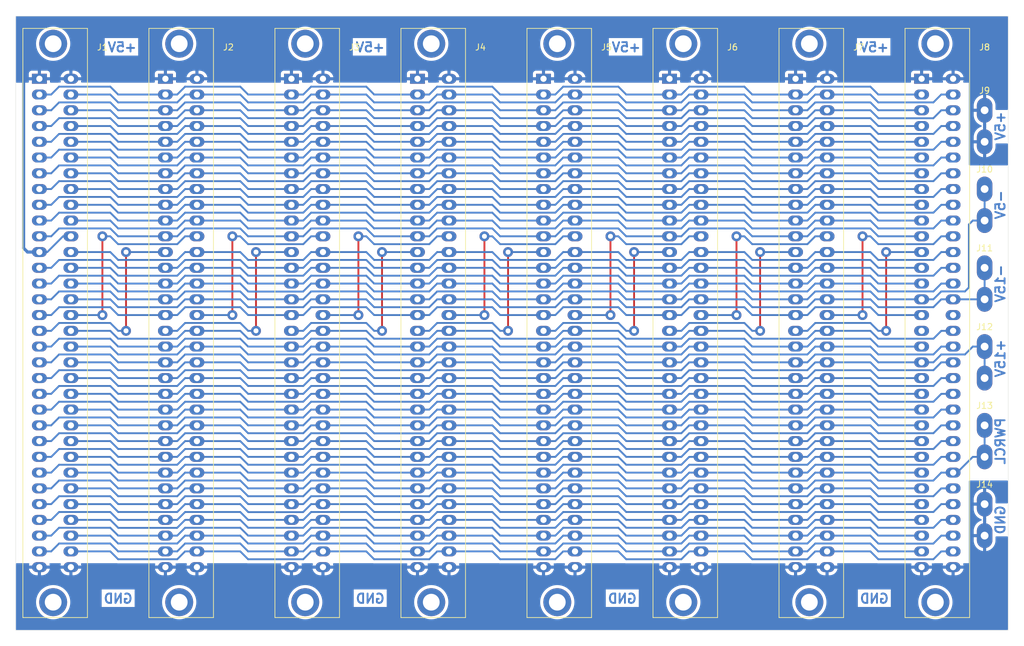
<source format=kicad_pcb>
(kicad_pcb (version 20221018) (generator pcbnew)
  (layers (0 "F.Cu" signal) (31 "B.Cu" signal) (34 "B.Paste" user) (35 "F.Paste" user) (36 "B.SilkS" user "B.Silkscreen") (37 "F.SilkS" user "F.Silkscreen") (38 "B.Mask" user) (39 "F.Mask" user) (44 "Edge.Cuts" user))
  (net 0 "")
  (net 1 "/A5")
  (net 2 "+5V")
  (net 3 "GND")
  (net 4 "/2CLK")
  (net 5 "/~{WR}")
  (net 6 "/D9")
  (net 7 "/D11")
  (net 8 "/~{HLT}")
  (net 9 "/A3")
  (net 10 "/~{WAIT}")
  (net 11 "/D3")
  (net 12 "/CLK")
  (net 13 "/D5")
  (net 14 "/VCMOS")
  (net 15 "/~{BUSRQ}")
  (net 16 "/~{IORQ}")
  (net 17 "/+12V")
  (net 18 "/A10")
  (net 19 "/~{PWRCL}")
  (net 20 "/A9")
  (net 21 "/D6")
  (net 22 "/~{RD}")
  (net 23 "/D15")
  (net 24 "/D12")
  (net 25 "/-5V")
  (net 26 "/A13")
  (net 27 "/A14")
  (net 28 "/D14")
  (net 29 "/nCLK")
  (net 30 "/~{M1}")
  (net 31 "/~{DPR}")
  (net 32 "/~{NMI}")
  (net 33 "/~{RESET}")
  (net 34 "/D1")
  (net 35 "/D13")
  (net 36 "/A2")
  (net 37 "/D0")
  (net 38 "/D2")
  (net 39 "/D10")
  (net 40 "/-15V")
  (net 41 "/~{RFSH}")
  (net 42 "/A15")
  (net 43 "/~{WrEn}")
  (net 44 "/A11")
  (net 45 "/A1")
  (net 46 "/A12")
  (net 47 "/A4")
  (net 48 "/+15V")
  (net 49 "/D8")
  (net 50 "/~{BUSAK}")
  (net 51 "/~{INT}")
  (net 52 "/D4")
  (net 53 "/A8")
  (net 54 "/A6")
  (net 55 "/~{MRQ}")
  (net 56 "/A0")
  (net 57 "/A7")
  (net 58 "/D7")
  (net 59 "/IEO1")
  (net 60 "/IEO2")
  (net 61 "/IEO3")
  (net 62 "/IEO4")
  (net 63 "/IEO5")
  (net 64 "/IEO6")
  (net 65 "/IEO7")
  (net 66 "Net-(J8-Pad16C)")
  (net 67 "/BAO1")
  (net 68 "/BAO2")
  (net 69 "/BAO3")
  (net 70 "/BAO4")
  (net 71 "/BAO5")
  (net 72 "/BAO6")
  (net 73 "/BAO7")
  (net 74 "Net-(J8-Pad17A)")
  (footprint "rackz80_footprints:Eurocard_DIN41612_C64_Female" (layer "F.Cu") (at 73.81 51.1)
    (fp_text reference "J1")
    (fp_text value "ECB_Kontron")
  )
  (footprint "rackz80_footprints:Eurocard_DIN41612_C64_Female" (layer "F.Cu") (at 94.13 51.1)
    (fp_text reference "J2")
    (fp_text value "ECB_Kontron")
  )
  (footprint "rackz80_footprints:Eurocard_DIN41612_C64_Female" (layer "F.Cu") (at 114.45 51.1)
    (fp_text reference "J3")
    (fp_text value "ECB_Kontron")
  )
  (footprint "rackz80_footprints:Eurocard_DIN41612_C64_Female" (layer "F.Cu") (at 134.77 51.1)
    (fp_text reference "J4")
    (fp_text value "ECB_Kontron")
  )
  (footprint "rackz80_footprints:Eurocard_DIN41612_C64_Female" (layer "F.Cu") (at 195.73 51.1)
    (fp_text reference "J7")
    (fp_text value "ECB_Kontron")
  )
  (footprint "rackz80_footprints:Eurocard_DIN41612_C64_Female" (layer "F.Cu") (at 216.05 51.1)
    (fp_text reference "J8")
    (fp_text value "ECB_Kontron")
  )
  (footprint "rackz80_footprints:Eurocard_DIN41612_C64_Female" (layer "F.Cu") (at 155.09 51.1)
    (fp_text reference "J5")
    (fp_text value "ECB_Kontron")
  )
  (footprint "rackz80_footprints:Eurocard_DIN41612_C64_Female" (layer "F.Cu") (at 175.41 51.1)
    (fp_text reference "J6")
    (fp_text value "ECB_Kontron")
  )
  (footprint "rackz80_footprints:Flat_Spade_Connector_5.0mm" (layer "F.Cu") (at 226.21 61.26)
    (fp_text reference "J9")
    (fp_text value "+5V")
  )
  (footprint "rackz80_footprints:Flat_Spade_Connector_5.0mm" (layer "F.Cu") (at 226.21 68.88 180)
    (fp_text reference "J10")
    (fp_text value "-5V")
  )
  (footprint "rackz80_footprints:Flat_Spade_Connector_5.0mm" (layer "F.Cu") (at 226.21 86.66)
    (fp_text reference "J11")
    (fp_text value "-15V")
  )
  (footprint "rackz80_footprints:Flat_Spade_Connector_5.0mm" (layer "F.Cu") (at 226.21 99.36)
    (fp_text reference "J12")
    (fp_text value "+15V")
  )
  (footprint "rackz80_footprints:Flat_Spade_Connector_5.0mm" (layer "F.Cu") (at 226.21 112.06)
    (fp_text reference "J13")
    (fp_text value "PWRCL")
  )
  (footprint "rackz80_footprints:Flat_Spade_Connector_5.0mm" (layer "F.Cu") (at 226.21 119.68 180)
    (fp_text reference "J14")
    (fp_text value "GND")
  )
  (gr_line (start 70 41) (end 70 140) (stroke (width 0.05)) (layer "Edge.Cuts"))
  (gr_line (start 230 41) (end 70 41) (stroke (width 0.05)) (layer "Edge.Cuts"))
  (gr_line (start 70 140) (end 230 140) (stroke (width 0.05)) (layer "Edge.Cuts"))
  (gr_line (start 230 140) (end 230 41) (stroke (width 0.05)) (layer "Edge.Cuts"))
  (gr_text "+5V" (at 168.425 46.02) (layer "B.Cu") (effects (font (size 1.5 1.5) (thickness 0.3)) (justify mirror)))
  (gr_text "+5V" (at 127.15 46.02) (layer "B.Cu") (effects (font (size 1.5 1.5) (thickness 0.3)) (justify mirror)))
  (gr_text "+5V" (at 87.145 46.02) (layer "B.Cu") (effects (font (size 1.5 1.5) (thickness 0.3)) (justify mirror)))
  (gr_text "GND" (at 86.51 134.92) (layer "B.Cu") (effects (font (size 1.5 1.5) (thickness 0.3)) (justify mirror)))
  (gr_text "GND" (at 127.15 134.92) (layer "B.Cu") (effects (font (size 1.5 1.5) (thickness 0.3)) (justify mirror)))
  (gr_text "GND" (at 167.79 134.92) (layer "B.Cu") (effects (font (size 1.5 1.5) (thickness 0.3)) (justify mirror)))
  (gr_text "GND" (at 208.43 134.92) (layer "B.Cu") (effects (font (size 1.5 1.5) (thickness 0.3)) (justify mirror)))
  (gr_text "-5V" (at 228.75 71.42 90) (layer "B.Cu") (effects (font (size 1.5 1.5) (thickness 0.3)) (justify mirror)))
  (gr_text "+5V" (at 228.75 58.72 90) (layer "B.Cu") (effects (font (size 1.5 1.5) (thickness 0.3)) (justify mirror)))
  (gr_text "PWRCL" (at 228.75 109.52 90) (layer "B.Cu") (effects (font (size 1.5 1.5) (thickness 0.3)) (justify mirror)))
  (gr_text "+15V" (at 228.75 96.185 90) (layer "B.Cu") (effects (font (size 1.5 1.5) (thickness 0.3)) (justify mirror)))
  (gr_text "GND" (at 228.75 122.22 90) (layer "B.Cu") (effects (font (size 1.5 1.5) (thickness 0.3)) (justify mirror)))
  (gr_text "+5V" (at 208.43 46.02) (layer "B.Cu") (effects (font (size 1.5 1.5) (thickness 0.3)) (justify mirror)))
  (gr_text "-15V" (at 228.75 84.12 90) (layer "B.Cu") (effects (font (size 1.5 1.5) (thickness 0.3)) (justify mirror)))
  (segment (start 76.985 67.61) (end 85.24 67.61) (width 0.3) (layer "B.Cu") (net 1))
  (segment (start 156.995 68.88) (end 158.265 67.61) (width 0.3) (layer "B.Cu") (net 1))
  (segment (start 134.77 68.88) (end 136.675 68.88) (width 0.3) (layer "B.Cu") (net 1))
  (segment (start 175.41 68.88) (end 177.315 68.88) (width 0.3) (layer "B.Cu") (net 1))
  (segment (start 187.475 67.61) (end 188.745 68.88) (width 0.3) (layer "B.Cu") (net 1))
  (segment (start 126.515 67.61) (end 127.785 68.88) (width 0.3) (layer "B.Cu") (net 1))
  (segment (start 96.035 68.88) (end 97.305 67.61) (width 0.3) (layer "B.Cu") (net 1))
  (segment (start 94.13 68.88) (end 96.035 68.88) (width 0.3) (layer "B.Cu") (net 1))
  (segment (start 127.785 68.88) (end 134.77 68.88) (width 0.3) (layer "B.Cu") (net 1))
  (segment (start 177.315 68.88) (end 178.585 67.61) (width 0.3) (layer "B.Cu") (net 1))
  (segment (start 73.81 68.88) (end 75.715 68.88) (width 0.3) (layer "B.Cu") (net 1))
  (segment (start 148.105 68.88) (end 155.09 68.88) (width 0.3) (layer "B.Cu") (net 1))
  (segment (start 188.745 68.88) (end 195.73 68.88) (width 0.3) (layer "B.Cu") (net 1))
  (segment (start 106.195 67.61) (end 107.465 68.88) (width 0.3) (layer "B.Cu") (net 1))
  (segment (start 114.45 68.88) (end 116.355 68.88) (width 0.3) (layer "B.Cu") (net 1))
  (segment (start 75.715 68.88) (end 76.985 67.61) (width 0.3) (layer "B.Cu") (net 1))
  (segment (start 146.835 67.61) (end 148.105 68.88) (width 0.3) (layer "B.Cu") (net 1))
  (segment (start 107.465 68.88) (end 114.45 68.88) (width 0.3) (layer "B.Cu") (net 1))
  (segment (start 136.675 68.88) (end 137.945 67.61) (width 0.3) (layer "B.Cu") (net 1))
  (segment (start 198.905 67.61) (end 207.795 67.61) (width 0.3) (layer "B.Cu") (net 1))
  (segment (start 97.305 67.61) (end 106.195 67.61) (width 0.3) (layer "B.Cu") (net 1))
  (segment (start 117.625 67.61) (end 126.515 67.61) (width 0.3) (layer "B.Cu") (net 1))
  (segment (start 168.425 68.88) (end 175.41 68.88) (width 0.3) (layer "B.Cu") (net 1))
  (segment (start 155.09 68.88) (end 156.995 68.88) (width 0.3) (layer "B.Cu") (net 1))
  (segment (start 167.155 67.61) (end 168.425 68.88) (width 0.3) (layer "B.Cu") (net 1))
  (segment (start 86.51 68.88) (end 94.13 68.88) (width 0.3) (layer "B.Cu") (net 1))
  (segment (start 137.945 67.61) (end 146.835 67.61) (width 0.3) (layer "B.Cu") (net 1))
  (segment (start 209.065 68.88) (end 216.05 68.88) (width 0.3) (layer "B.Cu") (net 1))
  (segment (start 207.795 67.61) (end 209.065 68.88) (width 0.3) (layer "B.Cu") (net 1))
  (segment (start 178.585 67.61) (end 187.475 67.61) (width 0.3) (layer "B.Cu") (net 1))
  (segment (start 116.355 68.88) (end 117.625 67.61) (width 0.3) (layer "B.Cu") (net 1))
  (segment (start 158.265 67.61) (end 167.155 67.61) (width 0.3) (layer "B.Cu") (net 1))
  (segment (start 197.635 68.88) (end 198.905 67.61) (width 0.3) (layer "B.Cu") (net 1))
  (segment (start 85.24 67.61) (end 86.51 68.88) (width 0.3) (layer "B.Cu") (net 1))
  (segment (start 195.73 68.88) (end 197.635 68.88) (width 0.3) (layer "B.Cu") (net 1))
  (segment (start 73.81 79.04) (end 71.905 79.04) (width 0.5) (layer "B.Cu") (net 2))
  (segment (start 78.89 76.5) (end 77.62 76.5) (width 0.3) (layer "B.Cu") (net 2))
  (segment (start 71.905 79.04) (end 71.27 78.405) (width 0.5) (layer "B.Cu") (net 2))
  (segment (start 77.62 76.5) (end 75.08 79.04) (width 0.3) (layer "B.Cu") (net 2))
  (segment (start 71.27 78.405) (end 71.27 51.1) (width 0.5) (layer "B.Cu") (net 2))
  (segment (start 75.08 79.04) (end 73.81 79.04) (width 0.3) (layer "B.Cu") (net 2))
  (segment (start 136.675 89.2) (end 137.945 87.93) (width 0.3) (layer "B.Cu") (net 4))
  (segment (start 187.475 87.93) (end 188.745 89.2) (width 0.3) (layer "B.Cu") (net 4))
  (segment (start 127.785 89.2) (end 134.77 89.2) (width 0.3) (layer "B.Cu") (net 4))
  (segment (start 76.985 87.93) (end 85.24 87.93) (width 0.3) (layer "B.Cu") (net 4))
  (segment (start 198.905 87.93) (end 207.795 87.93) (width 0.3) (layer "B.Cu") (net 4))
  (segment (start 107.465 89.2) (end 114.45 89.2) (width 0.3) (layer "B.Cu") (net 4))
  (segment (start 178.585 87.93) (end 187.475 87.93) (width 0.3) (layer "B.Cu") (net 4))
  (segment (start 85.24 87.93) (end 86.51 89.2) (width 0.3) (layer "B.Cu") (net 4))
  (segment (start 175.41 89.2) (end 177.315 89.2) (width 0.3) (layer "B.Cu") (net 4))
  (segment (start 207.795 87.93) (end 209.065 89.2) (width 0.3) (layer "B.Cu") (net 4))
  (segment (start 116.355 89.2) (end 117.625 87.93) (width 0.3) (layer "B.Cu") (net 4))
  (segment (start 137.945 87.93) (end 146.835 87.93) (width 0.3) (layer "B.Cu") (net 4))
  (segment (start 96.035 89.2) (end 97.305 87.93) (width 0.3) (layer "B.Cu") (net 4))
  (segment (start 86.51 89.2) (end 94.13 89.2) (width 0.3) (layer "B.Cu") (net 4))
  (segment (start 134.77 89.2) (end 136.675 89.2) (width 0.3) (layer "B.Cu") (net 4))
  (segment (start 197.635 89.2) (end 198.905 87.93) (width 0.3) (layer "B.Cu") (net 4))
  (segment (start 155.09 89.2) (end 156.995 89.2) (width 0.3) (layer "B.Cu") (net 4))
  (segment (start 97.305 87.93) (end 106.195 87.93) (width 0.3) (layer "B.Cu") (net 4))
  (segment (start 75.715 89.2) (end 76.985 87.93) (width 0.3) (layer "B.Cu") (net 4))
  (segment (start 188.745 89.2) (end 195.73 89.2) (width 0.3) (layer "B.Cu") (net 4))
  (segment (start 167.155 87.93) (end 168.425 89.2) (width 0.3) (layer "B.Cu") (net 4))
  (segment (start 156.995 89.2) (end 158.265 87.93) (width 0.3) (layer "B.Cu") (net 4))
  (segment (start 209.065 89.2) (end 216.05 89.2) (width 0.3) (layer "B.Cu") (net 4))
  (segment (start 114.45 89.2) (end 116.355 89.2) (width 0.3) (layer "B.Cu") (net 4))
  (segment (start 148.105 89.2) (end 155.09 89.2) (width 0.3) (layer "B.Cu") (net 4))
  (segment (start 177.315 89.2) (end 178.585 87.93) (width 0.3) (layer "B.Cu") (net 4))
  (segment (start 146.835 87.93) (end 148.105 89.2) (width 0.3) (layer "B.Cu") (net 4))
  (segment (start 94.13 89.2) (end 96.035 89.2) (width 0.3) (layer "B.Cu") (net 4))
  (segment (start 73.81 89.2) (end 75.715 89.2) (width 0.3) (layer "B.Cu") (net 4))
  (segment (start 158.265 87.93) (end 167.155 87.93) (width 0.3) (layer "B.Cu") (net 4))
  (segment (start 106.195 87.93) (end 107.465 89.2) (width 0.3) (layer "B.Cu") (net 4))
  (segment (start 117.625 87.93) (end 126.515 87.93) (width 0.3) (layer "B.Cu") (net 4))
  (segment (start 126.515 87.93) (end 127.785 89.2) (width 0.3) (layer "B.Cu") (net 4))
  (segment (start 168.425 89.2) (end 175.41 89.2) (width 0.3) (layer "B.Cu") (net 4))
  (segment (start 195.73 89.2) (end 197.635 89.2) (width 0.3) (layer "B.Cu") (net 4))
  (segment (start 167.155 104.44) (end 168.425 105.71) (width 0.3) (layer "B.Cu") (net 5))
  (segment (start 187.475 104.44) (end 188.745 105.71) (width 0.3) (layer "B.Cu") (net 5))
  (segment (start 127.785 105.71) (end 136.675 105.71) (width 0.3) (layer "B.Cu") (net 5))
  (segment (start 197.635 105.71) (end 198.905 104.44) (width 0.3) (layer "B.Cu") (net 5))
  (segment (start 209.065 105.71) (end 217.955 105.71) (width 0.3) (layer "B.Cu") (net 5))
  (segment (start 148.105 105.71) (end 156.995 105.71) (width 0.3) (layer "B.Cu") (net 5))
  (segment (start 119.53 104.44) (end 126.515 104.44) (width 0.3) (layer "B.Cu") (net 5))
  (segment (start 126.515 104.44) (end 127.785 105.71) (width 0.3) (layer "B.Cu") (net 5))
  (segment (start 139.85 104.44) (end 146.835 104.44) (width 0.3) (layer "B.Cu") (net 5))
  (segment (start 136.675 105.71) (end 137.945 104.44) (width 0.3) (layer "B.Cu") (net 5))
  (segment (start 178.585 104.44) (end 187.475 104.44) (width 0.3) (layer "B.Cu") (net 5))
  (segment (start 200.81 104.44) (end 207.795 104.44) (width 0.3) (layer "B.Cu") (net 5))
  (segment (start 107.465 105.71) (end 116.355 105.71) (width 0.3) (layer "B.Cu") (net 5))
  (segment (start 156.995 105.71) (end 158.265 104.44) (width 0.3) (layer "B.Cu") (net 5))
  (segment (start 177.315 105.71) (end 178.585 104.44) (width 0.3) (layer "B.Cu") (net 5))
  (segment (start 207.795 104.44) (end 209.065 105.71) (width 0.3) (layer "B.Cu") (net 5))
  (segment (start 188.745 105.71) (end 197.635 105.71) (width 0.3) (layer "B.Cu") (net 5))
  (segment (start 106.195 104.44) (end 107.465 105.71) (width 0.3) (layer "B.Cu") (net 5))
  (segment (start 198.905 104.44) (end 200.81 104.44) (width 0.3) (layer "B.Cu") (net 5))
  (segment (start 85.24 104.44) (end 86.51 105.71) (width 0.3) (layer "B.Cu") (net 5))
  (segment (start 78.89 104.44) (end 85.24 104.44) (width 0.3) (layer "B.Cu") (net 5))
  (segment (start 116.355 105.71) (end 117.625 104.44) (width 0.3) (layer "B.Cu") (net 5))
  (segment (start 96.035 105.71) (end 97.305 104.44) (width 0.3) (layer "B.Cu") (net 5))
  (segment (start 168.425 105.71) (end 177.315 105.71) (width 0.3) (layer "B.Cu") (net 5))
  (segment (start 137.945 104.44) (end 139.85 104.44) (width 0.3) (layer "B.Cu") (net 5))
  (segment (start 97.305 104.44) (end 99.21 104.44) (width 0.3) (layer "B.Cu") (net 5))
  (segment (start 117.625 104.44) (end 119.53 104.44) (width 0.3) (layer "B.Cu") (net 5))
  (segment (start 217.955 105.71) (end 219.225 104.44) (width 0.3) (layer "B.Cu") (net 5))
  (segment (start 86.51 105.71) (end 96.035 105.71) (width 0.3) (layer "B.Cu") (net 5))
  (segment (start 146.835 104.44) (end 148.105 105.71) (width 0.3) (layer "B.Cu") (net 5))
  (segment (start 158.265 104.44) (end 167.155 104.44) (width 0.3) (layer "B.Cu") (net 5))
  (segment (start 219.225 104.44) (end 221.13 104.44) (width 0.3) (layer "B.Cu") (net 5))
  (segment (start 99.21 104.44) (end 106.195 104.44) (width 0.3) (layer "B.Cu") (net 5))
  (segment (start 158.265 79.04) (end 160.17 79.04) (width 0.3) (layer "B.Cu") (net 6))
  (segment (start 200.81 79.04) (end 207.795 79.04) (width 0.3) (layer "B.Cu") (net 6))
  (segment (start 117.625 79.04) (end 119.53 79.04) (width 0.3) (layer "B.Cu") (net 6))
  (segment (start 97.305 79.04) (end 99.21 79.04) (width 0.3) (layer "B.Cu") (net 6))
  (segment (start 137.945 79.04) (end 139.85 79.04) (width 0.3) (layer "B.Cu") (net 6))
  (segment (start 219.225 79.04) (end 221.13 79.04) (width 0.3) (layer "B.Cu") (net 6))
  (segment (start 209.065 80.31) (end 217.955 80.31) (width 0.3) (layer "B.Cu") (net 6))
  (segment (start 180.49 79.04) (end 187.475 79.04) (width 0.3) (layer "B.Cu") (net 6))
  (segment (start 86.51 80.31) (end 96.035 80.31) (width 0.3) (layer "B.Cu") (net 6))
  (segment (start 96.035 80.31) (end 97.305 79.04) (width 0.3) (layer "B.Cu") (net 6))
  (segment (start 139.85 79.04) (end 146.835 79.04) (width 0.3) (layer "B.Cu") (net 6))
  (segment (start 148.105 80.31) (end 156.995 80.31) (width 0.3) (layer "B.Cu") (net 6))
  (segment (start 116.355 80.31) (end 117.625 79.04) (width 0.3) (layer "B.Cu") (net 6))
  (segment (start 136.675 80.31) (end 137.945 79.04) (width 0.3) (layer "B.Cu") (net 6))
  (segment (start 217.955 80.31) (end 219.225 79.04) (width 0.3) (layer "B.Cu") (net 6))
  (segment (start 126.515 79.04) (end 127.785 80.31) (width 0.3) (layer "B.Cu") (net 6))
  (segment (start 146.835 79.04) (end 148.105 80.31) (width 0.3) (layer "B.Cu") (net 6))
  (segment (start 167.155 79.04) (end 168.425 80.31) (width 0.3) (layer "B.Cu") (net 6))
  (segment (start 198.905 79.04) (end 200.81 79.04) (width 0.3) (layer "B.Cu") (net 6))
  (segment (start 188.745 80.31) (end 197.635 80.31) (width 0.3) (layer "B.Cu") (net 6))
  (segment (start 187.475 79.04) (end 188.745 80.31) (width 0.3) (layer "B.Cu") (net 6))
  (segment (start 106.195 79.04) (end 107.465 80.31) (width 0.3) (layer "B.Cu") (net 6))
  (segment (start 178.585 79.04) (end 180.49 79.04) (width 0.3) (layer "B.Cu") (net 6))
  (segment (start 127.785 80.31) (end 136.675 80.31) (width 0.3) (layer "B.Cu") (net 6))
  (segment (start 99.21 79.04) (end 106.195 79.04) (width 0.3) (layer "B.Cu") (net 6))
  (segment (start 168.425 80.31) (end 177.315 80.31) (width 0.3) (layer "B.Cu") (net 6))
  (segment (start 177.315 80.31) (end 178.585 79.04) (width 0.3) (layer "B.Cu") (net 6))
  (segment (start 207.795 79.04) (end 209.065 80.31) (width 0.3) (layer "B.Cu") (net 6))
  (segment (start 85.24 79.04) (end 86.51 80.31) (width 0.3) (layer "B.Cu") (net 6))
  (segment (start 119.53 79.04) (end 126.515 79.04) (width 0.3) (layer "B.Cu") (net 6))
  (segment (start 160.17 79.04) (end 167.155 79.04) (width 0.3) (layer "B.Cu") (net 6))
  (segment (start 197.635 80.31) (end 198.905 79.04) (width 0.3) (layer "B.Cu") (net 6))
  (segment (start 156.995 80.31) (end 158.265 79.04) (width 0.3) (layer "B.Cu") (net 6))
  (segment (start 78.89 79.04) (end 85.24 79.04) (width 0.3) (layer "B.Cu") (net 6))
  (segment (start 107.465 80.31) (end 116.355 80.31) (width 0.3) (layer "B.Cu") (net 6))
  (segment (start 134.77 84.12) (end 136.675 84.12) (width 0.3) (layer "B.Cu") (net 7))
  (segment (start 126.515 82.85) (end 127.785 84.12) (width 0.3) (layer "B.Cu") (net 7))
  (segment (start 155.09 84.12) (end 156.995 84.12) (width 0.3) (layer "B.Cu") (net 7))
  (segment (start 106.195 82.85) (end 107.465 84.12) (width 0.3) (layer "B.Cu") (net 7))
  (segment (start 156.995 84.12) (end 158.265 82.85) (width 0.3) (layer "B.Cu") (net 7))
  (segment (start 197.635 84.12) (end 198.905 82.85) (width 0.3) (layer "B.Cu") (net 7))
  (segment (start 168.425 84.12) (end 175.41 84.12) (width 0.3) (layer "B.Cu") (net 7))
  (segment (start 137.945 82.85) (end 146.835 82.85) (width 0.3) (layer "B.Cu") (net 7))
  (segment (start 148.105 84.12) (end 155.09 84.12) (width 0.3) (layer "B.Cu") (net 7))
  (segment (start 178.585 82.85) (end 187.475 82.85) (width 0.3) (layer "B.Cu") (net 7))
  (segment (start 73.81 84.12) (end 75.715 84.12) (width 0.3) (layer "B.Cu") (net 7))
  (segment (start 96.035 84.12) (end 97.305 82.85) (width 0.3) (layer "B.Cu") (net 7))
  (segment (start 175.41 84.12) (end 177.315 84.12) (width 0.3) (layer "B.Cu") (net 7))
  (segment (start 207.795 82.85) (end 209.065 84.12) (width 0.3) (layer "B.Cu") (net 7))
  (segment (start 86.51 84.12) (end 94.13 84.12) (width 0.3) (layer "B.Cu") (net 7))
  (segment (start 127.785 84.12) (end 134.77 84.12) (width 0.3) (layer "B.Cu") (net 7))
  (segment (start 117.625 82.85) (end 126.515 82.85) (width 0.3) (layer "B.Cu") (net 7))
  (segment (start 209.065 84.12) (end 216.05 84.12) (width 0.3) (layer "B.Cu") (net 7))
  (segment (start 198.905 82.85) (end 207.795 82.85) (width 0.3) (layer "B.Cu") (net 7))
  (segment (start 97.305 82.85) (end 106.195 82.85) (width 0.3) (layer "B.Cu") (net 7))
  (segment (start 188.745 84.12) (end 195.73 84.12) (width 0.3) (layer "B.Cu") (net 7))
  (segment (start 146.835 82.85) (end 148.105 84.12) (width 0.3) (layer "B.Cu") (net 7))
  (segment (start 114.45 84.12) (end 116.355 84.12) (width 0.3) (layer "B.Cu") (net 7))
  (segment (start 158.265 82.85) (end 167.155 82.85) (width 0.3) (layer "B.Cu") (net 7))
  (segment (start 167.155 82.85) (end 168.425 84.12) (width 0.3) (layer "B.Cu") (net 7))
  (segment (start 107.465 84.12) (end 114.45 84.12) (width 0.3) (layer "B.Cu") (net 7))
  (segment (start 76.985 82.85) (end 85.24 82.85) (width 0.3) (layer "B.Cu") (net 7))
  (segment (start 85.24 82.85) (end 86.51 84.12) (width 0.3) (layer "B.Cu") (net 7))
  (segment (start 195.73 84.12) (end 197.635 84.12) (width 0.3) (layer "B.Cu") (net 7))
  (segment (start 75.715 84.12) (end 76.985 82.85) (width 0.3) (layer "B.Cu") (net 7))
  (segment (start 177.315 84.12) (end 178.585 82.85) (width 0.3) (layer "B.Cu") (net 7))
  (segment (start 187.475 82.85) (end 188.745 84.12) (width 0.3) (layer "B.Cu") (net 7))
  (segment (start 136.675 84.12) (end 137.945 82.85) (width 0.3) (layer "B.Cu") (net 7))
  (segment (start 94.13 84.12) (end 96.035 84.12) (width 0.3) (layer "B.Cu") (net 7))
  (segment (start 116.355 84.12) (end 117.625 82.85) (width 0.3) (layer "B.Cu") (net 7))
  (segment (start 207.795 112.06) (end 209.065 113.33) (width 0.3) (layer "B.Cu") (net 8))
  (segment (start 119.53 112.06) (end 126.515 112.06) (width 0.3) (layer "B.Cu") (net 8))
  (segment (start 219.225 112.06) (end 221.13 112.06) (width 0.3) (layer "B.Cu") (net 8))
  (segment (start 178.585 112.06) (end 187.475 112.06) (width 0.3) (layer "B.Cu") (net 8))
  (segment (start 96.035 113.33) (end 97.305 112.06) (width 0.3) (layer "B.Cu") (net 8))
  (segment (start 99.21 112.06) (end 106.195 112.06) (width 0.3) (layer "B.Cu") (net 8))
  (segment (start 200.81 112.06) (end 207.795 112.06) (width 0.3) (layer "B.Cu") (net 8))
  (segment (start 209.065 113.33) (end 217.955 113.33) (width 0.3) (layer "B.Cu") (net 8))
  (segment (start 146.835 112.06) (end 148.105 113.33) (width 0.3) (layer "B.Cu") (net 8))
  (segment (start 217.955 113.33) (end 219.225 112.06) (width 0.3) (layer "B.Cu") (net 8))
  (segment (start 106.195 112.06) (end 107.465 113.33) (width 0.3) (layer "B.Cu") (net 8))
  (segment (start 137.945 112.06) (end 139.85 112.06) (width 0.3) (layer "B.Cu") (net 8))
  (segment (start 116.355 113.33) (end 117.625 112.06) (width 0.3) (layer "B.Cu") (net 8))
  (segment (start 107.465 113.33) (end 116.355 113.33) (width 0.3) (layer "B.Cu") (net 8))
  (segment (start 168.425 113.33) (end 177.315 113.33) (width 0.3) (layer "B.Cu") (net 8))
  (segment (start 197.635 113.33) (end 198.905 112.06) (width 0.3) (layer "B.Cu") (net 8))
  (segment (start 188.745 113.33) (end 197.635 113.33) (width 0.3) (layer "B.Cu") (net 8))
  (segment (start 85.24 112.06) (end 86.51 113.33) (width 0.3) (layer "B.Cu") (net 8))
  (segment (start 198.905 112.06) (end 200.81 112.06) (width 0.3) (layer "B.Cu") (net 8))
  (segment (start 86.51 113.33) (end 96.035 113.33) (width 0.3) (layer "B.Cu") (net 8))
  (segment (start 148.105 113.33) (end 156.995 113.33) (width 0.3) (layer "B.Cu") (net 8))
  (segment (start 127.785 113.33) (end 136.675 113.33) (width 0.3) (layer "B.Cu") (net 8))
  (segment (start 126.515 112.06) (end 127.785 113.33) (width 0.3) (layer "B.Cu") (net 8))
  (segment (start 78.89 112.06) (end 85.24 112.06) (width 0.3) (layer "B.Cu") (net 8))
  (segment (start 156.995 113.33) (end 158.265 112.06) (width 0.3) (layer "B.Cu") (net 8))
  (segment (start 158.265 112.06) (end 167.155 112.06) (width 0.3) (layer "B.Cu") (net 8))
  (segment (start 167.155 112.06) (end 168.425 113.33) (width 0.3) (layer "B.Cu") (net 8))
  (segment (start 136.675 113.33) (end 137.945 112.06) (width 0.3) (layer "B.Cu") (net 8))
  (segment (start 177.315 113.33) (end 178.585 112.06) (width 0.3) (layer "B.Cu") (net 8))
  (segment (start 117.625 112.06) (end 119.53 112.06) (width 0.3) (layer "B.Cu") (net 8))
  (segment (start 139.85 112.06) (end 146.835 112.06) (width 0.3) (layer "B.Cu") (net 8))
  (segment (start 97.305 112.06) (end 99.21 112.06) (width 0.3) (layer "B.Cu") (net 8))
  (segment (start 187.475 112.06) (end 188.745 113.33) (width 0.3) (layer "B.Cu") (net 8))
  (segment (start 117.625 63.8) (end 119.53 63.8) (width 0.3) (layer "B.Cu") (net 9))
  (segment (start 217.955 65.07) (end 219.225 63.8) (width 0.3) (layer "B.Cu") (net 9))
  (segment (start 127.785 65.07) (end 136.675 65.07) (width 0.3) (layer "B.Cu") (net 9))
  (segment (start 156.995 65.07) (end 158.265 63.8) (width 0.3) (layer "B.Cu") (net 9))
  (segment (start 168.425 65.07) (end 177.315 65.07) (width 0.3) (layer "B.Cu") (net 9))
  (segment (start 188.745 65.07) (end 197.635 65.07) (width 0.3) (layer "B.Cu") (net 9))
  (segment (start 207.795 63.8) (end 209.065 65.07) (width 0.3) (layer "B.Cu") (net 9))
  (segment (start 219.225 63.8) (end 221.13 63.8) (width 0.3) (layer "B.Cu") (net 9))
  (segment (start 97.305 63.8) (end 99.21 63.8) (width 0.3) (layer "B.Cu") (net 9))
  (segment (start 136.675 65.07) (end 137.945 63.8) (width 0.3) (layer "B.Cu") (net 9))
  (segment (start 107.465 65.07) (end 116.355 65.07) (width 0.3) (layer "B.Cu") (net 9))
  (segment (start 209.065 65.07) (end 217.955 65.07) (width 0.3) (layer "B.Cu") (net 9))
  (segment (start 78.89 63.8) (end 85.24 63.8) (width 0.3) (layer "B.Cu") (net 9))
  (segment (start 180.49 63.8) (end 187.475 63.8) (width 0.3) (layer "B.Cu") (net 9))
  (segment (start 160.17 63.8) (end 167.155 63.8) (width 0.3) (layer "B.Cu") (net 9))
  (segment (start 99.21 63.8) (end 106.195 63.8) (width 0.3) (layer "B.Cu") (net 9))
  (segment (start 85.24 63.8) (end 86.51 65.07) (width 0.3) (layer "B.Cu") (net 9))
  (segment (start 146.835 63.8) (end 148.105 65.07) (width 0.3) (layer "B.Cu") (net 9))
  (segment (start 148.105 65.07) (end 156.995 65.07) (width 0.3) (layer "B.Cu") (net 9))
  (segment (start 198.905 63.8) (end 200.81 63.8) (width 0.3) (layer "B.Cu") (net 9))
  (segment (start 177.315 65.07) (end 178.585 63.8) (width 0.3) (layer "B.Cu") (net 9))
  (segment (start 167.155 63.8) (end 168.425 65.07) (width 0.3) (layer "B.Cu") (net 9))
  (segment (start 86.51 65.07) (end 96.035 65.07) (width 0.3) (layer "B.Cu") (net 9))
  (segment (start 116.355 65.07) (end 117.625 63.8) (width 0.3) (layer "B.Cu") (net 9))
  (segment (start 197.635 65.07) (end 198.905 63.8) (width 0.3) (layer "B.Cu") (net 9))
  (segment (start 187.475 63.8) (end 188.745 65.07) (width 0.3) (layer "B.Cu") (net 9))
  (segment (start 119.53 63.8) (end 126.515 63.8) (width 0.3) (layer "B.Cu") (net 9))
  (segment (start 178.585 63.8) (end 180.49 63.8) (width 0.3) (layer "B.Cu") (net 9))
  (segment (start 139.85 63.8) (end 146.835 63.8) (width 0.3) (layer "B.Cu") (net 9))
  (segment (start 96.035 65.07) (end 97.305 63.8) (width 0.3) (layer "B.Cu") (net 9))
  (segment (start 158.265 63.8) (end 160.17 63.8) (width 0.3) (layer "B.Cu") (net 9))
  (segment (start 126.515 63.8) (end 127.785 65.07) (width 0.3) (layer "B.Cu") (net 9))
  (segment (start 106.195 63.8) (end 107.465 65.07) (width 0.3) (layer "B.Cu") (net 9))
  (segment (start 200.81 63.8) (end 207.795 63.8) (width 0.3) (layer "B.Cu") (net 9))
  (segment (start 137.945 63.8) (end 139.85 63.8) (width 0.3) (layer "B.Cu") (net 9))
  (segment (start 137.945 72.69) (end 146.835 72.69) (width 0.3) (layer "B.Cu") (net 10))
  (segment (start 86.51 73.96) (end 94.13 73.96) (width 0.3) (layer "B.Cu") (net 10))
  (segment (start 116.355 73.96) (end 117.625 72.69) (width 0.3) (layer "B.Cu") (net 10))
  (segment (start 146.835 72.69) (end 148.105 73.96) (width 0.3) (layer "B.Cu") (net 10))
  (segment (start 167.155 72.69) (end 168.425 73.96) (width 0.3) (layer "B.Cu") (net 10))
  (segment (start 73.81 73.96) (end 75.715 73.96) (width 0.3) (layer "B.Cu") (net 10))
  (segment (start 155.09 73.96) (end 156.995 73.96) (width 0.3) (layer "B.Cu") (net 10))
  (segment (start 188.745 73.96) (end 195.73 73.96) (width 0.3) (layer "B.Cu") (net 10))
  (segment (start 127.785 73.96) (end 134.77 73.96) (width 0.3) (layer "B.Cu") (net 10))
  (segment (start 97.305 72.69) (end 106.195 72.69) (width 0.3) (layer "B.Cu") (net 10))
  (segment (start 126.515 72.69) (end 127.785 73.96) (width 0.3) (layer "B.Cu") (net 10))
  (segment (start 85.24 72.69) (end 86.51 73.96) (width 0.3) (layer "B.Cu") (net 10))
  (segment (start 197.635 73.96) (end 198.905 72.69) (width 0.3) (layer "B.Cu") (net 10))
  (segment (start 156.995 73.96) (end 158.265 72.69) (width 0.3) (layer "B.Cu") (net 10))
  (segment (start 207.795 72.69) (end 209.065 73.96) (width 0.3) (layer "B.Cu") (net 10))
  (segment (start 175.41 73.96) (end 177.315 73.96) (width 0.3) (layer "B.Cu") (net 10))
  (segment (start 114.45 73.96) (end 116.355 73.96) (width 0.3) (layer "B.Cu") (net 10))
  (segment (start 76.985 72.69) (end 85.24 72.69) (width 0.3) (layer "B.Cu") (net 10))
  (segment (start 106.195 72.69) (end 107.465 73.96) (width 0.3) (layer "B.Cu") (net 10))
  (segment (start 177.315 73.96) (end 178.585 72.69) (width 0.3) (layer "B.Cu") (net 10))
  (segment (start 117.625 72.69) (end 126.515 72.69) (width 0.3) (layer "B.Cu") (net 10))
  (segment (start 198.905 72.69) (end 207.795 72.69) (width 0.3) (layer "B.Cu") (net 10))
  (segment (start 75.715 73.96) (end 76.985 72.69) (width 0.3) (layer "B.Cu") (net 10))
  (segment (start 178.585 72.69) (end 187.475 72.69) (width 0.3) (layer "B.Cu") (net 10))
  (segment (start 187.475 72.69) (end 188.745 73.96) (width 0.3) (layer "B.Cu") (net 10))
  (segment (start 195.73 73.96) (end 197.635 73.96) (width 0.3) (layer "B.Cu") (net 10))
  (segment (start 209.065 73.96) (end 216.05 73.96) (width 0.3) (layer "B.Cu") (net 10))
  (segment (start 148.105 73.96) (end 155.09 73.96) (width 0.3) (layer "B.Cu") (net 10))
  (segment (start 96.035 73.96) (end 97.305 72.69) (width 0.3) (layer "B.Cu") (net 10))
  (segment (start 94.13 73.96) (end 96.035 73.96) (width 0.3) (layer "B.Cu") (net 10))
  (segment (start 136.675 73.96) (end 137.945 72.69) (width 0.3) (layer "B.Cu") (net 10))
  (segment (start 134.77 73.96) (end 136.675 73.96) (width 0.3) (layer "B.Cu") (net 10))
  (segment (start 168.425 73.96) (end 175.41 73.96) (width 0.3) (layer "B.Cu") (net 10))
  (segment (start 158.265 72.69) (end 167.155 72.69) (width 0.3) (layer "B.Cu") (net 10))
  (segment (start 107.465 73.96) (end 114.45 73.96) (width 0.3) (layer "B.Cu") (net 10))
  (segment (start 94.13 58.72) (end 96.035 58.72) (width 0.3) (layer "B.Cu") (net 11))
  (segment (start 197.635 58.72) (end 198.905 57.45) (width 0.3) (layer "B.Cu") (net 11))
  (segment (start 167.155 57.45) (end 168.425 58.72) (width 0.3) (layer "B.Cu") (net 11))
  (segment (start 106.195 57.45) (end 107.465 58.72) (width 0.3) (layer "B.Cu") (net 11))
  (segment (start 198.905 57.45) (end 207.795 57.45) (width 0.3) (layer "B.Cu") (net 11))
  (segment (start 137.945 57.45) (end 146.835 57.45) (width 0.3) (layer "B.Cu") (net 11))
  (segment (start 156.995 58.72) (end 158.265 57.45) (width 0.3) (layer "B.Cu") (net 11))
  (segment (start 127.785 58.72) (end 134.77 58.72) (width 0.3) (layer "B.Cu") (net 11))
  (segment (start 76.985 57.45) (end 85.24 57.45) (width 0.3) (layer "B.Cu") (net 11))
  (segment (start 146.835 57.45) (end 148.105 58.72) (width 0.3) (layer "B.Cu") (net 11))
  (segment (start 188.745 58.72) (end 195.73 58.72) (width 0.3) (layer "B.Cu") (net 11))
  (segment (start 96.035 58.72) (end 97.305 57.45) (width 0.3) (layer "B.Cu") (net 11))
  (segment (start 97.305 57.45) (end 106.195 57.45) (width 0.3) (layer "B.Cu") (net 11))
  (segment (start 158.265 57.45) (end 167.155 57.45) (width 0.3) (layer "B.Cu") (net 11))
  (segment (start 126.515 57.45) (end 127.785 58.72) (width 0.3) (layer "B.Cu") (net 11))
  (segment (start 209.065 58.72) (end 216.05 58.72) (width 0.3) (layer "B.Cu") (net 11))
  (segment (start 178.585 57.45) (end 187.475 57.45) (width 0.3) (layer "B.Cu") (net 11))
  (segment (start 86.51 58.72) (end 94.13 58.72) (width 0.3) (layer "B.Cu") (net 11))
  (segment (start 195.73 58.72) (end 197.635 58.72) (width 0.3) (layer "B.Cu") (net 11))
  (segment (start 117.625 57.45) (end 126.515 57.45) (width 0.3) (layer "B.Cu") (net 11))
  (segment (start 73.81 58.72) (end 75.715 58.72) (width 0.3) (layer "B.Cu") (net 11))
  (segment (start 177.315 58.72) (end 178.585 57.45) (width 0.3) (layer "B.Cu") (net 11))
  (segment (start 136.675 58.72) (end 137.945 57.45) (width 0.3) (layer "B.Cu") (net 11))
  (segment (start 107.465 58.72) (end 114.45 58.72) (width 0.3) (layer "B.Cu") (net 11))
  (segment (start 168.425 58.72) (end 175.41 58.72) (width 0.3) (layer "B.Cu") (net 11))
  (segment (start 85.24 57.45) (end 86.51 58.72) (width 0.3) (layer "B.Cu") (net 11))
  (segment (start 175.41 58.72) (end 177.315 58.72) (width 0.3) (layer "B.Cu") (net 11))
  (segment (start 148.105 58.72) (end 155.09 58.72) (width 0.3) (layer "B.Cu") (net 11))
  (segment (start 116.355 58.72) (end 117.625 57.45) (width 0.3) (layer "B.Cu") (net 11))
  (segment (start 207.795 57.45) (end 209.065 58.72) (width 0.3) (layer "B.Cu") (net 11))
  (segment (start 75.715 58.72) (end 76.985 57.45) (width 0.3) (layer "B.Cu") (net 11))
  (segment (start 155.09 58.72) (end 156.995 58.72) (width 0.3) (layer "B.Cu") (net 11))
  (segment (start 134.77 58.72) (end 136.675 58.72) (width 0.3) (layer "B.Cu") (net 11))
  (segment (start 114.45 58.72) (end 116.355 58.72) (width 0.3) (layer "B.Cu") (net 11))
  (segment (start 187.475 57.45) (end 188.745 58.72) (width 0.3) (layer "B.Cu") (net 11))
  (segment (start 167.155 122.22) (end 168.425 123.49) (width 0.3) (layer "B.Cu") (net 12))
  (segment (start 85.24 122.22) (end 86.52999 123.50999) (width 0.3) (layer "B.Cu") (net 12))
  (segment (start 209.065 123.49) (end 217.955 123.49) (width 0.3) (layer "B.Cu") (net 12))
  (segment (start 117.625 122.22) (end 119.53 122.22) (width 0.3) (layer "B.Cu") (net 12))
  (segment (start 139.85 122.22) (end 146.835 122.22) (width 0.3) (layer "B.Cu") (net 12))
  (segment (start 126.515 122.22) (end 127.785 123.49) (width 0.3) (layer "B.Cu") (net 12))
  (segment (start 146.835 122.22) (end 148.105 123.49) (width 0.3) (layer "B.Cu") (net 12))
  (segment (start 106.195 122.22) (end 107.465 123.49) (width 0.3) (layer "B.Cu") (net 12))
  (segment (start 148.105 123.49) (end 156.995 123.49) (width 0.3) (layer "B.Cu") (net 12))
  (segment (start 158.265 122.22) (end 167.155 122.22) (width 0.3) (layer "B.Cu") (net 12))
  (segment (start 127.785 123.49) (end 136.675 123.49) (width 0.3) (layer "B.Cu") (net 12))
  (segment (start 207.795 122.22) (end 209.065 123.49) (width 0.3) (layer "B.Cu") (net 12))
  (segment (start 99.21 122.22) (end 106.195 122.22) (width 0.3) (layer "B.Cu") (net 12))
  (segment (start 156.995 123.49) (end 158.265 122.22) (width 0.3) (layer "B.Cu") (net 12))
  (segment (start 136.675 123.49) (end 137.945 122.22) (width 0.3) (layer "B.Cu") (net 12))
  (segment (start 86.52999 123.50999) (end 96.01501 123.50999) (width 0.3) (layer "B.Cu") (net 12))
  (segment (start 78.89 122.22) (end 85.24 122.22) (width 0.3) (layer "B.Cu") (net 12))
  (segment (start 188.745 123.49) (end 197.635 123.49) (width 0.3) (layer "B.Cu") (net 12))
  (segment (start 116.355 123.49) (end 117.625 122.22) (width 0.3) (layer "B.Cu") (net 12))
  (segment (start 200.81 122.22) (end 207.795 122.22) (width 0.3) (layer "B.Cu") (net 12))
  (segment (start 96.01501 123.50999) (end 97.305 122.22) (width 0.3) (layer "B.Cu") (net 12))
  (segment (start 177.315 123.49) (end 178.585 122.22) (width 0.3) (layer "B.Cu") (net 12))
  (segment (start 107.465 123.49) (end 116.355 123.49) (width 0.3) (layer "B.Cu") (net 12))
  (segment (start 178.585 122.22) (end 187.475 122.22) (width 0.3) (layer "B.Cu") (net 12))
  (segment (start 197.635 123.49) (end 198.905 122.22) (width 0.3) (layer "B.Cu") (net 12))
  (segment (start 217.955 123.49) (end 219.225 122.22) (width 0.3) (layer "B.Cu") (net 12))
  (segment (start 219.225 122.22) (end 221.13 122.22) (width 0.3) (layer "B.Cu") (net 12))
  (segment (start 168.425 123.49) (end 177.315 123.49) (width 0.3) (layer "B.Cu") (net 12))
  (segment (start 97.305 122.22) (end 99.21 122.22) (width 0.3) (layer "B.Cu") (net 12))
  (segment (start 119.53 122.22) (end 126.515 122.22) (width 0.3) (layer "B.Cu") (net 12))
  (segment (start 187.475 122.22) (end 188.745 123.49) (width 0.3) (layer "B.Cu") (net 12))
  (segment (start 198.905 122.22) (end 200.81 122.22) (width 0.3) (layer "B.Cu") (net 12))
  (segment (start 137.945 122.22) (end 139.85 122.22) (width 0.3) (layer "B.Cu") (net 12))
  (segment (start 86.51 53.64) (end 94.13 53.64) (width 0.3) (layer "B.Cu") (net 13))
  (segment (start 156.995 53.64) (end 158.265 52.37) (width 0.3) (layer "B.Cu") (net 13))
  (segment (start 126.515 52.37) (end 127.785 53.64) (width 0.3) (layer "B.Cu") (net 13))
  (segment (start 146.835 52.37) (end 148.105 53.64) (width 0.3) (layer "B.Cu") (net 13))
  (segment (start 197.635 53.64) (end 198.905 52.37) (width 0.3) (layer "B.Cu") (net 13))
  (segment (start 188.745 53.64) (end 195.73 53.64) (width 0.3) (layer "B.Cu") (net 13))
  (segment (start 106.195 52.37) (end 107.465 53.64) (width 0.3) (layer "B.Cu") (net 13))
  (segment (start 85.24 52.37) (end 86.51 53.64) (width 0.3) (layer "B.Cu") (net 13))
  (segment (start 107.465 53.64) (end 114.45 53.64) (width 0.3) (layer "B.Cu") (net 13))
  (segment (start 136.675 53.64) (end 137.945 52.37) (width 0.3) (layer "B.Cu") (net 13))
  (segment (start 178.585 52.37) (end 187.475 52.37) (width 0.3) (layer "B.Cu") (net 13))
  (segment (start 158.265 52.37) (end 167.155 52.37) (width 0.3) (layer "B.Cu") (net 13))
  (segment (start 167.155 52.37) (end 168.425 53.64) (width 0.3) (layer "B.Cu") (net 13))
  (segment (start 127.785 53.64) (end 134.77 53.64) (width 0.3) (layer "B.Cu") (net 13))
  (segment (start 116.355 53.64) (end 117.625 52.37) (width 0.3) (layer "B.Cu") (net 13))
  (segment (start 207.795 52.37) (end 209.065 53.64) (width 0.3) (layer "B.Cu") (net 13))
  (segment (start 155.09 53.64) (end 156.995 53.64) (width 0.3) (layer "B.Cu") (net 13))
  (segment (start 175.41 53.64) (end 177.315 53.64) (width 0.3) (layer "B.Cu") (net 13))
  (segment (start 94.13 53.64) (end 96.035 53.64) (width 0.3) (layer "B.Cu") (net 13))
  (segment (start 96.035 53.64) (end 97.305 52.37) (width 0.3) (layer "B.Cu") (net 13))
  (segment (start 117.625 52.37) (end 126.515 52.37) (width 0.3) (layer "B.Cu") (net 13))
  (segment (start 97.305 52.37) (end 106.195 52.37) (width 0.3) (layer "B.Cu") (net 13))
  (segment (start 177.315 53.64) (end 178.585 52.37) (width 0.3) (layer "B.Cu") (net 13))
  (segment (start 168.425 53.64) (end 175.41 53.64) (width 0.3) (layer "B.Cu") (net 13))
  (segment (start 114.45 53.64) (end 116.355 53.64) (width 0.3) (layer "B.Cu") (net 13))
  (segment (start 75.715 53.64) (end 76.985 52.37) (width 0.3) (layer "B.Cu") (net 13))
  (segment (start 73.81 53.64) (end 75.715 53.64) (width 0.3) (layer "B.Cu") (net 13))
  (segment (start 198.905 52.37) (end 207.795 52.37) (width 0.3) (layer "B.Cu") (net 13))
  (segment (start 209.065 53.64) (end 216.05 53.64) (width 0.3) (layer "B.Cu") (net 13))
  (segment (start 148.105 53.64) (end 155.09 53.64) (width 0.3) (layer "B.Cu") (net 13))
  (segment (start 187.475 52.37) (end 188.745 53.64) (width 0.3) (layer "B.Cu") (net 13))
  (segment (start 137.945 52.37) (end 146.835 52.37) (width 0.3) (layer "B.Cu") (net 13))
  (segment (start 76.985 52.37) (end 85.24 52.37) (width 0.3) (layer "B.Cu") (net 13))
  (segment (start 195.73 53.64) (end 197.635 53.64) (width 0.3) (layer "B.Cu") (net 13))
  (segment (start 134.77 53.64) (end 136.675 53.64) (width 0.3) (layer "B.Cu") (net 13))
  (segment (start 167.155 108.25) (end 168.425 109.52) (width 0.3) (layer "B.Cu") (net 14))
  (segment (start 75.715 109.52) (end 76.985 108.25) (width 0.3) (layer "B.Cu") (net 14))
  (segment (start 136.675 109.52) (end 137.945 108.25) (width 0.3) (layer "B.Cu") (net 14))
  (segment (start 94.13 109.52) (end 96.035 109.52) (width 0.3) (layer "B.Cu") (net 14))
  (segment (start 188.745 109.52) (end 195.73 109.52) (width 0.3) (layer "B.Cu") (net 14))
  (segment (start 76.985 108.25) (end 85.24 108.25) (width 0.3) (layer "B.Cu") (net 14))
  (segment (start 209.065 109.52) (end 216.05 109.52) (width 0.3) (layer "B.Cu") (net 14))
  (segment (start 127.785 109.52) (end 134.77 109.52) (width 0.3) (layer "B.Cu") (net 14))
  (segment (start 187.475 108.25) (end 188.745 109.52) (width 0.3) (layer "B.Cu") (net 14))
  (segment (start 106.195 108.25) (end 107.465 109.52) (width 0.3) (layer "B.Cu") (net 14))
  (segment (start 96.035 109.52) (end 97.305 108.25) (width 0.3) (layer "B.Cu") (net 14))
  (segment (start 117.625 108.25) (end 126.515 108.25) (width 0.3) (layer "B.Cu") (net 14))
  (segment (start 146.835 108.25) (end 148.105 109.52) (width 0.3) (layer "B.Cu") (net 14))
  (segment (start 126.515 108.25) (end 127.785 109.52) (width 0.3) (layer "B.Cu") (net 14))
  (segment (start 207.795 108.25) (end 209.065 109.52) (width 0.3) (layer "B.Cu") (net 14))
  (segment (start 86.51 109.52) (end 94.13 109.52) (width 0.3) (layer "B.Cu") (net 14))
  (segment (start 107.465 109.52) (end 114.45 109.52) (width 0.3) (layer "B.Cu") (net 14))
  (segment (start 195.73 109.52) (end 197.635 109.52) (width 0.3) (layer "B.Cu") (net 14))
  (segment (start 73.81 109.52) (end 75.715 109.52) (width 0.3) (layer "B.Cu") (net 14))
  (segment (start 85.24 108.25) (end 86.51 109.52) (width 0.3) (layer "B.Cu") (net 14))
  (segment (start 168.425 109.52) (end 177.315 109.52) (width 0.3) (layer "B.Cu") (net 14))
  (segment (start 156.995 109.52) (end 158.265 108.25) (width 0.3) (layer "B.Cu") (net 14))
  (segment (start 148.105 109.52) (end 156.995 109.52) (width 0.3) (layer "B.Cu") (net 14))
  (segment (start 177.315 109.52) (end 178.585 108.25) (width 0.3) (layer "B.Cu") (net 14))
  (segment (start 158.265 108.25) (end 167.155 108.25) (width 0.3) (layer "B.Cu") (net 14))
  (segment (start 198.905 108.25) (end 207.795 108.25) (width 0.3) (layer "B.Cu") (net 14))
  (segment (start 114.45 109.52) (end 116.355 109.52) (width 0.3) (layer "B.Cu") (net 14))
  (segment (start 116.355 109.52) (end 117.625 108.25) (width 0.3) (layer "B.Cu") (net 14))
  (segment (start 134.77 109.52) (end 136.675 109.52) (width 0.3) (layer "B.Cu") (net 14))
  (segment (start 97.305 108.25) (end 106.195 108.25) (width 0.3) (layer "B.Cu") (net 14))
  (segment (start 197.635 109.52) (end 198.905 108.25) (width 0.3) (layer "B.Cu") (net 14))
  (segment (start 137.945 108.25) (end 146.835 108.25) (width 0.3) (layer "B.Cu") (net 14))
  (segment (start 178.585 108.25) (end 187.475 108.25) (width 0.3) (layer "B.Cu") (net 14))
  (segment (start 209.065 76.5) (end 216.05 76.5) (width 0.3) (layer "B.Cu") (net 15))
  (segment (start 76.985 75.23) (end 85.24 75.23) (width 0.3) (layer "B.Cu") (net 15))
  (segment (start 116.355 76.5) (end 117.625 75.23) (width 0.3) (layer "B.Cu") (net 15))
  (segment (start 127.785 76.5) (end 134.77 76.5) (width 0.3) (layer "B.Cu") (net 15))
  (segment (start 175.41 76.5) (end 177.315 76.5) (width 0.3) (layer "B.Cu") (net 15))
  (segment (start 187.475 75.23) (end 188.745 76.5) (width 0.3) (layer "B.Cu") (net 15))
  (segment (start 73.81 76.5) (end 75.715 76.5) (width 0.3) (layer "B.Cu") (net 15))
  (segment (start 107.465 76.5) (end 114.45 76.5) (width 0.3) (layer "B.Cu") (net 15))
  (segment (start 85.24 75.23) (end 86.51 76.5) (width 0.3) (layer "B.Cu") (net 15))
  (segment (start 167.155 75.23) (end 168.425 76.5) (width 0.3) (layer "B.Cu") (net 15))
  (segment (start 146.835 75.23) (end 148.105 76.5) (width 0.3) (layer "B.Cu") (net 15))
  (segment (start 126.515 75.23) (end 127.785 76.5) (width 0.3) (layer "B.Cu") (net 15))
  (segment (start 207.795 75.23) (end 209.065 76.5) (width 0.3) (layer "B.Cu") (net 15))
  (segment (start 106.195 75.23) (end 107.465 76.5) (width 0.3) (layer "B.Cu") (net 15))
  (segment (start 156.995 76.5) (end 158.265 75.23) (width 0.3) (layer "B.Cu") (net 15))
  (segment (start 75.715 76.5) (end 76.985 75.23) (width 0.3) (layer "B.Cu") (net 15))
  (segment (start 86.51 76.5) (end 94.13 76.5) (width 0.3) (layer "B.Cu") (net 15))
  (segment (start 96.035 76.5) (end 97.305 75.23) (width 0.3) (layer "B.Cu") (net 15))
  (segment (start 158.265 75.23) (end 167.155 75.23) (width 0.3) (layer "B.Cu") (net 15))
  (segment (start 148.105 76.5) (end 155.09 76.5) (width 0.3) (layer "B.Cu") (net 15))
  (segment (start 197.635 76.5) (end 198.905 75.23) (width 0.3) (layer "B.Cu") (net 15))
  (segment (start 177.315 76.5) (end 178.585 75.23) (width 0.3) (layer "B.Cu") (net 15))
  (segment (start 114.45 76.5) (end 116.355 76.5) (width 0.3) (layer "B.Cu") (net 15))
  (segment (start 137.945 75.23) (end 146.835 75.23) (width 0.3) (layer "B.Cu") (net 15))
  (segment (start 136.675 76.5) (end 137.945 75.23) (width 0.3) (layer "B.Cu") (net 15))
  (segment (start 97.305 75.23) (end 106.195 75.23) (width 0.3) (layer "B.Cu") (net 15))
  (segment (start 178.585 75.23) (end 187.475 75.23) (width 0.3) (layer "B.Cu") (net 15))
  (segment (start 155.09 76.5) (end 156.995 76.5) (width 0.3) (layer "B.Cu") (net 15))
  (segment (start 188.745 76.5) (end 195.73 76.5) (width 0.3) (layer "B.Cu") (net 15))
  (segment (start 198.905 75.23) (end 207.795 75.23) (width 0.3) (layer "B.Cu") (net 15))
  (segment (start 195.73 76.5) (end 197.635 76.5) (width 0.3) (layer "B.Cu") (net 15))
  (segment (start 168.425 76.5) (end 175.41 76.5) (width 0.3) (layer "B.Cu") (net 15))
  (segment (start 134.77 76.5) (end 136.675 76.5) (width 0.3) (layer "B.Cu") (net 15))
  (segment (start 94.13 76.5) (end 96.035 76.5) (width 0.3) (layer "B.Cu") (net 15))
  (segment (start 117.625 75.23) (end 126.515 75.23) (width 0.3) (layer "B.Cu") (net 15))
  (segment (start 146.835 115.87) (end 148.105 117.14) (width 0.3) (layer "B.Cu") (net 16))
  (segment (start 117.625 115.87) (end 126.515 115.87) (width 0.3) (layer "B.Cu") (net 16))
  (segment (start 75.715 117.14) (end 76.985 115.87) (width 0.3) (layer "B.Cu") (net 16))
  (segment (start 86.51 117.14) (end 94.13 117.14) (width 0.3) (layer "B.Cu") (net 16))
  (segment (start 148.105 117.14) (end 156.995 117.14) (width 0.3) (layer "B.Cu") (net 16))
  (segment (start 134.77 117.14) (end 136.675 117.14) (width 0.3) (layer "B.Cu") (net 16))
  (segment (start 158.265 115.87) (end 167.155 115.87) (width 0.3) (layer "B.Cu") (net 16))
  (segment (start 156.995 117.14) (end 158.265 115.87) (width 0.3) (layer "B.Cu") (net 16))
  (segment (start 209.065 117.14) (end 216.05 117.14) (width 0.3) (layer "B.Cu") (net 16))
  (segment (start 167.155 115.87) (end 168.425 117.14) (width 0.3) (layer "B.Cu") (net 16))
  (segment (start 137.945 115.87) (end 146.835 115.87) (width 0.3) (layer "B.Cu") (net 16))
  (segment (start 207.795 115.87) (end 209.065 117.14) (width 0.3) (layer "B.Cu") (net 16))
  (segment (start 73.81 117.14) (end 75.715 117.14) (width 0.3) (layer "B.Cu") (net 16))
  (segment (start 127.785 117.14) (end 134.77 117.14) (width 0.3) (layer "B.Cu") (net 16))
  (segment (start 114.45 117.14) (end 116.355 117.14) (width 0.3) (layer "B.Cu") (net 16))
  (segment (start 97.305 115.87) (end 106.195 115.87) (width 0.3) (layer "B.Cu") (net 16))
  (segment (start 198.905 115.87) (end 207.795 115.87) (width 0.3) (layer "B.Cu") (net 16))
  (segment (start 126.515 115.87) (end 127.785 117.14) (width 0.3) (layer "B.Cu") (net 16))
  (segment (start 94.13 117.14) (end 96.035 117.14) (width 0.3) (layer "B.Cu") (net 16))
  (segment (start 106.195 115.87) (end 107.465 117.14) (width 0.3) (layer "B.Cu") (net 16))
  (segment (start 197.635 117.14) (end 198.905 115.87) (width 0.3) (layer "B.Cu") (net 16))
  (segment (start 76.985 115.87) (end 85.24 115.87) (width 0.3) (layer "B.Cu") (net 16))
  (segment (start 178.585 115.87) (end 187.475 115.87) (width 0.3) (layer "B.Cu") (net 16))
  (segment (start 177.315 117.14) (end 178.585 115.87) (width 0.3) (layer "B.Cu") (net 16))
  (segment (start 136.675 117.14) (end 137.945 115.87) (width 0.3) (layer "B.Cu") (net 16))
  (segment (start 195.73 117.14) (end 197.635 117.14) (width 0.3) (layer "B.Cu") (net 16))
  (segment (start 187.475 115.87) (end 188.745 117.14) (width 0.3) (layer "B.Cu") (net 16))
  (segment (start 85.24 115.87) (end 86.51 117.14) (width 0.3) (layer "B.Cu") (net 16))
  (segment (start 107.465 117.14) (end 114.45 117.14) (width 0.3) (layer "B.Cu") (net 16))
  (segment (start 168.425 117.14) (end 177.315 117.14) (width 0.3) (layer "B.Cu") (net 16))
  (segment (start 116.355 117.14) (end 117.625 115.87) (width 0.3) (layer "B.Cu") (net 16))
  (segment (start 188.745 117.14) (end 195.73 117.14) (width 0.3) (layer "B.Cu") (net 16))
  (segment (start 96.035 117.14) (end 97.305 115.87) (width 0.3) (layer "B.Cu") (net 16))
  (segment (start 177.315 81.58) (end 178.585 80.31) (width 0.3) (layer "B.Cu") (net 17))
  (segment (start 207.795 80.31) (end 209.065 81.58) (width 0.3) (layer "B.Cu") (net 17))
  (segment (start 94.13 81.58) (end 96.035 81.58) (width 0.3) (layer "B.Cu") (net 17))
  (segment (start 96.035 81.58) (end 97.305 80.31) (width 0.3) (layer "B.Cu") (net 17))
  (segment (start 188.745 81.58) (end 195.73 81.58) (width 0.3) (layer "B.Cu") (net 17))
  (segment (start 195.73 81.58) (end 197.635 81.58) (width 0.3) (layer "B.Cu") (net 17))
  (segment (start 75.715 81.58) (end 76.985 80.31) (width 0.3) (layer "B.Cu") (net 17))
  (segment (start 158.265 80.31) (end 167.155 80.31) (width 0.3) (layer "B.Cu") (net 17))
  (segment (start 148.105 81.58) (end 155.09 81.58) (width 0.3) (layer "B.Cu") (net 17))
  (segment (start 134.77 81.58) (end 136.675 81.58) (width 0.3) (layer "B.Cu") (net 17))
  (segment (start 126.515 80.31) (end 127.785 81.58) (width 0.3) (layer "B.Cu") (net 17))
  (segment (start 107.465 81.58) (end 114.45 81.58) (width 0.3) (layer "B.Cu") (net 17))
  (segment (start 76.985 80.31) (end 85.24 80.31) (width 0.3) (layer "B.Cu") (net 17))
  (segment (start 106.195 80.31) (end 107.465 81.58) (width 0.3) (layer "B.Cu") (net 17))
  (segment (start 156.995 81.58) (end 158.265 80.31) (width 0.3) (layer "B.Cu") (net 17))
  (segment (start 146.835 80.31) (end 148.105 81.58) (width 0.3) (layer "B.Cu") (net 17))
  (segment (start 175.41 81.58) (end 177.315 81.58) (width 0.3) (layer "B.Cu") (net 17))
  (segment (start 197.635 81.58) (end 198.905 80.31) (width 0.3) (layer "B.Cu") (net 17))
  (segment (start 85.24 80.31) (end 86.51 81.58) (width 0.3) (layer "B.Cu") (net 17))
  (segment (start 73.81 81.58) (end 75.715 81.58) (width 0.3) (layer "B.Cu") (net 17))
  (segment (start 117.625 80.31) (end 126.515 80.31) (width 0.3) (layer "B.Cu") (net 17))
  (segment (start 137.945 80.31) (end 146.835 80.31) (width 0.3) (layer "B.Cu") (net 17))
  (segment (start 127.785 81.58) (end 134.77 81.58) (width 0.3) (layer "B.Cu") (net 17))
  (segment (start 187.475 80.31) (end 188.745 81.58) (width 0.3) (layer "B.Cu") (net 17))
  (segment (start 155.09 81.58) (end 156.995 81.58) (width 0.3) (layer "B.Cu") (net 17))
  (segment (start 136.675 81.58) (end 137.945 80.31) (width 0.3) (layer "B.Cu") (net 17))
  (segment (start 209.065 81.58) (end 216.05 81.58) (width 0.3) (layer "B.Cu") (net 17))
  (segment (start 86.51 81.58) (end 94.13 81.58) (width 0.3) (layer "B.Cu") (net 17))
  (segment (start 97.305 80.31) (end 106.195 80.31) (width 0.3) (layer "B.Cu") (net 17))
  (segment (start 178.585 80.31) (end 187.475 80.31) (width 0.3) (layer "B.Cu") (net 17))
  (segment (start 198.905 80.31) (end 207.795 80.31) (width 0.3) (layer "B.Cu") (net 17))
  (segment (start 168.425 81.58) (end 175.41 81.58) (width 0.3) (layer "B.Cu") (net 17))
  (segment (start 114.45 81.58) (end 116.355 81.58) (width 0.3) (layer "B.Cu") (net 17))
  (segment (start 167.155 80.31) (end 168.425 81.58) (width 0.3) (layer "B.Cu") (net 17))
  (segment (start 116.355 81.58) (end 117.625 80.31) (width 0.3) (layer "B.Cu") (net 17))
  (segment (start 127.785 95.55) (end 136.675 95.55) (width 0.3) (layer "B.Cu") (net 18))
  (segment (start 116.355 95.55) (end 117.625 94.28) (width 0.3) (layer "B.Cu") (net 18))
  (segment (start 78.89 94.28) (end 85.24 94.28) (width 0.3) (layer "B.Cu") (net 18))
  (segment (start 107.465 95.55) (end 116.355 95.55) (width 0.3) (layer "B.Cu") (net 18))
  (segment (start 148.105 95.55) (end 156.995 95.55) (width 0.3) (layer "B.Cu") (net 18))
  (segment (start 177.315 95.55) (end 178.585 94.28) (width 0.3) (layer "B.Cu") (net 18))
  (segment (start 187.475 94.28) (end 188.745 95.55) (width 0.3) (layer "B.Cu") (net 18))
  (segment (start 207.795 94.28) (end 209.065 95.55) (width 0.3) (layer "B.Cu") (net 18))
  (segment (start 198.905 94.28) (end 200.81 94.28) (width 0.3) (layer "B.Cu") (net 18))
  (segment (start 85.24 94.28) (end 86.51 95.55) (width 0.3) (layer "B.Cu") (net 18))
  (segment (start 217.955 95.55) (end 219.225 94.28) (width 0.3) (layer "B.Cu") (net 18))
  (segment (start 86.51 95.55) (end 96.035 95.55) (width 0.3) (layer "B.Cu") (net 18))
  (segment (start 209.065 95.55) (end 217.955 95.55) (width 0.3) (layer "B.Cu") (net 18))
  (segment (start 119.53 94.28) (end 126.515 94.28) (width 0.3) (layer "B.Cu") (net 18))
  (segment (start 180.49 94.28) (end 187.475 94.28) (width 0.3) (layer "B.Cu") (net 18))
  (segment (start 139.85 94.28) (end 146.835 94.28) (width 0.3) (layer "B.Cu") (net 18))
  (segment (start 117.625 94.28) (end 119.53 94.28) (width 0.3) (layer "B.Cu") (net 18))
  (segment (start 136.675 95.55) (end 137.945 94.28) (width 0.3) (layer "B.Cu") (net 18))
  (segment (start 99.21 94.28) (end 106.195 94.28) (width 0.3) (layer "B.Cu") (net 18))
  (segment (start 168.425 95.55) (end 177.315 95.55) (width 0.3) (layer "B.Cu") (net 18))
  (segment (start 200.81 94.28) (end 207.795 94.28) (width 0.3) (layer "B.Cu") (net 18))
  (segment (start 126.515 94.28) (end 127.785 95.55) (width 0.3) (layer "B.Cu") (net 18))
  (segment (start 188.745 95.55) (end 197.635 95.55) (width 0.3) (layer "B.Cu") (net 18))
  (segment (start 146.835 94.28) (end 148.105 95.55) (width 0.3) (layer "B.Cu") (net 18))
  (segment (start 167.155 94.28) (end 168.425 95.55) (width 0.3) (layer "B.Cu") (net 18))
  (segment (start 178.585 94.28) (end 180.49 94.28) (width 0.3) (layer "B.Cu") (net 18))
  (segment (start 97.305 94.28) (end 99.21 94.28) (width 0.3) (layer "B.Cu") (net 18))
  (segment (start 156.995 95.55) (end 158.265 94.28) (width 0.3) (layer "B.Cu") (net 18))
  (segment (start 158.265 94.28) (end 160.17 94.28) (width 0.3) (layer "B.Cu") (net 18))
  (segment (start 219.225 94.28) (end 221.13 94.28) (width 0.3) (layer "B.Cu") (net 18))
  (segment (start 96.035 95.55) (end 97.305 94.28) (width 0.3) (layer "B.Cu") (net 18))
  (segment (start 197.635 95.55) (end 198.905 94.28) (width 0.3) (layer "B.Cu") (net 18))
  (segment (start 106.195 94.28) (end 107.465 95.55) (width 0.3) (layer "B.Cu") (net 18))
  (segment (start 137.945 94.28) (end 139.85 94.28) (width 0.3) (layer "B.Cu") (net 18))
  (segment (start 160.17 94.28) (end 167.155 94.28) (width 0.3) (layer "B.Cu") (net 18))
  (segment (start 86.51 115.87) (end 96.035 115.87) (width 0.3) (layer "B.Cu") (net 19))
  (segment (start 197.61501 115.88999) (end 198.905 114.6) (width 0.3) (layer "B.Cu") (net 19))
  (segment (start 127.785 115.87) (end 136.675 115.87) (width 0.3) (layer "B.Cu") (net 19))
  (segment (start 224.305 112.06) (end 226.21 112.06) (width 0.3) (layer "B.Cu") (net 19))
  (segment (start 177.315 115.87) (end 178.585 114.6) (width 0.3) (layer "B.Cu") (net 19))
  (segment (start 226.21 106.98) (end 226.21 112.06) (width 0.3) (layer "B.Cu") (net 19))
  (segment (start 148.105 115.87) (end 156.995 115.87) (width 0.3) (layer "B.Cu") (net 19))
  (segment (start 136.675 115.87) (end 137.945 114.6) (width 0.3) (layer "B.Cu") (net 19))
  (segment (start 137.945 114.6) (end 139.85 114.6) (width 0.3) (layer "B.Cu") (net 19))
  (segment (start 116.355 115.87) (end 117.625 114.6) (width 0.3) (layer "B.Cu") (net 19))
  (segment (start 217.93501 115.88999) (end 219.225 114.6) (width 0.3) (layer "B.Cu") (net 19))
  (segment (start 158.265 114.6) (end 167.155 114.6) (width 0.3) (layer "B.Cu") (net 19))
  (segment (start 126.515 114.6) (end 127.785 115.87) (width 0.3) (layer "B.Cu") (net 19))
  (segment (start 221.765 114.6) (end 224.305 112.06) (width 0.3) (layer "B.Cu") (net 19))
  (segment (start 99.21 114.6) (end 106.195 114.6) (width 0.3) (layer "B.Cu") (net 19))
  (segment (start 146.835 114.6) (end 148.105 115.87) (width 0.3) (layer "B.Cu") (net 19))
  (segment (start 188.76499 115.88999) (end 197.61501 115.88999) (width 0.3) (layer "B.Cu") (net 19))
  (segment (start 168.425 115.87) (end 177.315 115.87) (width 0.3) (layer "B.Cu") (net 19))
  (segment (start 119.53 114.6) (end 126.515 114.6) (width 0.3) (layer "B.Cu") (net 19))
  (segment (start 207.795 114.6) (end 209.08499 115.88999) (width 0.3) (layer "B.Cu") (net 19))
  (segment (start 221.13 114.6) (end 221.765 114.6) (width 0.3) (layer "B.Cu") (net 19))
  (segment (start 167.155 114.6) (end 168.425 115.87) (width 0.3) (layer "B.Cu") (net 19))
  (segment (start 106.195 114.6) (end 107.465 115.87) (width 0.3) (layer "B.Cu") (net 19))
  (segment (start 156.995 115.87) (end 158.265 114.6) (width 0.3) (layer "B.Cu") (net 19))
  (segment (start 200.81 114.6) (end 207.795 114.6) (width 0.3) (layer "B.Cu") (net 19))
  (segment (start 219.225 114.6) (end 221.13 114.6) (width 0.3) (layer "B.Cu") (net 19))
  (segment (start 85.24 114.6) (end 86.51 115.87) (width 0.3) (layer "B.Cu") (net 19))
  (segment (start 178.585 114.6) (end 187.475 114.6) (width 0.3) (layer "B.Cu") (net 19))
  (segment (start 97.305 114.6) (end 99.21 114.6) (width 0.3) (layer "B.Cu") (net 19))
  (segment (start 198.905 114.6) (end 200.81 114.6) (width 0.3) (layer "B.Cu") (net 19))
  (segment (start 187.475 114.6) (end 188.76499 115.88999) (width 0.3) (layer "B.Cu") (net 19))
  (segment (start 107.465 115.87) (end 116.355 115.87) (width 0.3) (layer "B.Cu") (net 19))
  (segment (start 96.035 115.87) (end 97.305 114.6) (width 0.3) (layer "B.Cu") (net 19))
  (segment (start 117.625 114.6) (end 119.53 114.6) (width 0.3) (layer "B.Cu") (net 19))
  (segment (start 78.89 114.6) (end 85.24 114.6) (width 0.3) (layer "B.Cu") (net 19))
  (segment (start 139.85 114.6) (end 146.835 114.6) (width 0.3) (layer "B.Cu") (net 19))
  (segment (start 209.08499 115.88999) (end 217.93501 115.88999) (width 0.3) (layer "B.Cu") (net 19))
  (segment (start 177.315 124.76) (end 178.585 123.49) (width 0.3) (layer "B.Cu") (net 20))
  (segment (start 188.745 124.76) (end 195.73 124.76) (width 0.3) (layer "B.Cu") (net 20))
  (segment (start 207.795 123.49) (end 209.065 124.76) (width 0.3) (layer "B.Cu") (net 20))
  (segment (start 136.675 124.76) (end 137.945 123.49) (width 0.3) (layer "B.Cu") (net 20))
  (segment (start 126.515 123.49) (end 127.785 124.76) (width 0.3) (layer "B.Cu") (net 20))
  (segment (start 134.77 124.76) (end 136.675 124.76) (width 0.3) (layer "B.Cu") (net 20))
  (segment (start 168.425 124.76) (end 177.315 124.76) (width 0.3) (layer "B.Cu") (net 20))
  (segment (start 86.51 124.76) (end 94.13 124.76) (width 0.3) (layer "B.Cu") (net 20))
  (segment (start 158.265 123.49) (end 167.155 123.49) (width 0.3) (layer "B.Cu") (net 20))
  (segment (start 198.905 123.49) (end 207.795 123.49) (width 0.3) (layer "B.Cu") (net 20))
  (segment (start 167.155 123.49) (end 168.425 124.76) (width 0.3) (layer "B.Cu") (net 20))
  (segment (start 73.81 124.76) (end 75.715 124.76) (width 0.3) (layer "B.Cu") (net 20))
  (segment (start 195.73 124.76) (end 197.635 124.76) (width 0.3) (layer "B.Cu") (net 20))
  (segment (start 107.465 124.76) (end 114.45 124.76) (width 0.3) (layer "B.Cu") (net 20))
  (segment (start 85.24 123.49) (end 86.51 124.76) (width 0.3) (layer "B.Cu") (net 20))
  (segment (start 117.625 123.49) (end 126.515 123.49) (width 0.3) (layer "B.Cu") (net 20))
  (segment (start 75.715 124.76) (end 76.985 123.49) (width 0.3) (layer "B.Cu") (net 20))
  (segment (start 156.995 124.76) (end 158.265 123.49) (width 0.3) (layer "B.Cu") (net 20))
  (segment (start 114.45 124.76) (end 116.355 124.76) (width 0.3) (layer "B.Cu") (net 20))
  (segment (start 197.635 124.76) (end 198.905 123.49) (width 0.3) (layer "B.Cu") (net 20))
  (segment (start 76.985 123.49) (end 85.24 123.49) (width 0.3) (layer "B.Cu") (net 20))
  (segment (start 187.475 123.49) (end 188.745 124.76) (width 0.3) (layer "B.Cu") (net 20))
  (segment (start 127.785 124.76) (end 134.77 124.76) (width 0.3) (layer "B.Cu") (net 20))
  (segment (start 97.305 123.49) (end 106.195 123.49) (width 0.3) (layer "B.Cu") (net 20))
  (segment (start 137.945 123.49) (end 146.835 123.49) (width 0.3) (layer "B.Cu") (net 20))
  (segment (start 209.065 124.76) (end 216.05 124.76) (width 0.3) (layer "B.Cu") (net 20))
  (segment (start 106.195 123.49) (end 107.465 124.76) (width 0.3) (layer "B.Cu") (net 20))
  (segment (start 146.835 123.49) (end 148.105 124.76) (width 0.3) (layer "B.Cu") (net 20))
  (segment (start 178.585 123.49) (end 187.475 123.49) (width 0.3) (layer "B.Cu") (net 20))
  (segment (start 116.355 124.76) (end 117.625 123.49) (width 0.3) (layer "B.Cu") (net 20))
  (segment (start 148.105 124.76) (end 156.995 124.76) (width 0.3) (layer "B.Cu") (net 20))
  (segment (start 96.035 124.76) (end 97.305 123.49) (width 0.3) (layer "B.Cu") (net 20))
  (segment (start 94.13 124.76) (end 96.035 124.76) (width 0.3) (layer "B.Cu") (net 20))
  (segment (start 136.675 56.18) (end 137.945 54.91) (width 0.3) (layer "B.Cu") (net 21))
  (segment (start 197.635 56.18) (end 198.905 54.91) (width 0.3) (layer "B.Cu") (net 21))
  (segment (start 175.41 56.18) (end 177.315 56.18) (width 0.3) (layer "B.Cu") (net 21))
  (segment (start 73.81 56.18) (end 75.715 56.18) (width 0.3) (layer "B.Cu") (net 21))
  (segment (start 114.45 56.18) (end 116.355 56.18) (width 0.3) (layer "B.Cu") (net 21))
  (segment (start 127.785 56.18) (end 134.77 56.18) (width 0.3) (layer "B.Cu") (net 21))
  (segment (start 188.745 56.18) (end 195.73 56.18) (width 0.3) (layer "B.Cu") (net 21))
  (segment (start 75.715 56.18) (end 76.985 54.91) (width 0.3) (layer "B.Cu") (net 21))
  (segment (start 198.905 54.91) (end 207.795 54.91) (width 0.3) (layer "B.Cu") (net 21))
  (segment (start 148.105 56.18) (end 155.09 56.18) (width 0.3) (layer "B.Cu") (net 21))
  (segment (start 178.585 54.91) (end 187.475 54.91) (width 0.3) (layer "B.Cu") (net 21))
  (segment (start 156.995 56.18) (end 158.265 54.91) (width 0.3) (layer "B.Cu") (net 21))
  (segment (start 134.77 56.18) (end 136.675 56.18) (width 0.3) (layer "B.Cu") (net 21))
  (segment (start 209.065 56.18) (end 216.05 56.18) (width 0.3) (layer "B.Cu") (net 21))
  (segment (start 195.73 56.18) (end 197.635 56.18) (width 0.3) (layer "B.Cu") (net 21))
  (segment (start 107.465 56.18) (end 114.45 56.18) (width 0.3) (layer "B.Cu") (net 21))
  (segment (start 106.195 54.91) (end 107.465 56.18) (width 0.3) (layer "B.Cu") (net 21))
  (segment (start 158.265 54.91) (end 167.155 54.91) (width 0.3) (layer "B.Cu") (net 21))
  (segment (start 96.035 56.18) (end 97.305 54.91) (width 0.3) (layer "B.Cu") (net 21))
  (segment (start 117.625 54.91) (end 126.515 54.91) (width 0.3) (layer "B.Cu") (net 21))
  (segment (start 97.305 54.91) (end 106.195 54.91) (width 0.3) (layer "B.Cu") (net 21))
  (segment (start 187.475 54.91) (end 188.745 56.18) (width 0.3) (layer "B.Cu") (net 21))
  (segment (start 155.09 56.18) (end 156.995 56.18) (width 0.3) (layer "B.Cu") (net 21))
  (segment (start 177.315 56.18) (end 178.585 54.91) (width 0.3) (layer "B.Cu") (net 21))
  (segment (start 85.24 54.91) (end 86.51 56.18) (width 0.3) (layer "B.Cu") (net 21))
  (segment (start 94.13 56.18) (end 96.035 56.18) (width 0.3) (layer "B.Cu") (net 21))
  (segment (start 168.425 56.18) (end 175.41 56.18) (width 0.3) (layer "B.Cu") (net 21))
  (segment (start 86.51 56.18) (end 94.13 56.18) (width 0.3) (layer "B.Cu") (net 21))
  (segment (start 76.985 54.91) (end 85.24 54.91) (width 0.3) (layer "B.Cu") (net 21))
  (segment (start 146.835 54.91) (end 148.105 56.18) (width 0.3) (layer "B.Cu") (net 21))
  (segment (start 167.155 54.91) (end 168.425 56.18) (width 0.3) (layer "B.Cu") (net 21))
  (segment (start 126.515 54.91) (end 127.785 56.18) (width 0.3) (layer "B.Cu") (net 21))
  (segment (start 137.945 54.91) (end 146.835 54.91) (width 0.3) (layer "B.Cu") (net 21))
  (segment (start 116.355 56.18) (end 117.625 54.91) (width 0.3) (layer "B.Cu") (net 21))
  (segment (start 207.795 54.91) (end 209.065 56.18) (width 0.3) (layer "B.Cu") (net 21))
  (segment (start 96.035 110.79) (end 97.305 109.52) (width 0.3) (layer "B.Cu") (net 22))
  (segment (start 136.675 110.79) (end 137.945 109.52) (width 0.3) (layer "B.Cu") (net 22))
  (segment (start 209.065 110.79) (end 217.955 110.79) (width 0.3) (layer "B.Cu") (net 22))
  (segment (start 127.785 110.79) (end 136.675 110.79) (width 0.3) (layer "B.Cu") (net 22))
  (segment (start 168.425 110.79) (end 177.315 110.79) (width 0.3) (layer "B.Cu") (net 22))
  (segment (start 85.24 109.52) (end 86.51 110.79) (width 0.3) (layer "B.Cu") (net 22))
  (segment (start 126.515 109.52) (end 127.785 110.79) (width 0.3) (layer "B.Cu") (net 22))
  (segment (start 78.89 109.52) (end 85.24 109.52) (width 0.3) (layer "B.Cu") (net 22))
  (segment (start 188.745 110.79) (end 197.635 110.79) (width 0.3) (layer "B.Cu") (net 22))
  (segment (start 217.955 110.79) (end 219.225 109.52) (width 0.3) (layer "B.Cu") (net 22))
  (segment (start 197.635 110.79) (end 198.905 109.52) (width 0.3) (layer "B.Cu") (net 22))
  (segment (start 137.945 109.52) (end 139.85 109.52) (width 0.3) (layer "B.Cu") (net 22))
  (segment (start 200.81 109.52) (end 207.795 109.52) (width 0.3) (layer "B.Cu") (net 22))
  (segment (start 219.225 109.52) (end 221.13 109.52) (width 0.3) (layer "B.Cu") (net 22))
  (segment (start 106.195 109.52) (end 107.465 110.79) (width 0.3) (layer "B.Cu") (net 22))
  (segment (start 117.625 109.52) (end 119.53 109.52) (width 0.3) (layer "B.Cu") (net 22))
  (segment (start 177.315 110.79) (end 178.585 109.52) (width 0.3) (layer "B.Cu") (net 22))
  (segment (start 139.85 109.52) (end 146.835 109.52) (width 0.3) (layer "B.Cu") (net 22))
  (segment (start 146.835 109.52) (end 148.105 110.79) (width 0.3) (layer "B.Cu") (net 22))
  (segment (start 178.585 109.52) (end 187.475 109.52) (width 0.3) (layer "B.Cu") (net 22))
  (segment (start 86.51 110.79) (end 96.035 110.79) (width 0.3) (layer "B.Cu") (net 22))
  (segment (start 99.21 109.52) (end 106.195 109.52) (width 0.3) (layer "B.Cu") (net 22))
  (segment (start 156.995 110.79) (end 158.265 109.52) (width 0.3) (layer "B.Cu") (net 22))
  (segment (start 160.17 109.52) (end 167.155 109.52) (width 0.3) (layer "B.Cu") (net 22))
  (segment (start 187.475 109.52) (end 188.745 110.79) (width 0.3) (layer "B.Cu") (net 22))
  (segment (start 97.305 109.52) (end 99.21 109.52) (width 0.3) (layer "B.Cu") (net 22))
  (segment (start 107.465 110.79) (end 116.355 110.79) (width 0.3) (layer "B.Cu") (net 22))
  (segment (start 207.795 109.52) (end 209.065 110.79) (width 0.3) (layer "B.Cu") (net 22))
  (segment (start 148.105 110.79) (end 156.995 110.79) (width 0.3) (layer "B.Cu") (net 22))
  (segment (start 119.53 109.52) (end 126.515 109.52) (width 0.3) (layer "B.Cu") (net 22))
  (segment (start 167.155 109.52) (end 168.425 110.79) (width 0.3) (layer "B.Cu") (net 22))
  (segment (start 198.905 109.52) (end 200.81 109.52) (width 0.3) (layer "B.Cu") (net 22))
  (segment (start 158.265 109.52) (end 160.17 109.52) (width 0.3) (layer "B.Cu") (net 22))
  (segment (start 116.355 110.79) (end 117.625 109.52) (width 0.3) (layer "B.Cu") (net 22))
  (segment (start 158.265 103.17) (end 167.155 103.17) (width 0.3) (layer "B.Cu") (net 23))
  (segment (start 126.515 103.17) (end 127.785 104.44) (width 0.3) (layer "B.Cu") (net 23))
  (segment (start 127.785 104.44) (end 134.77 104.44) (width 0.3) (layer "B.Cu") (net 23))
  (segment (start 136.675 104.44) (end 137.945 103.17) (width 0.3) (layer "B.Cu") (net 23))
  (segment (start 86.51 104.44) (end 94.13 104.44) (width 0.3) (layer "B.Cu") (net 23))
  (segment (start 209.065 104.44) (end 216.05 104.44) (width 0.3) (layer "B.Cu") (net 23))
  (segment (start 116.355 104.44) (end 117.625 103.17) (width 0.3) (layer "B.Cu") (net 23))
  (segment (start 106.195 103.17) (end 107.465 104.44) (width 0.3) (layer "B.Cu") (net 23))
  (segment (start 75.715 104.44) (end 76.985 103.17) (width 0.3) (layer "B.Cu") (net 23))
  (segment (start 134.77 104.44) (end 136.675 104.44) (width 0.3) (layer "B.Cu") (net 23))
  (segment (start 195.73 104.44) (end 197.635 104.44) (width 0.3) (layer "B.Cu") (net 23))
  (segment (start 117.625 103.17) (end 126.515 103.17) (width 0.3) (layer "B.Cu") (net 23))
  (segment (start 177.315 104.44) (end 178.585 103.17) (width 0.3) (layer "B.Cu") (net 23))
  (segment (start 188.745 104.44) (end 195.73 104.44) (width 0.3) (layer "B.Cu") (net 23))
  (segment (start 168.425 104.44) (end 177.315 104.44) (width 0.3) (layer "B.Cu") (net 23))
  (segment (start 178.585 103.17) (end 187.475 103.17) (width 0.3) (layer "B.Cu") (net 23))
  (segment (start 107.465 104.44) (end 114.45 104.44) (width 0.3) (layer "B.Cu") (net 23))
  (segment (start 97.305 103.17) (end 106.195 103.17) (width 0.3) (layer "B.Cu") (net 23))
  (segment (start 207.795 103.17) (end 209.065 104.44) (width 0.3) (layer "B.Cu") (net 23))
  (segment (start 76.985 103.17) (end 85.24 103.17) (width 0.3) (layer "B.Cu") (net 23))
  (segment (start 198.905 103.17) (end 207.795 103.17) (width 0.3) (layer "B.Cu") (net 23))
  (segment (start 155.09 104.44) (end 156.995 104.44) (width 0.3) (layer "B.Cu") (net 23))
  (segment (start 114.45 104.44) (end 116.355 104.44) (width 0.3) (layer "B.Cu") (net 23))
  (segment (start 197.635 104.44) (end 198.905 103.17) (width 0.3) (layer "B.Cu") (net 23))
  (segment (start 94.13 104.44) (end 96.035 104.44) (width 0.3) (layer "B.Cu") (net 23))
  (segment (start 156.995 104.44) (end 158.265 103.17) (width 0.3) (layer "B.Cu") (net 23))
  (segment (start 187.475 103.17) (end 188.745 104.44) (width 0.3) (layer "B.Cu") (net 23))
  (segment (start 85.24 103.17) (end 86.51 104.44) (width 0.3) (layer "B.Cu") (net 23))
  (segment (start 137.945 103.17) (end 146.835 103.17) (width 0.3) (layer "B.Cu") (net 23))
  (segment (start 96.035 104.44) (end 97.305 103.17) (width 0.3) (layer "B.Cu") (net 23))
  (segment (start 146.835 103.17) (end 148.105 104.44) (width 0.3) (layer "B.Cu") (net 23))
  (segment (start 167.155 103.17) (end 168.425 104.44) (width 0.3) (layer "B.Cu") (net 23))
  (segment (start 148.105 104.44) (end 155.09 104.44) (width 0.3) (layer "B.Cu") (net 23))
  (segment (start 73.81 104.44) (end 75.715 104.44) (width 0.3) (layer "B.Cu") (net 23))
  (segment (start 85.24 106.98) (end 86.51 108.25) (width 0.3) (layer "B.Cu") (net 24))
  (segment (start 139.85 106.98) (end 146.835 106.98) (width 0.3) (layer "B.Cu") (net 24))
  (segment (start 86.51 108.25) (end 96.035 108.25) (width 0.3) (layer "B.Cu") (net 24))
  (segment (start 96.035 108.25) (end 97.305 106.98) (width 0.3) (layer "B.Cu") (net 24))
  (segment (start 136.65501 108.26999) (end 137.945 106.98) (width 0.3) (layer "B.Cu") (net 24))
  (segment (start 188.745 108.25) (end 197.635 108.25) (width 0.3) (layer "B.Cu") (net 24))
  (segment (start 107.465 108.25) (end 116.355 108.25) (width 0.3) (layer "B.Cu") (net 24))
  (segment (start 178.585 106.98) (end 187.475 106.98) (width 0.3) (layer "B.Cu") (net 24))
  (segment (start 167.155 106.98) (end 168.425 108.25) (width 0.3) (layer "B.Cu") (net 24))
  (segment (start 106.195 106.98) (end 107.465 108.25) (width 0.3) (layer "B.Cu") (net 24))
  (segment (start 156.995 108.25) (end 158.265 106.98) (width 0.3) (layer "B.Cu") (net 24))
  (segment (start 127.80499 108.26999) (end 136.65501 108.26999) (width 0.3) (layer "B.Cu") (net 24))
  (segment (start 146.835 106.98) (end 148.105 108.25) (width 0.3) (layer "B.Cu") (net 24))
  (segment (start 126.515 106.98) (end 127.80499 108.26999) (width 0.3) (layer "B.Cu") (net 24))
  (segment (start 219.225 106.98) (end 221.13 106.98) (width 0.3) (layer "B.Cu") (net 24))
  (segment (start 148.105 108.25) (end 156.995 108.25) (width 0.3) (layer "B.Cu") (net 24))
  (segment (start 78.89 106.98) (end 85.24 106.98) (width 0.3) (layer "B.Cu") (net 24))
  (segment (start 117.625 106.98) (end 119.53 106.98) (width 0.3) (layer "B.Cu") (net 24))
  (segment (start 137.945 106.98) (end 139.85 106.98) (width 0.3) (layer "B.Cu") (net 24))
  (segment (start 177.315 108.25) (end 178.585 106.98) (width 0.3) (layer "B.Cu") (net 24))
  (segment (start 197.635 108.25) (end 198.905 106.98) (width 0.3) (layer "B.Cu") (net 24))
  (segment (start 168.425 108.25) (end 177.315 108.25) (width 0.3) (layer "B.Cu") (net 24))
  (segment (start 200.81 106.98) (end 207.795 106.98) (width 0.3) (layer "B.Cu") (net 24))
  (segment (start 99.21 106.98) (end 106.195 106.98) (width 0.3) (layer "B.Cu") (net 24))
  (segment (start 207.795 106.98) (end 209.065 108.25) (width 0.3) (layer "B.Cu") (net 24))
  (segment (start 158.265 106.98) (end 167.155 106.98) (width 0.3) (layer "B.Cu") (net 24))
  (segment (start 209.065 108.25) (end 217.955 108.25) (width 0.3) (layer "B.Cu") (net 24))
  (segment (start 116.355 108.25) (end 117.625 106.98) (width 0.3) (layer "B.Cu") (net 24))
  (segment (start 97.305 106.98) (end 99.21 106.98) (width 0.3) (layer "B.Cu") (net 24))
  (segment (start 217.955 108.25) (end 219.225 106.98) (width 0.3) (layer "B.Cu") (net 24))
  (segment (start 198.905 106.98) (end 200.81 106.98) (width 0.3) (layer "B.Cu") (net 24))
  (segment (start 187.475 106.98) (end 188.745 108.25) (width 0.3) (layer "B.Cu") (net 24))
  (segment (start 119.53 106.98) (end 126.515 106.98) (width 0.3) (layer "B.Cu") (net 24))
  (segment (start 223.035 85.39) (end 223.67 84.755) (width 0.3) (layer "B.Cu") (net 25))
  (segment (start 134.77 86.66) (end 136.675 86.66) (width 0.3) (layer "B.Cu") (net 25))
  (segment (start 75.715 86.66) (end 76.985 85.39) (width 0.3) (layer "B.Cu") (net 25))
  (segment (start 126.515 85.39) (end 127.785 86.66) (width 0.3) (layer "B.Cu") (net 25))
  (segment (start 216.05 86.66) (end 217.955 86.66) (width 0.3) (layer "B.Cu") (net 25))
  (segment (start 146.835 85.39) (end 148.105 86.66) (width 0.3) (layer "B.Cu") (net 25))
  (segment (start 188.745 86.66) (end 195.73 86.66) (width 0.3) (layer "B.Cu") (net 25))
  (segment (start 76.985 85.39) (end 85.24 85.39) (width 0.3) (layer "B.Cu") (net 25))
  (segment (start 219.225 85.39) (end 223.035 85.39) (width 0.3) (layer "B.Cu") (net 25))
  (segment (start 223.67 84.755) (end 223.67 74.595) (width 0.3) (layer "B.Cu") (net 25))
  (segment (start 207.795 85.39) (end 209.065 86.66) (width 0.3) (layer "B.Cu") (net 25))
  (segment (start 187.475 85.39) (end 188.745 86.66) (width 0.3) (layer "B.Cu") (net 25))
  (segment (start 197.635 86.66) (end 198.905 85.39) (width 0.3) (layer "B.Cu") (net 25))
  (segment (start 209.065 86.66) (end 216.05 86.66) (width 0.3) (layer "B.Cu") (net 25))
  (segment (start 137.945 85.39) (end 146.835 85.39) (width 0.3) (layer "B.Cu") (net 25))
  (segment (start 86.51 86.66) (end 94.13 86.66) (width 0.3) (layer "B.Cu") (net 25))
  (segment (start 156.995 86.66) (end 158.265 85.39) (width 0.3) (layer "B.Cu") (net 25))
  (segment (start 94.13 86.66) (end 96.035 86.66) (width 0.3) (layer "B.Cu") (net 25))
  (segment (start 177.315 86.66) (end 178.585 85.39) (width 0.3) (layer "B.Cu") (net 25))
  (segment (start 117.625 85.39) (end 126.515 85.39) (width 0.3) (layer "B.Cu") (net 25))
  (segment (start 195.73 86.66) (end 197.635 86.66) (width 0.3) (layer "B.Cu") (net 25))
  (segment (start 106.195 85.39) (end 107.465 86.66) (width 0.3) (layer "B.Cu") (net 25))
  (segment (start 224.305 73.96) (end 226.21 73.96) (width 0.3) (layer "B.Cu") (net 25))
  (segment (start 148.105 86.66) (end 155.09 86.66) (width 0.3) (layer "B.Cu") (net 25))
  (segment (start 136.675 86.66) (end 137.945 85.39) (width 0.3) (layer "B.Cu") (net 25))
  (segment (start 107.465 86.66) (end 114.45 86.66) (width 0.3) (layer "B.Cu") (net 25))
  (segment (start 167.155 85.39) (end 168.425 86.66) (width 0.3) (layer "B.Cu") (net 25))
  (segment (start 198.905 85.39) (end 207.795 85.39) (width 0.3) (layer "B.Cu") (net 25))
  (segment (start 158.265 85.39) (end 167.155 85.39) (width 0.3) (layer "B.Cu") (net 25))
  (segment (start 168.425 86.66) (end 175.41 86.66) (width 0.3) (layer "B.Cu") (net 25))
  (segment (start 155.09 86.66) (end 156.995 86.66) (width 0.3) (layer "B.Cu") (net 25))
  (segment (start 223.67 74.595) (end 224.305 73.96) (width 0.3) (layer "B.Cu") (net 25))
  (segment (start 116.355 86.66) (end 117.625 85.39) (width 0.3) (layer "B.Cu") (net 25))
  (segment (start 85.24 85.39) (end 86.51 86.66) (width 0.3) (layer "B.Cu") (net 25))
  (segment (start 175.41 86.66) (end 177.315 86.66) (width 0.3) (layer "B.Cu") (net 25))
  (segment (start 127.785 86.66) (end 134.77 86.66) (width 0.3) (layer "B.Cu") (net 25))
  (segment (start 114.45 86.66) (end 116.355 86.66) (width 0.3) (layer "B.Cu") (net 25))
  (segment (start 178.585 85.39) (end 187.475 85.39) (width 0.3) (layer "B.Cu") (net 25))
  (segment (start 96.035 86.66) (end 97.305 85.39) (width 0.3) (layer "B.Cu") (net 25))
  (segment (start 73.81 86.66) (end 75.715 86.66) (width 0.3) (layer "B.Cu") (net 25))
  (segment (start 97.305 85.39) (end 106.195 85.39) (width 0.3) (layer "B.Cu") (net 25))
  (segment (start 217.955 86.66) (end 219.225 85.39) (width 0.3) (layer "B.Cu") (net 25))
  (segment (start 226.21 73.96) (end 226.21 68.88) (width 0.3) (layer "B.Cu") (net 25))
  (segment (start 209.065 122.22) (end 216.05 122.22) (width 0.3) (layer "B.Cu") (net 26))
  (segment (start 126.515 120.95) (end 127.785 122.22) (width 0.3) (layer "B.Cu") (net 26))
  (segment (start 96.035 122.22) (end 97.305 120.95) (width 0.3) (layer "B.Cu") (net 26))
  (segment (start 198.905 120.95) (end 207.795 120.95) (width 0.3) (layer "B.Cu") (net 26))
  (segment (start 134.77 122.22) (end 136.675 122.22) (width 0.3) (layer "B.Cu") (net 26))
  (segment (start 187.475 120.95) (end 188.745 122.22) (width 0.3) (layer "B.Cu") (net 26))
  (segment (start 106.195 120.95) (end 107.465 122.22) (width 0.3) (layer "B.Cu") (net 26))
  (segment (start 207.795 120.95) (end 209.065 122.22) (width 0.3) (layer "B.Cu") (net 26))
  (segment (start 107.465 122.22) (end 114.45 122.22) (width 0.3) (layer "B.Cu") (net 26))
  (segment (start 148.105 122.22) (end 156.995 122.22) (width 0.3) (layer "B.Cu") (net 26))
  (segment (start 167.155 120.95) (end 168.425 122.22) (width 0.3) (layer "B.Cu") (net 26))
  (segment (start 114.45 122.22) (end 116.355 122.22) (width 0.3) (layer "B.Cu") (net 26))
  (segment (start 168.425 122.22) (end 177.315 122.22) (width 0.3) (layer "B.Cu") (net 26))
  (segment (start 73.81 122.22) (end 75.715 122.22) (width 0.3) (layer "B.Cu") (net 26))
  (segment (start 127.785 122.22) (end 134.77 122.22) (width 0.3) (layer "B.Cu") (net 26))
  (segment (start 97.305 120.95) (end 106.195 120.95) (width 0.3) (layer "B.Cu") (net 26))
  (segment (start 75.715 122.22) (end 76.985 120.95) (width 0.3) (layer "B.Cu") (net 26))
  (segment (start 94.13 122.22) (end 96.035 122.22) (width 0.3) (layer "B.Cu") (net 26))
  (segment (start 197.635 122.22) (end 198.905 120.95) (width 0.3) (layer "B.Cu") (net 26))
  (segment (start 156.995 122.22) (end 158.265 120.95) (width 0.3) (layer "B.Cu") (net 26))
  (segment (start 86.51 122.22) (end 94.13 122.22) (width 0.3) (layer "B.Cu") (net 26))
  (segment (start 177.315 122.22) (end 178.585 120.95) (width 0.3) (layer "B.Cu") (net 26))
  (segment (start 117.625 120.95) (end 126.515 120.95) (width 0.3) (layer "B.Cu") (net 26))
  (segment (start 136.675 122.22) (end 137.945 120.95) (width 0.3) (layer "B.Cu") (net 26))
  (segment (start 178.585 120.95) (end 187.475 120.95) (width 0.3) (layer "B.Cu") (net 26))
  (segment (start 158.265 120.95) (end 167.155 120.95) (width 0.3) (layer "B.Cu") (net 26))
  (segment (start 137.945 120.95) (end 146.835 120.95) (width 0.3) (layer "B.Cu") (net 26))
  (segment (start 195.73 122.22) (end 197.635 122.22) (width 0.3) (layer "B.Cu") (net 26))
  (segment (start 85.24 120.95) (end 86.51 122.22) (width 0.3) (layer "B.Cu") (net 26))
  (segment (start 146.835 120.95) (end 148.105 122.22) (width 0.3) (layer "B.Cu") (net 26))
  (segment (start 76.985 120.95) (end 85.24 120.95) (width 0.3) (layer "B.Cu") (net 26))
  (segment (start 116.355 122.22) (end 117.625 120.95) (width 0.3) (layer "B.Cu") (net 26))
  (segment (start 188.745 122.22) (end 195.73 122.22) (width 0.3) (layer "B.Cu") (net 26))
  (segment (start 177.315 94.28) (end 178.585 93.01) (width 0.3) (layer "B.Cu") (net 27))
  (segment (start 148.105 94.28) (end 155.09 94.28) (width 0.3) (layer "B.Cu") (net 27))
  (segment (start 187.475 93.01) (end 188.745 94.28) (width 0.3) (layer "B.Cu") (net 27))
  (segment (start 76.985 93.01) (end 85.24 93.01) (width 0.3) (layer "B.Cu") (net 27))
  (segment (start 158.265 93.01) (end 167.155 93.01) (width 0.3) (layer "B.Cu") (net 27))
  (segment (start 146.835 93.01) (end 148.105 94.28) (width 0.3) (layer "B.Cu") (net 27))
  (segment (start 207.795 93.01) (end 209.065 94.28) (width 0.3) (layer "B.Cu") (net 27))
  (segment (start 85.24 93.01) (end 86.51 94.28) (width 0.3) (layer "B.Cu") (net 27))
  (segment (start 209.065 94.28) (end 216.05 94.28) (width 0.3) (layer "B.Cu") (net 27))
  (segment (start 126.515 93.01) (end 127.785 94.28) (width 0.3) (layer "B.Cu") (net 27))
  (segment (start 114.45 94.28) (end 116.355 94.28) (width 0.3) (layer "B.Cu") (net 27))
  (segment (start 188.745 94.28) (end 195.73 94.28) (width 0.3) (layer "B.Cu") (net 27))
  (segment (start 156.995 94.28) (end 158.265 93.01) (width 0.3) (layer "B.Cu") (net 27))
  (segment (start 97.305 93.01) (end 106.195 93.01) (width 0.3) (layer "B.Cu") (net 27))
  (segment (start 168.425 94.28) (end 175.41 94.28) (width 0.3) (layer "B.Cu") (net 27))
  (segment (start 195.73 94.28) (end 197.635 94.28) (width 0.3) (layer "B.Cu") (net 27))
  (segment (start 167.155 93.01) (end 168.425 94.28) (width 0.3) (layer "B.Cu") (net 27))
  (segment (start 75.715 94.28) (end 76.985 93.01) (width 0.3) (layer "B.Cu") (net 27))
  (segment (start 86.51 94.28) (end 94.13 94.28) (width 0.3) (layer "B.Cu") (net 27))
  (segment (start 155.09 94.28) (end 156.995 94.28) (width 0.3) (layer "B.Cu") (net 27))
  (segment (start 94.13 94.28) (end 96.035 94.28) (width 0.3) (layer "B.Cu") (net 27))
  (segment (start 137.945 93.01) (end 146.835 93.01) (width 0.3) (layer "B.Cu") (net 27))
  (segment (start 175.41 94.28) (end 177.315 94.28) (width 0.3) (layer "B.Cu") (net 27))
  (segment (start 107.465 94.28) (end 114.45 94.28) (width 0.3) (layer "B.Cu") (net 27))
  (segment (start 136.675 94.28) (end 137.945 93.01) (width 0.3) (layer "B.Cu") (net 27))
  (segment (start 106.195 93.01) (end 107.465 94.28) (width 0.3) (layer "B.Cu") (net 27))
  (segment (start 197.635 94.28) (end 198.905 93.01) (width 0.3) (layer "B.Cu") (net 27))
  (segment (start 178.585 93.01) (end 187.475 93.01) (width 0.3) (layer "B.Cu") (net 27))
  (segment (start 116.355 94.28) (end 117.625 93.01) (width 0.3) (layer "B.Cu") (net 27))
  (segment (start 96.035 94.28) (end 97.305 93.01) (width 0.3) (layer "B.Cu") (net 27))
  (segment (start 198.905 93.01) (end 207.795 93.01) (width 0.3) (layer "B.Cu") (net 27))
  (segment (start 127.785 94.28) (end 134.77 94.28) (width 0.3) (layer "B.Cu") (net 27))
  (segment (start 117.625 93.01) (end 126.515 93.01) (width 0.3) (layer "B.Cu") (net 27))
  (segment (start 73.81 94.28) (end 75.715 94.28) (width 0.3) (layer "B.Cu") (net 27))
  (segment (start 134.77 94.28) (end 136.675 94.28) (width 0.3) (layer "B.Cu") (net 27))
  (segment (start 97.305 100.63) (end 106.195 100.63) (width 0.3) (layer "B.Cu") (net 28))
  (segment (start 168.425 101.9) (end 177.315 101.9) (width 0.3) (layer "B.Cu") (net 28))
  (segment (start 116.355 101.9) (end 117.625 100.63) (width 0.3) (layer "B.Cu") (net 28))
  (segment (start 178.585 100.63) (end 187.475 100.63) (width 0.3) (layer "B.Cu") (net 28))
  (segment (start 195.73 101.9) (end 197.635 101.9) (width 0.3) (layer "B.Cu") (net 28))
  (segment (start 76.985 100.63) (end 85.24 100.63) (width 0.3) (layer "B.Cu") (net 28))
  (segment (start 187.475 100.63) (end 188.745 101.9) (width 0.3) (layer "B.Cu") (net 28))
  (segment (start 146.835 100.63) (end 148.105 101.9) (width 0.3) (layer "B.Cu") (net 28))
  (segment (start 148.105 101.9) (end 156.995 101.9) (width 0.3) (layer "B.Cu") (net 28))
  (segment (start 107.465 101.9) (end 114.45 101.9) (width 0.3) (layer "B.Cu") (net 28))
  (segment (start 177.315 101.9) (end 178.585 100.63) (width 0.3) (layer "B.Cu") (net 28))
  (segment (start 158.265 100.63) (end 167.155 100.63) (width 0.3) (layer "B.Cu") (net 28))
  (segment (start 134.77 101.9) (end 136.675 101.9) (width 0.3) (layer "B.Cu") (net 28))
  (segment (start 85.24 100.63) (end 86.51 101.9) (width 0.3) (layer "B.Cu") (net 28))
  (segment (start 126.515 100.63) (end 127.785 101.9) (width 0.3) (layer "B.Cu") (net 28))
  (segment (start 73.81 101.9) (end 75.715 101.9) (width 0.3) (layer "B.Cu") (net 28))
  (segment (start 207.795 100.63) (end 209.065 101.9) (width 0.3) (layer "B.Cu") (net 28))
  (segment (start 94.13 101.9) (end 96.035 101.9) (width 0.3) (layer "B.Cu") (net 28))
  (segment (start 137.945 100.63) (end 146.835 100.63) (width 0.3) (layer "B.Cu") (net 28))
  (segment (start 188.745 101.9) (end 195.73 101.9) (width 0.3) (layer "B.Cu") (net 28))
  (segment (start 198.905 100.63) (end 207.795 100.63) (width 0.3) (layer "B.Cu") (net 28))
  (segment (start 114.45 101.9) (end 116.355 101.9) (width 0.3) (layer "B.Cu") (net 28))
  (segment (start 86.51 101.9) (end 94.13 101.9) (width 0.3) (layer "B.Cu") (net 28))
  (segment (start 75.715 101.9) (end 76.985 100.63) (width 0.3) (layer "B.Cu") (net 28))
  (segment (start 156.995 101.9) (end 158.265 100.63) (width 0.3) (layer "B.Cu") (net 28))
  (segment (start 136.675 101.9) (end 137.945 100.63) (width 0.3) (layer "B.Cu") (net 28))
  (segment (start 96.035 101.9) (end 97.305 100.63) (width 0.3) (layer "B.Cu") (net 28))
  (segment (start 127.785 101.9) (end 134.77 101.9) (width 0.3) (layer "B.Cu") (net 28))
  (segment (start 209.065 101.9) (end 216.05 101.9) (width 0.3) (layer "B.Cu") (net 28))
  (segment (start 197.635 101.9) (end 198.905 100.63) (width 0.3) (layer "B.Cu") (net 28))
  (segment (start 167.155 100.63) (end 168.425 101.9) (width 0.3) (layer "B.Cu") (net 28))
  (segment (start 117.625 100.63) (end 126.515 100.63) (width 0.3) (layer "B.Cu") (net 28))
  (segment (start 106.195 100.63) (end 107.465 101.9) (width 0.3) (layer "B.Cu") (net 28))
  (segment (start 137.945 110.79) (end 146.835 110.79) (width 0.3) (layer "B.Cu") (net 29))
  (segment (start 107.465 112.06) (end 114.45 112.06) (width 0.3) (layer "B.Cu") (net 29))
  (segment (start 156.995 112.06) (end 158.265 110.79) (width 0.3) (layer "B.Cu") (net 29))
  (segment (start 209.065 112.06) (end 216.05 112.06) (width 0.3) (layer "B.Cu") (net 29))
  (segment (start 85.24 110.79) (end 86.51 112.06) (width 0.3) (layer "B.Cu") (net 29))
  (segment (start 177.315 112.06) (end 178.585 110.79) (width 0.3) (layer "B.Cu") (net 29))
  (segment (start 195.73 112.06) (end 197.635 112.06) (width 0.3) (layer "B.Cu") (net 29))
  (segment (start 94.13 112.06) (end 96.035 112.06) (width 0.3) (layer "B.Cu") (net 29))
  (segment (start 97.305 110.79) (end 106.195 110.79) (width 0.3) (layer "B.Cu") (net 29))
  (segment (start 198.905 110.79) (end 207.795 110.79) (width 0.3) (layer "B.Cu") (net 29))
  (segment (start 134.77 112.06) (end 136.675 112.06) (width 0.3) (layer "B.Cu") (net 29))
  (segment (start 106.195 110.79) (end 107.465 112.06) (width 0.3) (layer "B.Cu") (net 29))
  (segment (start 75.715 112.06) (end 76.985 110.79) (width 0.3) (layer "B.Cu") (net 29))
  (segment (start 178.585 110.79) (end 187.475 110.79) (width 0.3) (layer "B.Cu") (net 29))
  (segment (start 187.475 110.79) (end 188.745 112.06) (width 0.3) (layer "B.Cu") (net 29))
  (segment (start 86.51 112.06) (end 94.13 112.06) (width 0.3) (layer "B.Cu") (net 29))
  (segment (start 76.985 110.79) (end 85.24 110.79) (width 0.3) (layer "B.Cu") (net 29))
  (segment (start 96.035 112.06) (end 97.305 110.79) (width 0.3) (layer "B.Cu") (net 29))
  (segment (start 114.45 112.06) (end 116.355 112.06) (width 0.3) (layer "B.Cu") (net 29))
  (segment (start 168.425 112.06) (end 177.315 112.06) (width 0.3) (layer "B.Cu") (net 29))
  (segment (start 127.785 112.06) (end 134.77 112.06) (width 0.3) (layer "B.Cu") (net 29))
  (segment (start 136.675 112.06) (end 137.945 110.79) (width 0.3) (layer "B.Cu") (net 29))
  (segment (start 116.355 112.06) (end 117.625 110.79) (width 0.3) (layer "B.Cu") (net 29))
  (segment (start 117.625 110.79) (end 126.515 110.79) (width 0.3) (layer "B.Cu") (net 29))
  (segment (start 126.515 110.79) (end 127.785 112.06) (width 0.3) (layer "B.Cu") (net 29))
  (segment (start 197.635 112.06) (end 198.905 110.79) (width 0.3) (layer "B.Cu") (net 29))
  (segment (start 146.835 110.79) (end 148.105 112.06) (width 0.3) (layer "B.Cu") (net 29))
  (segment (start 158.265 110.79) (end 167.155 110.79) (width 0.3) (layer "B.Cu") (net 29))
  (segment (start 73.81 112.06) (end 75.715 112.06) (width 0.3) (layer "B.Cu") (net 29))
  (segment (start 188.745 112.06) (end 195.73 112.06) (width 0.3) (layer "B.Cu") (net 29))
  (segment (start 167.155 110.79) (end 168.425 112.06) (width 0.3) (layer "B.Cu") (net 29))
  (segment (start 207.795 110.79) (end 209.065 112.06) (width 0.3) (layer "B.Cu") (net 29))
  (segment (start 148.105 112.06) (end 156.995 112.06) (width 0.3) (layer "B.Cu") (net 29))
  (segment (start 116.355 99.36) (end 117.625 98.09) (width 0.3) (layer "B.Cu") (net 30))
  (segment (start 134.77 99.36) (end 136.675 99.36) (width 0.3) (layer "B.Cu") (net 30))
  (segment (start 197.635 99.36) (end 198.905 98.09) (width 0.3) (layer "B.Cu") (net 30))
  (segment (start 207.795 98.09) (end 209.065 99.36) (width 0.3) (layer "B.Cu") (net 30))
  (segment (start 94.13 99.36) (end 96.035 99.36) (width 0.3) (layer "B.Cu") (net 30))
  (segment (start 97.305 98.09) (end 106.195 98.09) (width 0.3) (layer "B.Cu") (net 30))
  (segment (start 187.475 98.09) (end 188.745 99.36) (width 0.3) (layer "B.Cu") (net 30))
  (segment (start 195.73 99.36) (end 197.635 99.36) (width 0.3) (layer "B.Cu") (net 30))
  (segment (start 198.905 98.09) (end 207.795 98.09) (width 0.3) (layer "B.Cu") (net 30))
  (segment (start 76.985 98.09) (end 85.24 98.09) (width 0.3) (layer "B.Cu") (net 30))
  (segment (start 167.155 98.09) (end 168.425 99.36) (width 0.3) (layer "B.Cu") (net 30))
  (segment (start 168.425 99.36) (end 177.315 99.36) (width 0.3) (layer "B.Cu") (net 30))
  (segment (start 209.065 99.36) (end 216.05 99.36) (width 0.3) (layer "B.Cu") (net 30))
  (segment (start 137.945 98.09) (end 146.835 98.09) (width 0.3) (layer "B.Cu") (net 30))
  (segment (start 85.24 98.09) (end 86.51 99.36) (width 0.3) (layer "B.Cu") (net 30))
  (segment (start 158.265 98.09) (end 167.155 98.09) (width 0.3) (layer "B.Cu") (net 30))
  (segment (start 148.105 99.36) (end 156.995 99.36) (width 0.3) (layer "B.Cu") (net 30))
  (segment (start 86.51 99.36) (end 94.13 99.36) (width 0.3) (layer "B.Cu") (net 30))
  (segment (start 117.625 98.09) (end 126.515 98.09) (width 0.3) (layer "B.Cu") (net 30))
  (segment (start 188.745 99.36) (end 195.73 99.36) (width 0.3) (layer "B.Cu") (net 30))
  (segment (start 178.585 98.09) (end 187.475 98.09) (width 0.3) (layer "B.Cu") (net 30))
  (segment (start 136.675 99.36) (end 137.945 98.09) (width 0.3) (layer "B.Cu") (net 30))
  (segment (start 96.035 99.36) (end 97.305 98.09) (width 0.3) (layer "B.Cu") (net 30))
  (segment (start 73.81 99.36) (end 75.715 99.36) (width 0.3) (layer "B.Cu") (net 30))
  (segment (start 127.785 99.36) (end 134.77 99.36) (width 0.3) (layer "B.Cu") (net 30))
  (segment (start 107.465 99.36) (end 114.45 99.36) (width 0.3) (layer "B.Cu") (net 30))
  (segment (start 126.515 98.09) (end 127.785 99.36) (width 0.3) (layer "B.Cu") (net 30))
  (segment (start 156.995 99.36) (end 158.265 98.09) (width 0.3) (layer "B.Cu") (net 30))
  (segment (start 106.195 98.09) (end 107.465 99.36) (width 0.3) (layer "B.Cu") (net 30))
  (segment (start 114.45 99.36) (end 116.355 99.36) (width 0.3) (layer "B.Cu") (net 30))
  (segment (start 146.835 98.09) (end 148.105 99.36) (width 0.3) (layer "B.Cu") (net 30))
  (segment (start 177.315 99.36) (end 178.585 98.09) (width 0.3) (layer "B.Cu") (net 30))
  (segment (start 75.715 99.36) (end 76.985 98.09) (width 0.3) (layer "B.Cu") (net 30))
  (segment (start 86.51 106.98) (end 94.13 106.98) (width 0.3) (layer "B.Cu") (net 31))
  (segment (start 167.155 105.71) (end 168.425 106.98) (width 0.3) (layer "B.Cu") (net 31))
  (segment (start 158.265 105.71) (end 167.155 105.71) (width 0.3) (layer "B.Cu") (net 31))
  (segment (start 187.475 105.71) (end 188.745 106.98) (width 0.3) (layer "B.Cu") (net 31))
  (segment (start 136.675 106.98) (end 137.945 105.71) (width 0.3) (layer "B.Cu") (net 31))
  (segment (start 156.995 106.98) (end 158.265 105.71) (width 0.3) (layer "B.Cu") (net 31))
  (segment (start 116.355 106.98) (end 117.625 105.71) (width 0.3) (layer "B.Cu") (net 31))
  (segment (start 85.24 105.71) (end 86.51 106.98) (width 0.3) (layer "B.Cu") (net 31))
  (segment (start 195.73 106.98) (end 197.635 106.98) (width 0.3) (layer "B.Cu") (net 31))
  (segment (start 126.515 105.71) (end 127.785 106.98) (width 0.3) (layer "B.Cu") (net 31))
  (segment (start 146.835 105.71) (end 148.105 106.98) (width 0.3) (layer "B.Cu") (net 31))
  (segment (start 188.745 106.98) (end 195.73 106.98) (width 0.3) (layer "B.Cu") (net 31))
  (segment (start 97.305 105.71) (end 106.195 105.71) (width 0.3) (layer "B.Cu") (net 31))
  (segment (start 168.425 106.98) (end 177.315 106.98) (width 0.3) (layer "B.Cu") (net 31))
  (segment (start 117.625 105.71) (end 126.515 105.71) (width 0.3) (layer "B.Cu") (net 31))
  (segment (start 134.77 106.98) (end 136.675 106.98) (width 0.3) (layer "B.Cu") (net 31))
  (segment (start 96.035 106.98) (end 97.305 105.71) (width 0.3) (layer "B.Cu") (net 31))
  (segment (start 107.465 106.98) (end 114.45 106.98) (width 0.3) (layer "B.Cu") (net 31))
  (segment (start 137.945 105.71) (end 146.835 105.71) (width 0.3) (layer "B.Cu") (net 31))
  (segment (start 148.105 106.98) (end 156.995 106.98) (width 0.3) (layer "B.Cu") (net 31))
  (segment (start 75.715 106.98) (end 76.985 105.71) (width 0.3) (layer "B.Cu") (net 31))
  (segment (start 127.785 106.98) (end 134.77 106.98) (width 0.3) (layer "B.Cu") (net 31))
  (segment (start 207.795 105.71) (end 209.065 106.98) (width 0.3) (layer "B.Cu") (net 31))
  (segment (start 106.195 105.71) (end 107.465 106.98) (width 0.3) (layer "B.Cu") (net 31))
  (segment (start 177.315 106.98) (end 178.585 105.71) (width 0.3) (layer "B.Cu") (net 31))
  (segment (start 73.81 106.98) (end 75.715 106.98) (width 0.3) (layer "B.Cu") (net 31))
  (segment (start 178.585 105.71) (end 187.475 105.71) (width 0.3) (layer "B.Cu") (net 31))
  (segment (start 114.45 106.98) (end 116.355 106.98) (width 0.3) (layer "B.Cu") (net 31))
  (segment (start 198.905 105.71) (end 207.795 105.71) (width 0.3) (layer "B.Cu") (net 31))
  (segment (start 197.635 106.98) (end 198.905 105.71) (width 0.3) (layer "B.Cu") (net 31))
  (segment (start 76.985 105.71) (end 85.24 105.71) (width 0.3) (layer "B.Cu") (net 31))
  (segment (start 209.065 106.98) (end 216.05 106.98) (width 0.3) (layer "B.Cu") (net 31))
  (segment (start 94.13 106.98) (end 96.035 106.98) (width 0.3) (layer "B.Cu") (net 31))
  (segment (start 167.155 99.36) (end 168.425 100.63) (width 0.3) (layer "B.Cu") (net 32))
  (segment (start 197.635 100.63) (end 198.905 99.36) (width 0.3) (layer "B.Cu") (net 32))
  (segment (start 78.89 99.36) (end 85.24 99.36) (width 0.3) (layer "B.Cu") (net 32))
  (segment (start 209.065 100.63) (end 217.955 100.63) (width 0.3) (layer "B.Cu") (net 32))
  (segment (start 116.355 100.63) (end 117.625 99.36) (width 0.3) (layer "B.Cu") (net 32))
  (segment (start 200.81 99.36) (end 207.795 99.36) (width 0.3) (layer "B.Cu") (net 32))
  (segment (start 127.785 100.63) (end 136.675 100.63) (width 0.3) (layer "B.Cu") (net 32))
  (segment (start 106.195 99.36) (end 107.465 100.63) (width 0.3) (layer "B.Cu") (net 32))
  (segment (start 198.905 99.36) (end 200.81 99.36) (width 0.3) (layer "B.Cu") (net 32))
  (segment (start 137.945 99.36) (end 139.85 99.36) (width 0.3) (layer "B.Cu") (net 32))
  (segment (start 139.85 99.36) (end 146.835 99.36) (width 0.3) (layer "B.Cu") (net 32))
  (segment (start 126.515 99.36) (end 127.785 100.63) (width 0.3) (layer "B.Cu") (net 32))
  (segment (start 207.795 99.36) (end 209.065 100.63) (width 0.3) (layer "B.Cu") (net 32))
  (segment (start 148.105 100.63) (end 156.995 100.63) (width 0.3) (layer "B.Cu") (net 32))
  (segment (start 97.305 99.36) (end 99.21 99.36) (width 0.3) (layer "B.Cu") (net 32))
  (segment (start 99.21 99.36) (end 106.195 99.36) (width 0.3) (layer "B.Cu") (net 32))
  (segment (start 219.225 99.36) (end 221.13 99.36) (width 0.3) (layer "B.Cu") (net 32))
  (segment (start 86.51 100.63) (end 96.035 100.63) (width 0.3) (layer "B.Cu") (net 32))
  (segment (start 146.835 99.36) (end 148.105 100.63) (width 0.3) (layer "B.Cu") (net 32))
  (segment (start 177.315 100.63) (end 178.585 99.36) (width 0.3) (layer "B.Cu") (net 32))
  (segment (start 119.53 99.36) (end 126.515 99.36) (width 0.3) (layer "B.Cu") (net 32))
  (segment (start 178.585 99.36) (end 187.475 99.36) (width 0.3) (layer "B.Cu") (net 32))
  (segment (start 158.265 99.36) (end 167.155 99.36) (width 0.3) (layer "B.Cu") (net 32))
  (segment (start 136.675 100.63) (end 137.945 99.36) (width 0.3) (layer "B.Cu") (net 32))
  (segment (start 188.745 100.63) (end 197.635 100.63) (width 0.3) (layer "B.Cu") (net 32))
  (segment (start 107.465 100.63) (end 116.355 100.63) (width 0.3) (layer "B.Cu") (net 32))
  (segment (start 187.475 99.36) (end 188.745 100.63) (width 0.3) (layer "B.Cu") (net 32))
  (segment (start 217.955 100.63) (end 219.225 99.36) (width 0.3) (layer "B.Cu") (net 32))
  (segment (start 85.24 99.36) (end 86.51 100.63) (width 0.3) (layer "B.Cu") (net 32))
  (segment (start 117.625 99.36) (end 119.53 99.36) (width 0.3) (layer "B.Cu") (net 32))
  (segment (start 168.425 100.63) (end 177.315 100.63) (width 0.3) (layer "B.Cu") (net 32))
  (segment (start 156.995 100.63) (end 158.265 99.36) (width 0.3) (layer "B.Cu") (net 32))
  (segment (start 96.035 100.63) (end 97.305 99.36) (width 0.3) (layer "B.Cu") (net 32))
  (segment (start 96.035 128.57) (end 97.305 127.3) (width 0.3) (layer "B.Cu") (net 33))
  (segment (start 85.24 127.3) (end 86.51 128.57) (width 0.3) (layer "B.Cu") (net 33))
  (segment (start 127.785 128.57) (end 136.675 128.57) (width 0.3) (layer "B.Cu") (net 33))
  (segment (start 219.225 127.3) (end 221.13 127.3) (width 0.3) (layer "B.Cu") (net 33))
  (segment (start 148.105 128.57) (end 156.995 128.57) (width 0.3) (layer "B.Cu") (net 33))
  (segment (start 156.995 128.57) (end 158.265 127.3) (width 0.3) (layer "B.Cu") (net 33))
  (segment (start 126.515 127.3) (end 127.785 128.57) (width 0.3) (layer "B.Cu") (net 33))
  (segment (start 207.795 127.3) (end 209.065 128.57) (width 0.3) (layer "B.Cu") (net 33))
  (segment (start 188.745 128.57) (end 197.635 128.57) (width 0.3) (layer "B.Cu") (net 33))
  (segment (start 99.21 127.3) (end 106.195 127.3) (width 0.3) (layer "B.Cu") (net 33))
  (segment (start 119.53 127.3) (end 126.515 127.3) (width 0.3) (layer "B.Cu") (net 33))
  (segment (start 200.81 127.3) (end 207.795 127.3) (width 0.3) (layer "B.Cu") (net 33))
  (segment (start 178.585 127.3) (end 187.475 127.3) (width 0.3) (layer "B.Cu") (net 33))
  (segment (start 217.955 128.57) (end 219.225 127.3) (width 0.3) (layer "B.Cu") (net 33))
  (segment (start 137.945 127.3) (end 139.85 127.3) (width 0.3) (layer "B.Cu") (net 33))
  (segment (start 168.425 128.57) (end 177.315 128.57) (width 0.3) (layer "B.Cu") (net 33))
  (segment (start 146.835 127.3) (end 148.105 128.57) (width 0.3) (layer "B.Cu") (net 33))
  (segment (start 177.315 128.57) (end 178.585 127.3) (width 0.3) (layer "B.Cu") (net 33))
  (segment (start 209.065 128.57) (end 217.955 128.57) (width 0.3) (layer "B.Cu") (net 33))
  (segment (start 167.155 127.3) (end 168.425 128.57) (width 0.3) (layer "B.Cu") (net 33))
  (segment (start 198.905 127.3) (end 200.81 127.3) (width 0.3) (layer "B.Cu") (net 33))
  (segment (start 86.51 128.57) (end 96.035 128.57) (width 0.3) (layer "B.Cu") (net 33))
  (segment (start 106.195 127.3) (end 107.465 128.57) (width 0.3) (layer "B.Cu") (net 33))
  (segment (start 197.635 128.57) (end 198.905 127.3) (width 0.3) (layer "B.Cu") (net 33))
  (segment (start 158.265 127.3) (end 167.155 127.3) (width 0.3) (layer "B.Cu") (net 33))
  (segment (start 117.625 127.3) (end 119.53 127.3) (width 0.3) (layer "B.Cu") (net 33))
  (segment (start 187.475 127.3) (end 188.745 128.57) (width 0.3) (layer "B.Cu") (net 33))
  (segment (start 116.355 128.57) (end 117.625 127.3) (width 0.3) (layer "B.Cu") (net 33))
  (segment (start 107.465 128.57) (end 116.355 128.57) (width 0.3) (layer "B.Cu") (net 33))
  (segment (start 78.89 127.3) (end 85.24 127.3) (width 0.3) (layer "B.Cu") (net 33))
  (segment (start 97.305 127.3) (end 99.21 127.3) (width 0.3) (layer "B.Cu") (net 33))
  (segment (start 139.85 127.3) (end 146.835 127.3) (width 0.3) (layer "B.Cu") (net 33))
  (segment (start 136.675 128.57) (end 137.945 127.3) (width 0.3) (layer "B.Cu") (net 33))
  (segment (start 107.48499 85.40999) (end 116.33501 85.40999) (width 0.3) (layer "B.Cu") (net 34))
  (segment (start 209.065 85.39) (end 217.955 85.39) (width 0.3) (layer "B.Cu") (net 34))
  (segment (start 177.315 85.39) (end 178.585 84.12) (width 0.3) (layer "B.Cu") (net 34))
  (segment (start 188.745 85.39) (end 197.635 85.39) (width 0.3) (layer "B.Cu") (net 34))
  (segment (start 160.17 84.12) (end 167.155 84.12) (width 0.3) (layer "B.Cu") (net 34))
  (segment (start 200.81 84.12) (end 207.795 84.12) (width 0.3) (layer "B.Cu") (net 34))
  (segment (start 139.85 84.12) (end 146.835 84.12) (width 0.3) (layer "B.Cu") (net 34))
  (segment (start 156.995 85.39) (end 158.265 84.12) (width 0.3) (layer "B.Cu") (net 34))
  (segment (start 187.475 84.12) (end 188.745 85.39) (width 0.3) (layer "B.Cu") (net 34))
  (segment (start 148.105 85.39) (end 156.995 85.39) (width 0.3) (layer "B.Cu") (net 34))
  (segment (start 78.89 84.12) (end 85.24 84.12) (width 0.3) (layer "B.Cu") (net 34))
  (segment (start 127.785 85.39) (end 136.675 85.39) (width 0.3) (layer "B.Cu") (net 34))
  (segment (start 180.49 84.12) (end 187.475 84.12) (width 0.3) (layer "B.Cu") (net 34))
  (segment (start 99.21 84.12) (end 106.195 84.12) (width 0.3) (layer "B.Cu") (net 34))
  (segment (start 219.225 84.12) (end 221.13 84.12) (width 0.3) (layer "B.Cu") (net 34))
  (segment (start 136.675 85.39) (end 137.945 84.12) (width 0.3) (layer "B.Cu") (net 34))
  (segment (start 178.585 84.12) (end 180.49 84.12) (width 0.3) (layer "B.Cu") (net 34))
  (segment (start 119.53 84.12) (end 126.515 84.12) (width 0.3) (layer "B.Cu") (net 34))
  (segment (start 96.035 85.39) (end 97.305 84.12) (width 0.3) (layer "B.Cu") (net 34))
  (segment (start 168.425 85.39) (end 177.315 85.39) (width 0.3) (layer "B.Cu") (net 34))
  (segment (start 137.945 84.12) (end 139.85 84.12) (width 0.3) (layer "B.Cu") (net 34))
  (segment (start 146.835 84.12) (end 148.105 85.39) (width 0.3) (layer "B.Cu") (net 34))
  (segment (start 117.625 84.12) (end 119.53 84.12) (width 0.3) (layer "B.Cu") (net 34))
  (segment (start 207.795 84.12) (end 209.065 85.39) (width 0.3) (layer "B.Cu") (net 34))
  (segment (start 197.635 85.39) (end 198.905 84.12) (width 0.3) (layer "B.Cu") (net 34))
  (segment (start 158.265 84.12) (end 160.17 84.12) (width 0.3) (layer "B.Cu") (net 34))
  (segment (start 85.24 84.12) (end 86.51 85.39) (width 0.3) (layer "B.Cu") (net 34))
  (segment (start 106.195 84.12) (end 107.48499 85.40999) (width 0.3) (layer "B.Cu") (net 34))
  (segment (start 97.305 84.12) (end 99.21 84.12) (width 0.3) (layer "B.Cu") (net 34))
  (segment (start 86.51 85.39) (end 96.035 85.39) (width 0.3) (layer "B.Cu") (net 34))
  (segment (start 198.905 84.12) (end 200.81 84.12) (width 0.3) (layer "B.Cu") (net 34))
  (segment (start 116.33501 85.40999) (end 117.625 84.12) (width 0.3) (layer "B.Cu") (net 34))
  (segment (start 217.955 85.39) (end 219.225 84.12) (width 0.3) (layer "B.Cu") (net 34))
  (segment (start 167.155 84.12) (end 168.425 85.39) (width 0.3) (layer "B.Cu") (net 34))
  (segment (start 126.515 84.12) (end 127.785 85.39) (width 0.3) (layer "B.Cu") (net 34))
  (segment (start 127.785 98.09) (end 136.675 98.09) (width 0.3) (layer "B.Cu") (net 35))
  (segment (start 148.105 98.09) (end 156.995 98.09) (width 0.3) (layer "B.Cu") (net 35))
  (segment (start 137.945 96.82) (end 139.85 96.82) (width 0.3) (layer "B.Cu") (net 35))
  (segment (start 168.425 98.09) (end 177.315 98.09) (width 0.3) (layer "B.Cu") (net 35))
  (segment (start 207.795 96.82) (end 209.065 98.09) (width 0.3) (layer "B.Cu") (net 35))
  (segment (start 156.995 98.09) (end 158.265 96.82) (width 0.3) (layer "B.Cu") (net 35))
  (segment (start 217.955 98.09) (end 219.225 96.82) (width 0.3) (layer "B.Cu") (net 35))
  (segment (start 117.625 96.82) (end 119.53 96.82) (width 0.3) (layer "B.Cu") (net 35))
  (segment (start 78.89 96.82) (end 85.24 96.82) (width 0.3) (layer "B.Cu") (net 35))
  (segment (start 146.835 96.82) (end 148.105 98.09) (width 0.3) (layer "B.Cu") (net 35))
  (segment (start 85.24 96.82) (end 86.51 98.09) (width 0.3) (layer "B.Cu") (net 35))
  (segment (start 198.905 96.82) (end 200.81 96.82) (width 0.3) (layer "B.Cu") (net 35))
  (segment (start 178.585 96.82) (end 187.475 96.82) (width 0.3) (layer "B.Cu") (net 35))
  (segment (start 177.315 98.09) (end 178.585 96.82) (width 0.3) (layer "B.Cu") (net 35))
  (segment (start 197.635 98.09) (end 198.905 96.82) (width 0.3) (layer "B.Cu") (net 35))
  (segment (start 126.515 96.82) (end 127.785 98.09) (width 0.3) (layer "B.Cu") (net 35))
  (segment (start 158.265 96.82) (end 167.155 96.82) (width 0.3) (layer "B.Cu") (net 35))
  (segment (start 106.195 96.82) (end 107.465 98.09) (width 0.3) (layer "B.Cu") (net 35))
  (segment (start 107.465 98.09) (end 116.355 98.09) (width 0.3) (layer "B.Cu") (net 35))
  (segment (start 167.155 96.82) (end 168.425 98.09) (width 0.3) (layer "B.Cu") (net 35))
  (segment (start 187.475 96.82) (end 188.745 98.09) (width 0.3) (layer "B.Cu") (net 35))
  (segment (start 219.225 96.82) (end 221.13 96.82) (width 0.3) (layer "B.Cu") (net 35))
  (segment (start 96.035 98.09) (end 97.305 96.82) (width 0.3) (layer "B.Cu") (net 35))
  (segment (start 86.51 98.09) (end 96.035 98.09) (width 0.3) (layer "B.Cu") (net 35))
  (segment (start 97.305 96.82) (end 99.21 96.82) (width 0.3) (layer "B.Cu") (net 35))
  (segment (start 116.355 98.09) (end 117.625 96.82) (width 0.3) (layer "B.Cu") (net 35))
  (segment (start 200.81 96.82) (end 207.795 96.82) (width 0.3) (layer "B.Cu") (net 35))
  (segment (start 209.065 98.09) (end 217.955 98.09) (width 0.3) (layer "B.Cu") (net 35))
  (segment (start 136.675 98.09) (end 137.945 96.82) (width 0.3) (layer "B.Cu") (net 35))
  (segment (start 99.21 96.82) (end 106.195 96.82) (width 0.3) (layer "B.Cu") (net 35))
  (segment (start 139.85 96.82) (end 146.835 96.82) (width 0.3) (layer "B.Cu") (net 35))
  (segment (start 119.53 96.82) (end 126.515 96.82) (width 0.3) (layer "B.Cu") (net 35))
  (segment (start 188.745 98.09) (end 197.635 98.09) (width 0.3) (layer "B.Cu") (net 35))
  (segment (start 156.995 63.8) (end 158.265 62.53) (width 0.3) (layer "B.Cu") (net 36))
  (segment (start 96.035 63.8) (end 97.305 62.53) (width 0.3) (layer "B.Cu") (net 36))
  (segment (start 187.475 62.53) (end 188.745 63.8) (width 0.3) (layer "B.Cu") (net 36))
  (segment (start 177.315 63.8) (end 178.585 62.53) (width 0.3) (layer "B.Cu") (net 36))
  (segment (start 175.41 63.8) (end 177.315 63.8) (width 0.3) (layer "B.Cu") (net 36))
  (segment (start 207.795 62.53) (end 209.065 63.8) (width 0.3) (layer "B.Cu") (net 36))
  (segment (start 134.77 63.8) (end 136.675 63.8) (width 0.3) (layer "B.Cu") (net 36))
  (segment (start 136.675 63.8) (end 137.945 62.53) (width 0.3) (layer "B.Cu") (net 36))
  (segment (start 209.065 63.8) (end 216.05 63.8) (width 0.3) (layer "B.Cu") (net 36))
  (segment (start 167.155 62.53) (end 168.425 63.8) (width 0.3) (layer "B.Cu") (net 36))
  (segment (start 106.195 62.53) (end 107.465 63.8) (width 0.3) (layer "B.Cu") (net 36))
  (segment (start 148.105 63.8) (end 155.09 63.8) (width 0.3) (layer "B.Cu") (net 36))
  (segment (start 195.73 63.8) (end 197.635 63.8) (width 0.3) (layer "B.Cu") (net 36))
  (segment (start 116.355 63.8) (end 117.625 62.53) (width 0.3) (layer "B.Cu") (net 36))
  (segment (start 155.09 63.8) (end 156.995 63.8) (width 0.3) (layer "B.Cu") (net 36))
  (segment (start 158.265 62.53) (end 167.155 62.53) (width 0.3) (layer "B.Cu") (net 36))
  (segment (start 76.985 62.53) (end 85.24 62.53) (width 0.3) (layer "B.Cu") (net 36))
  (segment (start 178.585 62.53) (end 187.475 62.53) (width 0.3) (layer "B.Cu") (net 36))
  (segment (start 117.625 62.53) (end 126.515 62.53) (width 0.3) (layer "B.Cu") (net 36))
  (segment (start 73.81 63.8) (end 75.715 63.8) (width 0.3) (layer "B.Cu") (net 36))
  (segment (start 137.945 62.53) (end 146.835 62.53) (width 0.3) (layer "B.Cu") (net 36))
  (segment (start 97.305 62.53) (end 106.195 62.53) (width 0.3) (layer "B.Cu") (net 36))
  (segment (start 94.13 63.8) (end 96.035 63.8) (width 0.3) (layer "B.Cu") (net 36))
  (segment (start 126.515 62.53) (end 127.785 63.8) (width 0.3) (layer "B.Cu") (net 36))
  (segment (start 86.51 63.8) (end 94.13 63.8) (width 0.3) (layer "B.Cu") (net 36))
  (segment (start 114.45 63.8) (end 116.355 63.8) (width 0.3) (layer "B.Cu") (net 36))
  (segment (start 107.465 63.8) (end 114.45 63.8) (width 0.3) (layer "B.Cu") (net 36))
  (segment (start 168.425 63.8) (end 175.41 63.8) (width 0.3) (layer "B.Cu") (net 36))
  (segment (start 127.785 63.8) (end 134.77 63.8) (width 0.3) (layer "B.Cu") (net 36))
  (segment (start 198.905 62.53) (end 207.795 62.53) (width 0.3) (layer "B.Cu") (net 36))
  (segment (start 197.635 63.8) (end 198.905 62.53) (width 0.3) (layer "B.Cu") (net 36))
  (segment (start 75.715 63.8) (end 76.985 62.53) (width 0.3) (layer "B.Cu") (net 36))
  (segment (start 146.835 62.53) (end 148.105 63.8) (width 0.3) (layer "B.Cu") (net 36))
  (segment (start 188.745 63.8) (end 195.73 63.8) (width 0.3) (layer "B.Cu") (net 36))
  (segment (start 85.24 62.53) (end 86.51 63.8) (width 0.3) (layer "B.Cu") (net 36))
  (segment (start 86.51 54.91) (end 96.035 54.91) (width 0.3) (layer "B.Cu") (net 37))
  (segment (start 187.475 53.64) (end 188.745 54.91) (width 0.3) (layer "B.Cu") (net 37))
  (segment (start 139.85 53.64) (end 146.835 53.64) (width 0.3) (layer "B.Cu") (net 37))
  (segment (start 198.905 53.64) (end 200.81 53.64) (width 0.3) (layer "B.Cu") (net 37))
  (segment (start 158.265 53.64) (end 160.17 53.64) (width 0.3) (layer "B.Cu") (net 37))
  (segment (start 167.155 53.64) (end 168.425 54.91) (width 0.3) (layer "B.Cu") (net 37))
  (segment (start 116.355 54.91) (end 117.625 53.64) (width 0.3) (layer "B.Cu") (net 37))
  (segment (start 207.795 53.64) (end 209.065 54.91) (width 0.3) (layer "B.Cu") (net 37))
  (segment (start 180.49 53.64) (end 187.475 53.64) (width 0.3) (layer "B.Cu") (net 37))
  (segment (start 219.225 53.64) (end 221.13 53.64) (width 0.3) (layer "B.Cu") (net 37))
  (segment (start 99.21 53.64) (end 106.195 53.64) (width 0.3) (layer "B.Cu") (net 37))
  (segment (start 209.065 54.91) (end 217.955 54.91) (width 0.3) (layer "B.Cu") (net 37))
  (segment (start 146.835 53.64) (end 148.105 54.91) (width 0.3) (layer "B.Cu") (net 37))
  (segment (start 106.195 53.64) (end 107.465 54.91) (width 0.3) (layer "B.Cu") (net 37))
  (segment (start 126.515 53.64) (end 127.785 54.91) (width 0.3) (layer "B.Cu") (net 37))
  (segment (start 96.035 54.91) (end 97.305 53.64) (width 0.3) (layer "B.Cu") (net 37))
  (segment (start 85.24 53.64) (end 86.51 54.91) (width 0.3) (layer "B.Cu") (net 37))
  (segment (start 168.425 54.91) (end 177.315 54.91) (width 0.3) (layer "B.Cu") (net 37))
  (segment (start 117.625 53.64) (end 119.53 53.64) (width 0.3) (layer "B.Cu") (net 37))
  (segment (start 217.955 54.91) (end 219.225 53.64) (width 0.3) (layer "B.Cu") (net 37))
  (segment (start 97.305 53.64) (end 99.21 53.64) (width 0.3) (layer "B.Cu") (net 37))
  (segment (start 136.675 54.91) (end 137.945 53.64) (width 0.3) (layer "B.Cu") (net 37))
  (segment (start 188.745 54.91) (end 197.635 54.91) (width 0.3) (layer "B.Cu") (net 37))
  (segment (start 119.53 53.64) (end 126.515 53.64) (width 0.3) (layer "B.Cu") (net 37))
  (segment (start 178.585 53.64) (end 180.49 53.64) (width 0.3) (layer "B.Cu") (net 37))
  (segment (start 137.945 53.64) (end 139.85 53.64) (width 0.3) (layer "B.Cu") (net 37))
  (segment (start 148.105 54.91) (end 156.995 54.91) (width 0.3) (layer "B.Cu") (net 37))
  (segment (start 127.785 54.91) (end 136.675 54.91) (width 0.3) (layer "B.Cu") (net 37))
  (segment (start 177.315 54.91) (end 178.585 53.64) (width 0.3) (layer "B.Cu") (net 37))
  (segment (start 156.995 54.91) (end 158.265 53.64) (width 0.3) (layer "B.Cu") (net 37))
  (segment (start 160.17 53.64) (end 167.155 53.64) (width 0.3) (layer "B.Cu") (net 37))
  (segment (start 78.89 53.64) (end 85.24 53.64) (width 0.3) (layer "B.Cu") (net 37))
  (segment (start 200.81 53.64) (end 207.795 53.64) (width 0.3) (layer "B.Cu") (net 37))
  (segment (start 197.635 54.91) (end 198.905 53.64) (width 0.3) (layer "B.Cu") (net 37))
  (segment (start 107.465 54.91) (end 116.355 54.91) (width 0.3) (layer "B.Cu") (net 37))
  (segment (start 219.225 58.72) (end 221.13 58.72) (width 0.3) (layer "B.Cu") (net 38))
  (segment (start 86.51 59.99) (end 96.035 59.99) (width 0.3) (layer "B.Cu") (net 38))
  (segment (start 188.745 59.99) (end 197.635 59.99) (width 0.3) (layer "B.Cu") (net 38))
  (segment (start 106.195 58.72) (end 107.465 59.99) (width 0.3) (layer "B.Cu") (net 38))
  (segment (start 167.155 58.72) (end 168.425 59.99) (width 0.3) (layer "B.Cu") (net 38))
  (segment (start 99.21 58.72) (end 106.195 58.72) (width 0.3) (layer "B.Cu") (net 38))
  (segment (start 127.80499 60.00999) (end 136.65501 60.00999) (width 0.3) (layer "B.Cu") (net 38))
  (segment (start 217.955 59.99) (end 219.225 58.72) (width 0.3) (layer "B.Cu") (net 38))
  (segment (start 156.995 59.99) (end 158.265 58.72) (width 0.3) (layer "B.Cu") (net 38))
  (segment (start 207.795 58.72) (end 209.065 59.99) (width 0.3) (layer "B.Cu") (net 38))
  (segment (start 117.625 58.72) (end 119.53 58.72) (width 0.3) (layer "B.Cu") (net 38))
  (segment (start 97.305 58.72) (end 99.21 58.72) (width 0.3) (layer "B.Cu") (net 38))
  (segment (start 116.355 59.99) (end 117.625 58.72) (width 0.3) (layer "B.Cu") (net 38))
  (segment (start 180.49 58.72) (end 187.475 58.72) (width 0.3) (layer "B.Cu") (net 38))
  (segment (start 85.24 58.72) (end 86.51 59.99) (width 0.3) (layer "B.Cu") (net 38))
  (segment (start 96.035 59.99) (end 97.305 58.72) (width 0.3) (layer "B.Cu") (net 38))
  (segment (start 200.81 58.72) (end 207.795 58.72) (width 0.3) (layer "B.Cu") (net 38))
  (segment (start 178.585 58.72) (end 180.49 58.72) (width 0.3) (layer "B.Cu") (net 38))
  (segment (start 209.065 59.99) (end 217.955 59.99) (width 0.3) (layer "B.Cu") (net 38))
  (segment (start 136.65501 60.00999) (end 137.945 58.72) (width 0.3) (layer "B.Cu") (net 38))
  (segment (start 137.945 58.72) (end 139.85 58.72) (width 0.3) (layer "B.Cu") (net 38))
  (segment (start 187.475 58.72) (end 188.745 59.99) (width 0.3) (layer "B.Cu") (net 38))
  (segment (start 177.315 59.99) (end 178.585 58.72) (width 0.3) (layer "B.Cu") (net 38))
  (segment (start 197.635 59.99) (end 198.905 58.72) (width 0.3) (layer "B.Cu") (net 38))
  (segment (start 158.265 58.72) (end 160.17 58.72) (width 0.3) (layer "B.Cu") (net 38))
  (segment (start 146.835 58.72) (end 148.105 59.99) (width 0.3) (layer "B.Cu") (net 38))
  (segment (start 107.465 59.99) (end 116.355 59.99) (width 0.3) (layer "B.Cu") (net 38))
  (segment (start 139.85 58.72) (end 146.835 58.72) (width 0.3) (layer "B.Cu") (net 38))
  (segment (start 148.105 59.99) (end 156.995 59.99) (width 0.3) (layer "B.Cu") (net 38))
  (segment (start 119.53 58.72) (end 126.515 58.72) (width 0.3) (layer "B.Cu") (net 38))
  (segment (start 160.17 58.72) (end 167.155 58.72) (width 0.3) (layer "B.Cu") (net 38))
  (segment (start 198.905 58.72) (end 200.81 58.72) (width 0.3) (layer "B.Cu") (net 38))
  (segment (start 126.515 58.72) (end 127.80499 60.00999) (width 0.3) (layer "B.Cu") (net 38))
  (segment (start 78.89 58.72) (end 85.24 58.72) (width 0.3) (layer "B.Cu") (net 38))
  (segment (start 168.425 59.99) (end 177.315 59.99) (width 0.3) (layer "B.Cu") (net 38))
  (segment (start 85.24 81.58) (end 86.51 82.85) (width 0.3) (layer "B.Cu") (net 39))
  (segment (start 148.105 82.85) (end 156.995 82.85) (width 0.3) (layer "B.Cu") (net 39))
  (segment (start 207.795 81.58) (end 209.065 82.85) (width 0.3) (layer "B.Cu") (net 39))
  (segment (start 177.315 82.85) (end 178.585 81.58) (width 0.3) (layer "B.Cu") (net 39))
  (segment (start 96.035 82.85) (end 97.305 81.58) (width 0.3) (layer "B.Cu") (net 39))
  (segment (start 99.21 81.58) (end 106.195 81.58) (width 0.3) (layer "B.Cu") (net 39))
  (segment (start 127.785 82.85) (end 136.675 82.85) (width 0.3) (layer "B.Cu") (net 39))
  (segment (start 200.81 81.58) (end 207.795 81.58) (width 0.3) (layer "B.Cu") (net 39))
  (segment (start 136.675 82.85) (end 137.945 81.58) (width 0.3) (layer "B.Cu") (net 39))
  (segment (start 119.53 81.58) (end 126.515 81.58) (width 0.3) (layer "B.Cu") (net 39))
  (segment (start 168.425 82.85) (end 177.315 82.85) (width 0.3) (layer "B.Cu") (net 39))
  (segment (start 158.265 81.58) (end 160.17 81.58) (width 0.3) (layer "B.Cu") (net 39))
  (segment (start 198.905 81.58) (end 200.81 81.58) (width 0.3) (layer "B.Cu") (net 39))
  (segment (start 187.475 81.58) (end 188.745 82.85) (width 0.3) (layer "B.Cu") (net 39))
  (segment (start 78.89 81.58) (end 85.24 81.58) (width 0.3) (layer "B.Cu") (net 39))
  (segment (start 167.155 81.58) (end 168.425 82.85) (width 0.3) (layer "B.Cu") (net 39))
  (segment (start 178.585 81.58) (end 180.49 81.58) (width 0.3) (layer "B.Cu") (net 39))
  (segment (start 156.995 82.85) (end 158.265 81.58) (width 0.3) (layer "B.Cu") (net 39))
  (segment (start 86.51 82.85) (end 96.035 82.85) (width 0.3) (layer "B.Cu") (net 39))
  (segment (start 209.065 82.85) (end 217.955 82.85) (width 0.3) (layer "B.Cu") (net 39))
  (segment (start 188.745 82.85) (end 197.635 82.85) (width 0.3) (layer "B.Cu") (net 39))
  (segment (start 160.17 81.58) (end 167.155 81.58) (width 0.3) (layer "B.Cu") (net 39))
  (segment (start 219.225 81.58) (end 221.13 81.58) (width 0.3) (layer "B.Cu") (net 39))
  (segment (start 116.355 82.85) (end 117.625 81.58) (width 0.3) (layer "B.Cu") (net 39))
  (segment (start 217.955 82.85) (end 219.225 81.58) (width 0.3) (layer "B.Cu") (net 39))
  (segment (start 97.305 81.58) (end 99.21 81.58) (width 0.3) (layer "B.Cu") (net 39))
  (segment (start 197.635 82.85) (end 198.905 81.58) (width 0.3) (layer "B.Cu") (net 39))
  (segment (start 106.195 81.58) (end 107.465 82.85) (width 0.3) (layer "B.Cu") (net 39))
  (segment (start 107.465 82.85) (end 116.355 82.85) (width 0.3) (layer "B.Cu") (net 39))
  (segment (start 117.625 81.58) (end 119.53 81.58) (width 0.3) (layer "B.Cu") (net 39))
  (segment (start 146.835 81.58) (end 148.105 82.85) (width 0.3) (layer "B.Cu") (net 39))
  (segment (start 139.85 81.58) (end 146.835 81.58) (width 0.3) (layer "B.Cu") (net 39))
  (segment (start 180.49 81.58) (end 187.475 81.58) (width 0.3) (layer "B.Cu") (net 39))
  (segment (start 126.515 81.58) (end 127.785 82.85) (width 0.3) (layer "B.Cu") (net 39))
  (segment (start 137.945 81.58) (end 139.85 81.58) (width 0.3) (layer "B.Cu") (net 39))
  (segment (start 221.13 86.66) (end 226.21 86.66) (width 0.3) (layer "B.Cu") (net 40))
  (segment (start 217.955 87.93) (end 219.225 86.66) (width 0.3) (layer "B.Cu") (net 40))
  (segment (start 116.355 87.93) (end 117.625 86.66) (width 0.3) (layer "B.Cu") (net 40))
  (segment (start 160.17 86.66) (end 167.155 86.66) (width 0.3) (layer "B.Cu") (net 40))
  (segment (start 97.305 86.66) (end 99.21 86.66) (width 0.3) (layer "B.Cu") (net 40))
  (segment (start 156.995 87.93) (end 158.265 86.66) (width 0.3) (layer "B.Cu") (net 40))
  (segment (start 187.475 86.66) (end 188.745 87.93) (width 0.3) (layer "B.Cu") (net 40))
  (segment (start 106.195 86.66) (end 107.465 87.93) (width 0.3) (layer "B.Cu") (net 40))
  (segment (start 167.155 86.66) (end 168.425 87.93) (width 0.3) (layer "B.Cu") (net 40))
  (segment (start 107.465 87.93) (end 116.355 87.93) (width 0.3) (layer "B.Cu") (net 40))
  (segment (start 136.675 87.93) (end 137.945 86.66) (width 0.3) (layer "B.Cu") (net 40))
  (segment (start 197.635 87.93) (end 198.905 86.66) (width 0.3) (layer "B.Cu") (net 40))
  (segment (start 146.835 86.66) (end 148.105 87.93) (width 0.3) (layer "B.Cu") (net 40))
  (segment (start 200.81 86.66) (end 207.795 86.66) (width 0.3) (layer "B.Cu") (net 40))
  (segment (start 158.265 86.66) (end 160.17 86.66) (width 0.3) (layer "B.Cu") (net 40))
  (segment (start 209.065 87.93) (end 217.955 87.93) (width 0.3) (layer "B.Cu") (net 40))
  (segment (start 180.49 86.66) (end 187.475 86.66) (width 0.3) (layer "B.Cu") (net 40))
  (segment (start 177.315 87.93) (end 178.585 86.66) (width 0.3) (layer "B.Cu") (net 40))
  (segment (start 168.425 87.93) (end 177.315 87.93) (width 0.3) (layer "B.Cu") (net 40))
  (segment (start 96.035 87.93) (end 97.305 86.66) (width 0.3) (layer "B.Cu") (net 40))
  (segment (start 78.89 86.66) (end 85.24 86.66) (width 0.3) (layer "B.Cu") (net 40))
  (segment (start 137.945 86.66) (end 139.85 86.66) (width 0.3) (layer "B.Cu") (net 40))
  (segment (start 126.515 86.66) (end 127.785 87.93) (width 0.3) (layer "B.Cu") (net 40))
  (segment (start 219.225 86.66) (end 221.13 86.66) (width 0.3) (layer "B.Cu") (net 40))
  (segment (start 148.105 87.93) (end 156.995 87.93) (width 0.3) (layer "B.Cu") (net 40))
  (segment (start 85.24 86.66) (end 86.51 87.93) (width 0.3) (layer "B.Cu") (net 40))
  (segment (start 226.21 86.66) (end 226.21 81.58) (width 0.3) (layer "B.Cu") (net 40))
  (segment (start 198.905 86.66) (end 200.81 86.66) (width 0.3) (layer "B.Cu") (net 40))
  (segment (start 207.795 86.66) (end 209.065 87.93) (width 0.3) (layer "B.Cu") (net 40))
  (segment (start 119.53 86.66) (end 126.515 86.66) (width 0.3) (layer "B.Cu") (net 40))
  (segment (start 178.585 86.66) (end 180.49 86.66) (width 0.3) (layer "B.Cu") (net 40))
  (segment (start 99.21 86.66) (end 106.195 86.66) (width 0.3) (layer "B.Cu") (net 40))
  (segment (start 86.51 87.93) (end 96.035 87.93) (width 0.3) (layer "B.Cu") (net 40))
  (segment (start 127.785 87.93) (end 136.675 87.93) (width 0.3) (layer "B.Cu") (net 40))
  (segment (start 188.745 87.93) (end 197.635 87.93) (width 0.3) (layer "B.Cu") (net 40))
  (segment (start 117.625 86.66) (end 119.53 86.66) (width 0.3) (layer "B.Cu") (net 40))
  (segment (start 139.85 86.66) (end 146.835 86.66) (width 0.3) (layer "B.Cu") (net 40))
  (segment (start 75.715 119.68) (end 76.985 118.41) (width 0.3) (layer "B.Cu") (net 41))
  (segment (start 106.195 118.41) (end 107.465 119.68) (width 0.3) (layer "B.Cu") (net 41))
  (segment (start 148.105 119.68) (end 156.995 119.68) (width 0.3) (layer "B.Cu") (net 41))
  (segment (start 96.035 119.68) (end 97.305 118.41) (width 0.3) (layer "B.Cu") (net 41))
  (segment (start 116.355 119.68) (end 117.625 118.41) (width 0.3) (layer "B.Cu") (net 41))
  (segment (start 158.265 118.41) (end 167.155 118.41) (width 0.3) (layer "B.Cu") (net 41))
  (segment (start 187.475 118.41) (end 188.745 119.68) (width 0.3) (layer "B.Cu") (net 41))
  (segment (start 137.945 118.41) (end 146.835 118.41) (width 0.3) (layer "B.Cu") (net 41))
  (segment (start 195.73 119.68) (end 197.635 119.68) (width 0.3) (layer "B.Cu") (net 41))
  (segment (start 134.77 119.68) (end 136.675 119.68) (width 0.3) (layer "B.Cu") (net 41))
  (segment (start 146.835 118.41) (end 148.105 119.68) (width 0.3) (layer "B.Cu") (net 41))
  (segment (start 207.795 118.41) (end 209.065 119.68) (width 0.3) (layer "B.Cu") (net 41))
  (segment (start 156.995 119.68) (end 158.265 118.41) (width 0.3) (layer "B.Cu") (net 41))
  (segment (start 197.635 119.68) (end 198.905 118.41) (width 0.3) (layer "B.Cu") (net 41))
  (segment (start 107.465 119.68) (end 114.45 119.68) (width 0.3) (layer "B.Cu") (net 41))
  (segment (start 86.51 119.68) (end 94.13 119.68) (width 0.3) (layer "B.Cu") (net 41))
  (segment (start 76.985 118.41) (end 85.24 118.41) (width 0.3) (layer "B.Cu") (net 41))
  (segment (start 94.13 119.68) (end 96.035 119.68) (width 0.3) (layer "B.Cu") (net 41))
  (segment (start 167.155 118.41) (end 168.425 119.68) (width 0.3) (layer "B.Cu") (net 41))
  (segment (start 85.24 118.41) (end 86.51 119.68) (width 0.3) (layer "B.Cu") (net 41))
  (segment (start 188.745 119.68) (end 195.73 119.68) (width 0.3) (layer "B.Cu") (net 41))
  (segment (start 177.315 119.68) (end 178.585 118.41) (width 0.3) (layer "B.Cu") (net 41))
  (segment (start 198.905 118.41) (end 207.795 118.41) (width 0.3) (layer "B.Cu") (net 41))
  (segment (start 97.305 118.41) (end 106.195 118.41) (width 0.3) (layer "B.Cu") (net 41))
  (segment (start 178.585 118.41) (end 187.475 118.41) (width 0.3) (layer "B.Cu") (net 41))
  (segment (start 127.785 119.68) (end 134.77 119.68) (width 0.3) (layer "B.Cu") (net 41))
  (segment (start 73.81 119.68) (end 75.715 119.68) (width 0.3) (layer "B.Cu") (net 41))
  (segment (start 168.425 119.68) (end 177.315 119.68) (width 0.3) (layer "B.Cu") (net 41))
  (segment (start 136.675 119.68) (end 137.945 118.41) (width 0.3) (layer "B.Cu") (net 41))
  (segment (start 114.45 119.68) (end 116.355 119.68) (width 0.3) (layer "B.Cu") (net 41))
  (segment (start 117.625 118.41) (end 126.515 118.41) (width 0.3) (layer "B.Cu") (net 41))
  (segment (start 126.515 118.41) (end 127.785 119.68) (width 0.3) (layer "B.Cu") (net 41))
  (segment (start 209.065 119.68) (end 216.05 119.68) (width 0.3) (layer "B.Cu") (net 41))
  (segment (start 97.305 119.68) (end 99.21 119.68) (width 0.3) (layer "B.Cu") (net 42))
  (segment (start 119.53 119.68) (end 126.515 119.68) (width 0.3) (layer "B.Cu") (net 42))
  (segment (start 198.905 119.68) (end 200.81 119.68) (width 0.3) (layer "B.Cu") (net 42))
  (segment (start 207.795 119.68) (end 209.065 120.95) (width 0.3) (layer "B.Cu") (net 42))
  (segment (start 106.195 119.68) (end 107.48499 120.96999) (width 0.3) (layer "B.Cu") (net 42))
  (segment (start 188.745 120.95) (end 197.635 120.95) (width 0.3) (layer "B.Cu") (net 42))
  (segment (start 139.85 119.68) (end 146.835 119.68) (width 0.3) (layer "B.Cu") (net 42))
  (segment (start 200.81 119.68) (end 207.795 119.68) (width 0.3) (layer "B.Cu") (net 42))
  (segment (start 96.035 120.95) (end 97.305 119.68) (width 0.3) (layer "B.Cu") (net 42))
  (segment (start 219.225 119.68) (end 221.13 119.68) (width 0.3) (layer "B.Cu") (net 42))
  (segment (start 78.89 119.68) (end 85.24 119.68) (width 0.3) (layer "B.Cu") (net 42))
  (segment (start 209.065 120.95) (end 217.955 120.95) (width 0.3) (layer "B.Cu") (net 42))
  (segment (start 167.155 119.68) (end 168.425 120.95) (width 0.3) (layer "B.Cu") (net 42))
  (segment (start 116.33501 120.96999) (end 117.625 119.68) (width 0.3) (layer "B.Cu") (net 42))
  (segment (start 177.315 120.95) (end 178.585 119.68) (width 0.3) (layer "B.Cu") (net 42))
  (segment (start 178.585 119.68) (end 187.475 119.68) (width 0.3) (layer "B.Cu") (net 42))
  (segment (start 136.675 120.95) (end 137.945 119.68) (width 0.3) (layer "B.Cu") (net 42))
  (segment (start 168.425 120.95) (end 177.315 120.95) (width 0.3) (layer "B.Cu") (net 42))
  (segment (start 148.105 120.95) (end 156.995 120.95) (width 0.3) (layer "B.Cu") (net 42))
  (segment (start 85.24 119.68) (end 86.51 120.95) (width 0.3) (layer "B.Cu") (net 42))
  (segment (start 146.835 119.68) (end 148.105 120.95) (width 0.3) (layer "B.Cu") (net 42))
  (segment (start 217.955 120.95) (end 219.225 119.68) (width 0.3) (layer "B.Cu") (net 42))
  (segment (start 99.21 119.68) (end 106.195 119.68) (width 0.3) (layer "B.Cu") (net 42))
  (segment (start 107.48499 120.96999) (end 116.33501 120.96999) (width 0.3) (layer "B.Cu") (net 42))
  (segment (start 187.475 119.68) (end 188.745 120.95) (width 0.3) (layer "B.Cu") (net 42))
  (segment (start 117.625 119.68) (end 119.53 119.68) (width 0.3) (layer "B.Cu") (net 42))
  (segment (start 126.515 119.68) (end 127.785 120.95) (width 0.3) (layer "B.Cu") (net 42))
  (segment (start 137.945 119.68) (end 139.85 119.68) (width 0.3) (layer "B.Cu") (net 42))
  (segment (start 158.265 119.68) (end 167.155 119.68) (width 0.3) (layer "B.Cu") (net 42))
  (segment (start 86.51 120.95) (end 96.035 120.95) (width 0.3) (layer "B.Cu") (net 42))
  (segment (start 197.635 120.95) (end 198.905 119.68) (width 0.3) (layer "B.Cu") (net 42))
  (segment (start 127.785 120.95) (end 136.675 120.95) (width 0.3) (layer "B.Cu") (net 42))
  (segment (start 156.995 120.95) (end 158.265 119.68) (width 0.3) (layer "B.Cu") (net 42))
  (segment (start 94.13 114.6) (end 96.035 114.6) (width 0.3) (layer "B.Cu") (net 43))
  (segment (start 117.625 113.33) (end 126.515 113.33) (width 0.3) (layer "B.Cu") (net 43))
  (segment (start 209.065 114.6) (end 216.05 114.6) (width 0.3) (layer "B.Cu") (net 43))
  (segment (start 188.745 114.6) (end 195.73 114.6) (width 0.3) (layer "B.Cu") (net 43))
  (segment (start 167.155 113.33) (end 168.425 114.6) (width 0.3) (layer "B.Cu") (net 43))
  (segment (start 114.45 114.6) (end 116.355 114.6) (width 0.3) (layer "B.Cu") (net 43))
  (segment (start 158.265 113.33) (end 167.155 113.33) (width 0.3) (layer "B.Cu") (net 43))
  (segment (start 116.355 114.6) (end 117.625 113.33) (width 0.3) (layer "B.Cu") (net 43))
  (segment (start 96.035 114.6) (end 97.305 113.33) (width 0.3) (layer "B.Cu") (net 43))
  (segment (start 106.195 113.33) (end 107.465 114.6) (width 0.3) (layer "B.Cu") (net 43))
  (segment (start 126.515 113.33) (end 127.785 114.6) (width 0.3) (layer "B.Cu") (net 43))
  (segment (start 85.24 113.33) (end 86.51 114.6) (width 0.3) (layer "B.Cu") (net 43))
  (segment (start 168.425 114.6) (end 177.315 114.6) (width 0.3) (layer "B.Cu") (net 43))
  (segment (start 156.995 114.6) (end 158.265 113.33) (width 0.3) (layer "B.Cu") (net 43))
  (segment (start 187.475 113.33) (end 188.745 114.6) (width 0.3) (layer "B.Cu") (net 43))
  (segment (start 198.905 113.33) (end 207.795 113.33) (width 0.3) (layer "B.Cu") (net 43))
  (segment (start 137.945 113.33) (end 146.835 113.33) (width 0.3) (layer "B.Cu") (net 43))
  (segment (start 86.51 114.6) (end 94.13 114.6) (width 0.3) (layer "B.Cu") (net 43))
  (segment (start 76.985 113.33) (end 85.24 113.33) (width 0.3) (layer "B.Cu") (net 43))
  (segment (start 177.315 114.6) (end 178.585 113.33) (width 0.3) (layer "B.Cu") (net 43))
  (segment (start 197.635 114.6) (end 198.905 113.33) (width 0.3) (layer "B.Cu") (net 43))
  (segment (start 134.77 114.6) (end 136.675 114.6) (width 0.3) (layer "B.Cu") (net 43))
  (segment (start 146.835 113.33) (end 148.105 114.6) (width 0.3) (layer "B.Cu") (net 43))
  (segment (start 195.73 114.6) (end 197.635 114.6) (width 0.3) (layer "B.Cu") (net 43))
  (segment (start 178.585 113.33) (end 187.475 113.33) (width 0.3) (layer "B.Cu") (net 43))
  (segment (start 148.105 114.6) (end 156.995 114.6) (width 0.3) (layer "B.Cu") (net 43))
  (segment (start 75.715 114.6) (end 76.985 113.33) (width 0.3) (layer "B.Cu") (net 43))
  (segment (start 73.81 114.6) (end 75.715 114.6) (width 0.3) (layer "B.Cu") (net 43))
  (segment (start 207.795 113.33) (end 209.065 114.6) (width 0.3) (layer "B.Cu") (net 43))
  (segment (start 107.465 114.6) (end 114.45 114.6) (width 0.3) (layer "B.Cu") (net 43))
  (segment (start 136.675 114.6) (end 137.945 113.33) (width 0.3) (layer "B.Cu") (net 43))
  (segment (start 97.305 113.33) (end 106.195 113.33) (width 0.3) (layer "B.Cu") (net 43))
  (segment (start 127.785 114.6) (end 134.77 114.6) (width 0.3) (layer "B.Cu") (net 43))
  (segment (start 180.49 91.74) (end 187.475 91.74) (width 0.3) (layer "B.Cu") (net 44))
  (segment (start 86.51 93.01) (end 96.035 93.01) (width 0.3) (layer "B.Cu") (net 44))
  (segment (start 107.465 93.01) (end 116.355 93.01) (width 0.3) (layer "B.Cu") (net 44))
  (segment (start 146.835 91.74) (end 148.105 93.01) (width 0.3) (layer "B.Cu") (net 44))
  (segment (start 85.24 91.74) (end 86.51 93.01) (width 0.3) (layer "B.Cu") (net 44))
  (segment (start 127.785 93.01) (end 136.675 93.01) (width 0.3) (layer "B.Cu") (net 44))
  (segment (start 219.225 91.74) (end 221.13 91.74) (width 0.3) (layer "B.Cu") (net 44))
  (segment (start 188.745 93.01) (end 197.635 93.01) (width 0.3) (layer "B.Cu") (net 44))
  (segment (start 78.89 91.74) (end 85.24 91.74) (width 0.3) (layer "B.Cu") (net 44))
  (segment (start 99.21 91.74) (end 106.195 91.74) (width 0.3) (layer "B.Cu") (net 44))
  (segment (start 139.85 91.74) (end 146.835 91.74) (width 0.3) (layer "B.Cu") (net 44))
  (segment (start 168.425 93.01) (end 177.315 93.01) (width 0.3) (layer "B.Cu") (net 44))
  (segment (start 207.795 91.74) (end 209.065 93.01) (width 0.3) (layer "B.Cu") (net 44))
  (segment (start 200.81 91.74) (end 207.795 91.74) (width 0.3) (layer "B.Cu") (net 44))
  (segment (start 97.305 91.74) (end 99.21 91.74) (width 0.3) (layer "B.Cu") (net 44))
  (segment (start 160.17 91.74) (end 167.155 91.74) (width 0.3) (layer "B.Cu") (net 44))
  (segment (start 167.155 91.74) (end 168.425 93.01) (width 0.3) (layer "B.Cu") (net 44))
  (segment (start 178.585 91.74) (end 180.49 91.74) (width 0.3) (layer "B.Cu") (net 44))
  (segment (start 117.625 91.74) (end 119.53 91.74) (width 0.3) (layer "B.Cu") (net 44))
  (segment (start 187.475 91.74) (end 188.745 93.01) (width 0.3) (layer "B.Cu") (net 44))
  (segment (start 136.675 93.01) (end 137.945 91.74) (width 0.3) (layer "B.Cu") (net 44))
  (segment (start 158.265 91.74) (end 160.17 91.74) (width 0.3) (layer "B.Cu") (net 44))
  (segment (start 116.355 93.01) (end 117.625 91.74) (width 0.3) (layer "B.Cu") (net 44))
  (segment (start 156.995 93.01) (end 158.265 91.74) (width 0.3) (layer "B.Cu") (net 44))
  (segment (start 126.515 91.74) (end 127.785 93.01) (width 0.3) (layer "B.Cu") (net 44))
  (segment (start 148.105 93.01) (end 156.995 93.01) (width 0.3) (layer "B.Cu") (net 44))
  (segment (start 209.065 93.01) (end 217.955 93.01) (width 0.3) (layer "B.Cu") (net 44))
  (segment (start 197.635 93.01) (end 198.905 91.74) (width 0.3) (layer "B.Cu") (net 44))
  (segment (start 106.195 91.74) (end 107.465 93.01) (width 0.3) (layer "B.Cu") (net 44))
  (segment (start 96.035 93.01) (end 97.305 91.74) (width 0.3) (layer "B.Cu") (net 44))
  (segment (start 177.315 93.01) (end 178.585 91.74) (width 0.3) (layer "B.Cu") (net 44))
  (segment (start 217.955 93.01) (end 219.225 91.74) (width 0.3) (layer "B.Cu") (net 44))
  (segment (start 137.945 91.74) (end 139.85 91.74) (width 0.3) (layer "B.Cu") (net 44))
  (segment (start 119.53 91.74) (end 126.515 91.74) (width 0.3) (layer "B.Cu") (net 44))
  (segment (start 198.905 91.74) (end 200.81 91.74) (width 0.3) (layer "B.Cu") (net 44))
  (segment (start 187.475 66.34) (end 188.745 67.61) (width 0.3) (layer "B.Cu") (net 45))
  (segment (start 86.51 67.61) (end 96.035 67.61) (width 0.3) (layer "B.Cu") (net 45))
  (segment (start 106.195 66.34) (end 107.465 67.61) (width 0.3) (layer "B.Cu") (net 45))
  (segment (start 97.305 66.34) (end 99.21 66.34) (width 0.3) (layer "B.Cu") (net 45))
  (segment (start 207.795 66.34) (end 209.065 67.61) (width 0.3) (layer "B.Cu") (net 45))
  (segment (start 85.24 66.34) (end 86.51 67.61) (width 0.3) (layer "B.Cu") (net 45))
  (segment (start 139.85 66.34) (end 146.835 66.34) (width 0.3) (layer "B.Cu") (net 45))
  (segment (start 200.81 66.34) (end 207.795 66.34) (width 0.3) (layer "B.Cu") (net 45))
  (segment (start 156.995 67.61) (end 158.265 66.34) (width 0.3) (layer "B.Cu") (net 45))
  (segment (start 197.635 67.61) (end 198.905 66.34) (width 0.3) (layer "B.Cu") (net 45))
  (segment (start 217.955 67.61) (end 219.225 66.34) (width 0.3) (layer "B.Cu") (net 45))
  (segment (start 148.105 67.61) (end 156.995 67.61) (width 0.3) (layer "B.Cu") (net 45))
  (segment (start 177.315 67.61) (end 178.585 66.34) (width 0.3) (layer "B.Cu") (net 45))
  (segment (start 127.785 67.61) (end 136.675 67.61) (width 0.3) (layer "B.Cu") (net 45))
  (segment (start 146.835 66.34) (end 148.105 67.61) (width 0.3) (layer "B.Cu") (net 45))
  (segment (start 119.53 66.34) (end 126.515 66.34) (width 0.3) (layer "B.Cu") (net 45))
  (segment (start 198.905 66.34) (end 200.81 66.34) (width 0.3) (layer "B.Cu") (net 45))
  (segment (start 209.065 67.61) (end 217.955 67.61) (width 0.3) (layer "B.Cu") (net 45))
  (segment (start 78.89 66.34) (end 85.24 66.34) (width 0.3) (layer "B.Cu") (net 45))
  (segment (start 116.355 67.61) (end 117.625 66.34) (width 0.3) (layer "B.Cu") (net 45))
  (segment (start 167.155 66.34) (end 168.425 67.61) (width 0.3) (layer "B.Cu") (net 45))
  (segment (start 188.745 67.61) (end 197.635 67.61) (width 0.3) (layer "B.Cu") (net 45))
  (segment (start 160.17 66.34) (end 167.155 66.34) (width 0.3) (layer "B.Cu") (net 45))
  (segment (start 96.035 67.61) (end 97.305 66.34) (width 0.3) (layer "B.Cu") (net 45))
  (segment (start 219.225 66.34) (end 221.13 66.34) (width 0.3) (layer "B.Cu") (net 45))
  (segment (start 168.425 67.61) (end 177.315 67.61) (width 0.3) (layer "B.Cu") (net 45))
  (segment (start 99.21 66.34) (end 106.195 66.34) (width 0.3) (layer "B.Cu") (net 45))
  (segment (start 126.515 66.34) (end 127.785 67.61) (width 0.3) (layer "B.Cu") (net 45))
  (segment (start 137.945 66.34) (end 139.85 66.34) (width 0.3) (layer "B.Cu") (net 45))
  (segment (start 180.49 66.34) (end 187.475 66.34) (width 0.3) (layer "B.Cu") (net 45))
  (segment (start 107.465 67.61) (end 116.355 67.61) (width 0.3) (layer "B.Cu") (net 45))
  (segment (start 158.265 66.34) (end 160.17 66.34) (width 0.3) (layer "B.Cu") (net 45))
  (segment (start 136.675 67.61) (end 137.945 66.34) (width 0.3) (layer "B.Cu") (net 45))
  (segment (start 117.625 66.34) (end 119.53 66.34) (width 0.3) (layer "B.Cu") (net 45))
  (segment (start 178.585 66.34) (end 180.49 66.34) (width 0.3) (layer "B.Cu") (net 45))
  (segment (start 97.305 117.14) (end 99.21 117.14) (width 0.3) (layer "B.Cu") (net 46))
  (segment (start 107.465 118.41) (end 116.355 118.41) (width 0.3) (layer "B.Cu") (net 46))
  (segment (start 168.425 118.41) (end 177.315 118.41) (width 0.3) (layer "B.Cu") (net 46))
  (segment (start 217.955 118.41) (end 219.225 117.14) (width 0.3) (layer "B.Cu") (net 46))
  (segment (start 116.355 118.41) (end 117.625 117.14) (width 0.3) (layer "B.Cu") (net 46))
  (segment (start 119.53 117.14) (end 126.515 117.14) (width 0.3) (layer "B.Cu") (net 46))
  (segment (start 207.795 117.14) (end 209.065 118.41) (width 0.3) (layer "B.Cu") (net 46))
  (segment (start 136.675 118.41) (end 137.945 117.14) (width 0.3) (layer "B.Cu") (net 46))
  (segment (start 117.625 117.14) (end 119.53 117.14) (width 0.3) (layer "B.Cu") (net 46))
  (segment (start 85.24 117.14) (end 86.51 118.41) (width 0.3) (layer "B.Cu") (net 46))
  (segment (start 137.945 117.14) (end 139.85 117.14) (width 0.3) (layer "B.Cu") (net 46))
  (segment (start 146.835 117.14) (end 148.105 118.41) (width 0.3) (layer "B.Cu") (net 46))
  (segment (start 78.89 117.14) (end 85.24 117.14) (width 0.3) (layer "B.Cu") (net 46))
  (segment (start 197.635 118.41) (end 198.905 117.14) (width 0.3) (layer "B.Cu") (net 46))
  (segment (start 177.315 118.41) (end 178.585 117.14) (width 0.3) (layer "B.Cu") (net 46))
  (segment (start 139.85 117.14) (end 146.835 117.14) (width 0.3) (layer "B.Cu") (net 46))
  (segment (start 158.265 117.14) (end 167.155 117.14) (width 0.3) (layer "B.Cu") (net 46))
  (segment (start 167.155 117.14) (end 168.425 118.41) (width 0.3) (layer "B.Cu") (net 46))
  (segment (start 219.225 117.14) (end 221.13 117.14) (width 0.3) (layer "B.Cu") (net 46))
  (segment (start 86.51 118.41) (end 96.035 118.41) (width 0.3) (layer "B.Cu") (net 46))
  (segment (start 200.81 117.14) (end 207.795 117.14) (width 0.3) (layer "B.Cu") (net 46))
  (segment (start 209.065 118.41) (end 217.955 118.41) (width 0.3) (layer "B.Cu") (net 46))
  (segment (start 96.035 118.41) (end 97.305 117.14) (width 0.3) (layer "B.Cu") (net 46))
  (segment (start 178.585 117.14) (end 187.475 117.14) (width 0.3) (layer "B.Cu") (net 46))
  (segment (start 188.745 118.41) (end 197.635 118.41) (width 0.3) (layer "B.Cu") (net 46))
  (segment (start 148.105 118.41) (end 156.995 118.41) (width 0.3) (layer "B.Cu") (net 46))
  (segment (start 126.515 117.14) (end 127.785 118.41) (width 0.3) (layer "B.Cu") (net 46))
  (segment (start 99.21 117.14) (end 106.195 117.14) (width 0.3) (layer "B.Cu") (net 46))
  (segment (start 156.995 118.41) (end 158.265 117.14) (width 0.3) (layer "B.Cu") (net 46))
  (segment (start 198.905 117.14) (end 200.81 117.14) (width 0.3) (layer "B.Cu") (net 46))
  (segment (start 106.195 117.14) (end 107.465 118.41) (width 0.3) (layer "B.Cu") (net 46))
  (segment (start 187.475 117.14) (end 188.745 118.41) (width 0.3) (layer "B.Cu") (net 46))
  (segment (start 127.785 118.41) (end 136.675 118.41) (width 0.3) (layer "B.Cu") (net 46))
  (segment (start 127.785 66.34) (end 134.77 66.34) (width 0.3) (layer "B.Cu") (net 47))
  (segment (start 197.635 66.34) (end 198.905 65.07) (width 0.3) (layer "B.Cu") (net 47))
  (segment (start 96.035 66.34) (end 97.305 65.07) (width 0.3) (layer "B.Cu") (net 47))
  (segment (start 73.81 66.34) (end 75.715 66.34) (width 0.3) (layer "B.Cu") (net 47))
  (segment (start 155.09 66.34) (end 156.995 66.34) (width 0.3) (layer "B.Cu") (net 47))
  (segment (start 94.13 66.34) (end 96.035 66.34) (width 0.3) (layer "B.Cu") (net 47))
  (segment (start 75.715 66.34) (end 76.985 65.07) (width 0.3) (layer "B.Cu") (net 47))
  (segment (start 97.305 65.07) (end 106.195 65.07) (width 0.3) (layer "B.Cu") (net 47))
  (segment (start 177.315 66.34) (end 178.585 65.07) (width 0.3) (layer "B.Cu") (net 47))
  (segment (start 126.515 65.07) (end 127.785 66.34) (width 0.3) (layer "B.Cu") (net 47))
  (segment (start 209.065 66.34) (end 216.05 66.34) (width 0.3) (layer "B.Cu") (net 47))
  (segment (start 198.905 65.07) (end 207.795 65.07) (width 0.3) (layer "B.Cu") (net 47))
  (segment (start 107.465 66.34) (end 114.45 66.34) (width 0.3) (layer "B.Cu") (net 47))
  (segment (start 85.24 65.07) (end 86.51 66.34) (width 0.3) (layer "B.Cu") (net 47))
  (segment (start 195.73 66.34) (end 197.635 66.34) (width 0.3) (layer "B.Cu") (net 47))
  (segment (start 158.265 65.07) (end 167.155 65.07) (width 0.3) (layer "B.Cu") (net 47))
  (segment (start 136.675 66.34) (end 137.945 65.07) (width 0.3) (layer "B.Cu") (net 47))
  (segment (start 134.77 66.34) (end 136.675 66.34) (width 0.3) (layer "B.Cu") (net 47))
  (segment (start 156.995 66.34) (end 158.265 65.07) (width 0.3) (layer "B.Cu") (net 47))
  (segment (start 114.45 66.34) (end 116.355 66.34) (width 0.3) (layer "B.Cu") (net 47))
  (segment (start 86.51 66.34) (end 94.13 66.34) (width 0.3) (layer "B.Cu") (net 47))
  (segment (start 175.41 66.34) (end 177.315 66.34) (width 0.3) (layer "B.Cu") (net 47))
  (segment (start 168.425 66.34) (end 175.41 66.34) (width 0.3) (layer "B.Cu") (net 47))
  (segment (start 148.105 66.34) (end 155.09 66.34) (width 0.3) (layer "B.Cu") (net 47))
  (segment (start 187.475 65.07) (end 188.745 66.34) (width 0.3) (layer "B.Cu") (net 47))
  (segment (start 117.625 65.07) (end 126.515 65.07) (width 0.3) (layer "B.Cu") (net 47))
  (segment (start 207.795 65.07) (end 209.065 66.34) (width 0.3) (layer "B.Cu") (net 47))
  (segment (start 188.745 66.34) (end 195.73 66.34) (width 0.3) (layer "B.Cu") (net 47))
  (segment (start 116.355 66.34) (end 117.625 65.07) (width 0.3) (layer "B.Cu") (net 47))
  (segment (start 178.585 65.07) (end 187.475 65.07) (width 0.3) (layer "B.Cu") (net 47))
  (segment (start 106.195 65.07) (end 107.465 66.34) (width 0.3) (layer "B.Cu") (net 47))
  (segment (start 76.985 65.07) (end 85.24 65.07) (width 0.3) (layer "B.Cu") (net 47))
  (segment (start 146.835 65.07) (end 148.105 66.34) (width 0.3) (layer "B.Cu") (net 47))
  (segment (start 137.945 65.07) (end 146.835 65.07) (width 0.3) (layer "B.Cu") (net 47))
  (segment (start 167.155 65.07) (end 168.425 66.34) (width 0.3) (layer "B.Cu") (net 47))
  (segment (start 178.585 95.55) (end 187.475 95.55) (width 0.3) (layer "B.Cu") (net 48))
  (segment (start 94.13 96.82) (end 96.035 96.82) (width 0.3) (layer "B.Cu") (net 48))
  (segment (start 116.355 96.82) (end 117.625 95.55) (width 0.3) (layer "B.Cu") (net 48))
  (segment (start 137.945 95.55) (end 146.835 95.55) (width 0.3) (layer "B.Cu") (net 48))
  (segment (start 209.065 96.82) (end 216.05 96.82) (width 0.3) (layer "B.Cu") (net 48))
  (segment (start 96.035 96.82) (end 97.305 95.55) (width 0.3) (layer "B.Cu") (net 48))
  (segment (start 97.305 95.55) (end 106.195 95.55) (width 0.3) (layer "B.Cu") (net 48))
  (segment (start 127.785 96.82) (end 134.77 96.82) (width 0.3) (layer "B.Cu") (net 48))
  (segment (start 224.305 94.28) (end 226.21 94.28) (width 0.3) (layer "B.Cu") (net 48))
  (segment (start 198.905 95.55) (end 207.795 95.55) (width 0.3) (layer "B.Cu") (net 48))
  (segment (start 158.265 95.55) (end 167.155 95.55) (width 0.3) (layer "B.Cu") (net 48))
  (segment (start 117.625 95.55) (end 126.515 95.55) (width 0.3) (layer "B.Cu") (net 48))
  (segment (start 197.635 96.82) (end 198.905 95.55) (width 0.3) (layer "B.Cu") (net 48))
  (segment (start 86.51 96.82) (end 94.13 96.82) (width 0.3) (layer "B.Cu") (net 48))
  (segment (start 106.195 95.55) (end 107.465 96.82) (width 0.3) (layer "B.Cu") (net 48))
  (segment (start 146.835 95.55) (end 148.105 96.82) (width 0.3) (layer "B.Cu") (net 48))
  (segment (start 207.795 95.55) (end 209.065 96.82) (width 0.3) (layer "B.Cu") (net 48))
  (segment (start 73.81 96.82) (end 75.715 96.82) (width 0.3) (layer "B.Cu") (net 48))
  (segment (start 217.955 96.82) (end 219.225 95.55) (width 0.3) (layer "B.Cu") (net 48))
  (segment (start 134.77 96.82) (end 136.675 96.82) (width 0.3) (layer "B.Cu") (net 48))
  (segment (start 126.515 95.55) (end 127.785 96.82) (width 0.3) (layer "B.Cu") (net 48))
  (segment (start 148.105 96.82) (end 155.09 96.82) (width 0.3) (layer "B.Cu") (net 48))
  (segment (start 177.315 96.82) (end 178.585 95.55) (width 0.3) (layer "B.Cu") (net 48))
  (segment (start 168.425 96.82) (end 177.315 96.82) (width 0.3) (layer "B.Cu") (net 48))
  (segment (start 155.09 96.82) (end 156.995 96.82) (width 0.3) (layer "B.Cu") (net 48))
  (segment (start 188.745 96.82) (end 195.73 96.82) (width 0.3) (layer "B.Cu") (net 48))
  (segment (start 226.21 94.28) (end 226.21 99.36) (width 0.3) (layer "B.Cu") (net 48))
  (segment (start 195.73 96.82) (end 197.635 96.82) (width 0.3) (layer "B.Cu") (net 48))
  (segment (start 187.475 95.55) (end 188.745 96.82) (width 0.3) (layer "B.Cu") (net 48))
  (segment (start 223.035 95.55) (end 224.305 94.28) (width 0.3) (layer "B.Cu") (net 48))
  (segment (start 216.05 96.82) (end 217.955 96.82) (width 0.3) (layer "B.Cu") (net 48))
  (segment (start 136.675 96.82) (end 137.945 95.55) (width 0.3) (layer "B.Cu") (net 48))
  (segment (start 107.465 96.82) (end 114.45 96.82) (width 0.3) (layer "B.Cu") (net 48))
  (segment (start 219.225 95.55) (end 223.035 95.55) (width 0.3) (layer "B.Cu") (net 48))
  (segment (start 156.995 96.82) (end 158.265 95.55) (width 0.3) (layer "B.Cu") (net 48))
  (segment (start 167.155 95.55) (end 168.425 96.82) (width 0.3) (layer "B.Cu") (net 48))
  (segment (start 85.24 95.55) (end 86.51 96.82) (width 0.3) (layer "B.Cu") (net 48))
  (segment (start 114.45 96.82) (end 116.355 96.82) (width 0.3) (layer "B.Cu") (net 48))
  (segment (start 76.985 95.55) (end 85.24 95.55) (width 0.3) (layer "B.Cu") (net 48))
  (segment (start 75.715 96.82) (end 76.985 95.55) (width 0.3) (layer "B.Cu") (net 48))
  (segment (start 207.795 73.96) (end 209.065 75.23) (width 0.3) (layer "B.Cu") (net 49))
  (segment (start 106.195 73.96) (end 107.465 75.23) (width 0.3) (layer "B.Cu") (net 49))
  (segment (start 86.51 75.23) (end 96.035 75.23) (width 0.3) (layer "B.Cu") (net 49))
  (segment (start 180.49 73.96) (end 187.475 73.96) (width 0.3) (layer "B.Cu") (net 49))
  (segment (start 139.85 73.96) (end 146.835 73.96) (width 0.3) (layer "B.Cu") (net 49))
  (segment (start 219.225 73.96) (end 221.13 73.96) (width 0.3) (layer "B.Cu") (net 49))
  (segment (start 146.835 73.96) (end 148.105 75.23) (width 0.3) (layer "B.Cu") (net 49))
  (segment (start 187.475 73.96) (end 188.745 75.23) (width 0.3) (layer "B.Cu") (net 49))
  (segment (start 136.65501 75.21001) (end 137.90502 73.96) (width 0.3) (layer "B.Cu") (net 49))
  (segment (start 197.635 75.23) (end 198.905 73.96) (width 0.3) (layer "B.Cu") (net 49))
  (segment (start 116.355 75.23) (end 117.625 73.96) (width 0.3) (layer "B.Cu") (net 49))
  (segment (start 127.785 75.23) (end 127.80499 75.21001) (width 0.3) (layer "B.Cu") (net 49))
  (segment (start 97.305 73.96) (end 99.21 73.96) (width 0.3) (layer "B.Cu") (net 49))
  (segment (start 156.995 75.23) (end 158.265 73.96) (width 0.3) (layer "B.Cu") (net 49))
  (segment (start 126.515 73.96) (end 127.785 75.23) (width 0.3) (layer "B.Cu") (net 49))
  (segment (start 160.17 73.96) (end 167.155 73.96) (width 0.3) (layer "B.Cu") (net 49))
  (segment (start 178.585 73.96) (end 180.49 73.96) (width 0.3) (layer "B.Cu") (net 49))
  (segment (start 96.035 75.23) (end 97.305 73.96) (width 0.3) (layer "B.Cu") (net 49))
  (segment (start 117.625 73.96) (end 119.53 73.96) (width 0.3) (layer "B.Cu") (net 49))
  (segment (start 167.155 73.96) (end 168.425 75.23) (width 0.3) (layer "B.Cu") (net 49))
  (segment (start 85.24 73.96) (end 86.51 75.23) (width 0.3) (layer "B.Cu") (net 49))
  (segment (start 200.81 73.96) (end 207.795 73.96) (width 0.3) (layer "B.Cu") (net 49))
  (segment (start 158.265 73.96) (end 160.17 73.96) (width 0.3) (layer "B.Cu") (net 49))
  (segment (start 177.315 75.23) (end 178.585 73.96) (width 0.3) (layer "B.Cu") (net 49))
  (segment (start 209.065 75.23) (end 217.955 75.23) (width 0.3) (layer "B.Cu") (net 49))
  (segment (start 99.21 73.96) (end 106.195 73.96) (width 0.3) (layer "B.Cu") (net 49))
  (segment (start 127.80499 75.21001) (end 136.65501 75.21001) (width 0.3) (layer "B.Cu") (net 49))
  (segment (start 107.465 75.23) (end 116.355 75.23) (width 0.3) (layer "B.Cu") (net 49))
  (segment (start 198.905 73.96) (end 200.81 73.96) (width 0.3) (layer "B.Cu") (net 49))
  (segment (start 188.745 75.23) (end 197.635 75.23) (width 0.3) (layer "B.Cu") (net 49))
  (segment (start 168.425 75.23) (end 177.315 75.23) (width 0.3) (layer "B.Cu") (net 49))
  (segment (start 148.105 75.23) (end 156.995 75.23) (width 0.3) (layer "B.Cu") (net 49))
  (segment (start 119.53 73.96) (end 126.515 73.96) (width 0.3) (layer "B.Cu") (net 49))
  (segment (start 78.89 73.96) (end 85.24 73.96) (width 0.3) (layer "B.Cu") (net 49))
  (segment (start 217.955 75.23) (end 219.225 73.96) (width 0.3) (layer "B.Cu") (net 49))
  (segment (start 137.90502 73.96) (end 139.85 73.96) (width 0.3) (layer "B.Cu") (net 49))
  (segment (start 168.425 127.3) (end 177.315 127.3) (width 0.3) (layer "B.Cu") (net 50))
  (segment (start 75.715 127.3) (end 76.985 126.03) (width 0.3) (layer "B.Cu") (net 50))
  (segment (start 134.77 127.3) (end 136.675 127.3) (width 0.3) (layer "B.Cu") (net 50))
  (segment (start 94.13 127.3) (end 96.035 127.3) (width 0.3) (layer "B.Cu") (net 50))
  (segment (start 156.995 127.3) (end 158.265 126.03) (width 0.3) (layer "B.Cu") (net 50))
  (segment (start 198.905 126.03) (end 207.795 126.03) (width 0.3) (layer "B.Cu") (net 50))
  (segment (start 146.835 126.03) (end 148.105 127.3) (width 0.3) (layer "B.Cu") (net 50))
  (segment (start 85.24 126.03) (end 86.51 127.3) (width 0.3) (layer "B.Cu") (net 50))
  (segment (start 97.305 126.03) (end 106.195 126.03) (width 0.3) (layer "B.Cu") (net 50))
  (segment (start 207.795 126.03) (end 209.065 127.3) (width 0.3) (layer "B.Cu") (net 50))
  (segment (start 187.475 126.03) (end 188.745 127.3) (width 0.3) (layer "B.Cu") (net 50))
  (segment (start 136.675 127.3) (end 137.945 126.03) (width 0.3) (layer "B.Cu") (net 50))
  (segment (start 114.45 127.3) (end 116.355 127.3) (width 0.3) (layer "B.Cu") (net 50))
  (segment (start 96.035 127.3) (end 97.305 126.03) (width 0.3) (layer "B.Cu") (net 50))
  (segment (start 117.625 126.03) (end 126.515 126.03) (width 0.3) (layer "B.Cu") (net 50))
  (segment (start 107.465 127.3) (end 114.45 127.3) (width 0.3) (layer "B.Cu") (net 50))
  (segment (start 177.315 127.3) (end 178.585 126.03) (width 0.3) (layer "B.Cu") (net 50))
  (segment (start 209.065 127.3) (end 216.05 127.3) (width 0.3) (layer "B.Cu") (net 50))
  (segment (start 126.515 126.03) (end 127.785 127.3) (width 0.3) (layer "B.Cu") (net 50))
  (segment (start 86.51 127.3) (end 94.13 127.3) (width 0.3) (layer "B.Cu") (net 50))
  (segment (start 116.355 127.3) (end 117.625 126.03) (width 0.3) (layer "B.Cu") (net 50))
  (segment (start 76.985 126.03) (end 85.24 126.03) (width 0.3) (layer "B.Cu") (net 50))
  (segment (start 158.265 126.03) (end 167.155 126.03) (width 0.3) (layer "B.Cu") (net 50))
  (segment (start 127.785 127.3) (end 134.77 127.3) (width 0.3) (layer "B.Cu") (net 50))
  (segment (start 73.81 127.3) (end 75.715 127.3) (width 0.3) (layer "B.Cu") (net 50))
  (segment (start 167.155 126.03) (end 168.425 127.3) (width 0.3) (layer "B.Cu") (net 50))
  (segment (start 106.195 126.03) (end 107.465 127.3) (width 0.3) (layer "B.Cu") (net 50))
  (segment (start 195.73 127.3) (end 197.635 127.3) (width 0.3) (layer "B.Cu") (net 50))
  (segment (start 178.585 126.03) (end 187.475 126.03) (width 0.3) (layer "B.Cu") (net 50))
  (segment (start 197.635 127.3) (end 198.905 126.03) (width 0.3) (layer "B.Cu") (net 50))
  (segment (start 148.105 127.3) (end 156.995 127.3) (width 0.3) (layer "B.Cu") (net 50))
  (segment (start 188.745 127.3) (end 195.73 127.3) (width 0.3) (layer "B.Cu") (net 50))
  (segment (start 137.945 126.03) (end 146.835 126.03) (width 0.3) (layer "B.Cu") (net 50))
  (segment (start 158.265 101.9) (end 167.155 101.9) (width 0.3) (layer "B.Cu") (net 51))
  (segment (start 106.195 101.9) (end 107.465 103.17) (width 0.3) (layer "B.Cu") (net 51))
  (segment (start 167.155 101.9) (end 168.425 103.17) (width 0.3) (layer "B.Cu") (net 51))
  (segment (start 96.035 103.17) (end 97.305 101.9) (width 0.3) (layer "B.Cu") (net 51))
  (segment (start 177.315 103.17) (end 178.585 101.9) (width 0.3) (layer "B.Cu") (net 51))
  (segment (start 178.585 101.9) (end 187.475 101.9) (width 0.3) (layer "B.Cu") (net 51))
  (segment (start 146.835 101.9) (end 148.105 103.17) (width 0.3) (layer "B.Cu") (net 51))
  (segment (start 188.745 103.17) (end 197.635 103.17) (width 0.3) (layer "B.Cu") (net 51))
  (segment (start 97.305 101.9) (end 99.21 101.9) (width 0.3) (layer "B.Cu") (net 51))
  (segment (start 209.065 103.17) (end 217.955 103.17) (width 0.3) (layer "B.Cu") (net 51))
  (segment (start 137.945 101.9) (end 139.85 101.9) (width 0.3) (layer "B.Cu") (net 51))
  (segment (start 168.425 103.17) (end 177.315 103.17) (width 0.3) (layer "B.Cu") (net 51))
  (segment (start 85.24 101.9) (end 86.51 103.17) (width 0.3) (layer "B.Cu") (net 51))
  (segment (start 156.995 103.17) (end 158.265 101.9) (width 0.3) (layer "B.Cu") (net 51))
  (segment (start 99.21 101.9) (end 106.195 101.9) (width 0.3) (layer "B.Cu") (net 51))
  (segment (start 78.89 101.9) (end 85.24 101.9) (width 0.3) (layer "B.Cu") (net 51))
  (segment (start 200.81 101.9) (end 207.795 101.9) (width 0.3) (layer "B.Cu") (net 51))
  (segment (start 187.475 101.9) (end 188.745 103.17) (width 0.3) (layer "B.Cu") (net 51))
  (segment (start 197.635 103.17) (end 198.905 101.9) (width 0.3) (layer "B.Cu") (net 51))
  (segment (start 86.51 103.17) (end 96.035 103.17) (width 0.3) (layer "B.Cu") (net 51))
  (segment (start 117.625 101.9) (end 119.53 101.9) (width 0.3) (layer "B.Cu") (net 51))
  (segment (start 119.53 101.9) (end 126.515 101.9) (width 0.3) (layer "B.Cu") (net 51))
  (segment (start 127.785 103.17) (end 136.675 103.17) (width 0.3) (layer "B.Cu") (net 51))
  (segment (start 148.105 103.17) (end 156.995 103.17) (width 0.3) (layer "B.Cu") (net 51))
  (segment (start 217.955 103.17) (end 219.225 101.9) (width 0.3) (layer "B.Cu") (net 51))
  (segment (start 139.85 101.9) (end 146.835 101.9) (width 0.3) (layer "B.Cu") (net 51))
  (segment (start 207.795 101.9) (end 209.065 103.17) (width 0.3) (layer "B.Cu") (net 51))
  (segment (start 126.515 101.9) (end 127.785 103.17) (width 0.3) (layer "B.Cu") (net 51))
  (segment (start 198.905 101.9) (end 200.81 101.9) (width 0.3) (layer "B.Cu") (net 51))
  (segment (start 116.355 103.17) (end 117.625 101.9) (width 0.3) (layer "B.Cu") (net 51))
  (segment (start 136.675 103.17) (end 137.945 101.9) (width 0.3) (layer "B.Cu") (net 51))
  (segment (start 107.465 103.17) (end 116.355 103.17) (width 0.3) (layer "B.Cu") (net 51))
  (segment (start 219.225 101.9) (end 221.13 101.9) (width 0.3) (layer "B.Cu") (net 51))
  (segment (start 148.105 61.26) (end 155.09 61.26) (width 0.3) (layer "B.Cu") (net 52))
  (segment (start 86.51 61.26) (end 94.13 61.26) (width 0.3) (layer "B.Cu") (net 52))
  (segment (start 207.795 59.99) (end 209.065 61.26) (width 0.3) (layer "B.Cu") (net 52))
  (segment (start 155.09 61.26) (end 156.995 61.26) (width 0.3) (layer "B.Cu") (net 52))
  (segment (start 106.195 59.99) (end 107.465 61.26) (width 0.3) (layer "B.Cu") (net 52))
  (segment (start 168.425 61.26) (end 175.41 61.26) (width 0.3) (layer "B.Cu") (net 52))
  (segment (start 117.625 59.99) (end 126.515 59.99) (width 0.3) (layer "B.Cu") (net 52))
  (segment (start 97.305 59.99) (end 106.195 59.99) (width 0.3) (layer "B.Cu") (net 52))
  (segment (start 175.41 61.26) (end 177.315 61.26) (width 0.3) (layer "B.Cu") (net 52))
  (segment (start 116.355 61.26) (end 117.625 59.99) (width 0.3) (layer "B.Cu") (net 52))
  (segment (start 195.73 61.26) (end 197.635 61.26) (width 0.3) (layer "B.Cu") (net 52))
  (segment (start 178.585 59.99) (end 187.475 59.99) (width 0.3) (layer "B.Cu") (net 52))
  (segment (start 198.905 59.99) (end 207.795 59.99) (width 0.3) (layer "B.Cu") (net 52))
  (segment (start 75.715 61.26) (end 76.985 59.99) (width 0.3) (layer "B.Cu") (net 52))
  (segment (start 73.81 61.26) (end 75.715 61.26) (width 0.3) (layer "B.Cu") (net 52))
  (segment (start 158.265 59.99) (end 167.155 59.99) (width 0.3) (layer "B.Cu") (net 52))
  (segment (start 134.77 61.26) (end 136.675 61.26) (width 0.3) (layer "B.Cu") (net 52))
  (segment (start 156.995 61.26) (end 158.265 59.99) (width 0.3) (layer "B.Cu") (net 52))
  (segment (start 188.745 61.26) (end 195.73 61.26) (width 0.3) (layer "B.Cu") (net 52))
  (segment (start 127.785 61.26) (end 134.77 61.26) (width 0.3) (layer "B.Cu") (net 52))
  (segment (start 209.065 61.26) (end 216.05 61.26) (width 0.3) (layer "B.Cu") (net 52))
  (segment (start 126.515 59.99) (end 127.785 61.26) (width 0.3) (layer "B.Cu") (net 52))
  (segment (start 177.315 61.26) (end 178.585 59.99) (width 0.3) (layer "B.Cu") (net 52))
  (segment (start 146.835 59.99) (end 148.105 61.26) (width 0.3) (layer "B.Cu") (net 52))
  (segment (start 76.985 59.99) (end 85.24 59.99) (width 0.3) (layer "B.Cu") (net 52))
  (segment (start 187.475 59.99) (end 188.745 61.26) (width 0.3) (layer "B.Cu") (net 52))
  (segment (start 137.945 59.99) (end 146.835 59.99) (width 0.3) (layer "B.Cu") (net 52))
  (segment (start 197.635 61.26) (end 198.905 59.99) (width 0.3) (layer "B.Cu") (net 52))
  (segment (start 167.155 59.99) (end 168.425 61.26) (width 0.3) (layer "B.Cu") (net 52))
  (segment (start 136.675 61.26) (end 137.945 59.99) (width 0.3) (layer "B.Cu") (net 52))
  (segment (start 94.13 61.26) (end 96.035 61.26) (width 0.3) (layer "B.Cu") (net 52))
  (segment (start 96.035 61.26) (end 97.305 59.99) (width 0.3) (layer "B.Cu") (net 52))
  (segment (start 85.24 59.99) (end 86.51 61.26) (width 0.3) (layer "B.Cu") (net 52))
  (segment (start 107.465 61.26) (end 114.45 61.26) (width 0.3) (layer "B.Cu") (net 52))
  (segment (start 114.45 61.26) (end 116.355 61.26) (width 0.3) (layer "B.Cu") (net 52))
  (segment (start 168.425 70.15) (end 177.315 70.15) (width 0.3) (layer "B.Cu") (net 53))
  (segment (start 200.81 68.88) (end 207.795 68.88) (width 0.3) (layer "B.Cu") (net 53))
  (segment (start 117.625 68.88) (end 119.53 68.88) (width 0.3) (layer "B.Cu") (net 53))
  (segment (start 85.24 68.88) (end 86.51 70.15) (width 0.3) (layer "B.Cu") (net 53))
  (segment (start 126.515 68.88) (end 127.785 70.15) (width 0.3) (layer "B.Cu") (net 53))
  (segment (start 167.155 68.88) (end 168.425 70.15) (width 0.3) (layer "B.Cu") (net 53))
  (segment (start 160.17 68.88) (end 167.155 68.88) (width 0.3) (layer "B.Cu") (net 53))
  (segment (start 156.995 70.15) (end 158.265 68.88) (width 0.3) (layer "B.Cu") (net 53))
  (segment (start 217.955 70.15) (end 219.225 68.88) (width 0.3) (layer "B.Cu") (net 53))
  (segment (start 136.675 70.15) (end 137.945 68.88) (width 0.3) (layer "B.Cu") (net 53))
  (segment (start 106.195 68.88) (end 107.465 70.15) (width 0.3) (layer "B.Cu") (net 53))
  (segment (start 188.745 70.15) (end 197.635 70.15) (width 0.3) (layer "B.Cu") (net 53))
  (segment (start 97.305 68.88) (end 99.21 68.88) (width 0.3) (layer "B.Cu") (net 53))
  (segment (start 209.065 70.15) (end 217.955 70.15) (width 0.3) (layer "B.Cu") (net 53))
  (segment (start 146.835 68.88) (end 148.105 70.15) (width 0.3) (layer "B.Cu") (net 53))
  (segment (start 99.21 68.88) (end 106.195 68.88) (width 0.3) (layer "B.Cu") (net 53))
  (segment (start 207.795 68.88) (end 209.065 70.15) (width 0.3) (layer "B.Cu") (net 53))
  (segment (start 137.945 68.88) (end 139.85 68.88) (width 0.3) (layer "B.Cu") (net 53))
  (segment (start 107.465 70.15) (end 116.355 70.15) (width 0.3) (layer "B.Cu") (net 53))
  (segment (start 158.265 68.88) (end 160.17 68.88) (width 0.3) (layer "B.Cu") (net 53))
  (segment (start 197.635 70.15) (end 198.905 68.88) (width 0.3) (layer "B.Cu") (net 53))
  (segment (start 198.905 68.88) (end 200.81 68.88) (width 0.3) (layer "B.Cu") (net 53))
  (segment (start 78.89 68.88) (end 85.24 68.88) (width 0.3) (layer "B.Cu") (net 53))
  (segment (start 127.785 70.15) (end 136.675 70.15) (width 0.3) (layer "B.Cu") (net 53))
  (segment (start 116.355 70.15) (end 117.625 68.88) (width 0.3) (layer "B.Cu") (net 53))
  (segment (start 187.475 68.88) (end 188.745 70.15) (width 0.3) (layer "B.Cu") (net 53))
  (segment (start 219.225 68.88) (end 221.13 68.88) (width 0.3) (layer "B.Cu") (net 53))
  (segment (start 119.53 68.88) (end 126.515 68.88) (width 0.3) (layer "B.Cu") (net 53))
  (segment (start 148.105 70.15) (end 156.995 70.15) (width 0.3) (layer "B.Cu") (net 53))
  (segment (start 86.51 70.15) (end 96.035 70.15) (width 0.3) (layer "B.Cu") (net 53))
  (segment (start 96.035 70.15) (end 97.305 68.88) (width 0.3) (layer "B.Cu") (net 53))
  (segment (start 177.315 70.15) (end 178.585 68.88) (width 0.3) (layer "B.Cu") (net 53))
  (segment (start 178.585 68.88) (end 180.49 68.88) (width 0.3) (layer "B.Cu") (net 53))
  (segment (start 180.49 68.88) (end 187.475 68.88) (width 0.3) (layer "B.Cu") (net 53))
  (segment (start 139.85 68.88) (end 146.835 68.88) (width 0.3) (layer "B.Cu") (net 53))
  (segment (start 114.45 71.42) (end 116.355 71.42) (width 0.3) (layer "B.Cu") (net 54))
  (segment (start 126.515 70.15) (end 127.785 71.42) (width 0.3) (layer "B.Cu") (net 54))
  (segment (start 136.675 71.42) (end 137.945 70.15) (width 0.3) (layer "B.Cu") (net 54))
  (segment (start 209.065 71.42) (end 216.05 71.42) (width 0.3) (layer "B.Cu") (net 54))
  (segment (start 127.785 71.42) (end 134.77 71.42) (width 0.3) (layer "B.Cu") (net 54))
  (segment (start 96.035 71.42) (end 97.305 70.15) (width 0.3) (layer "B.Cu") (net 54))
  (segment (start 134.77 71.42) (end 136.675 71.42) (width 0.3) (layer "B.Cu") (net 54))
  (segment (start 146.835 70.15) (end 148.105 71.42) (width 0.3) (layer "B.Cu") (net 54))
  (segment (start 168.425 71.42) (end 175.41 71.42) (width 0.3) (layer "B.Cu") (net 54))
  (segment (start 207.795 70.15) (end 209.065 71.42) (width 0.3) (layer "B.Cu") (net 54))
  (segment (start 177.315 71.42) (end 178.585 70.15) (width 0.3) (layer "B.Cu") (net 54))
  (segment (start 187.475 70.15) (end 188.745 71.42) (width 0.3) (layer "B.Cu") (net 54))
  (segment (start 148.105 71.42) (end 155.09 71.42) (width 0.3) (layer "B.Cu") (net 54))
  (segment (start 75.715 71.42) (end 76.985 70.15) (width 0.3) (layer "B.Cu") (net 54))
  (segment (start 175.41 71.42) (end 177.315 71.42) (width 0.3) (layer "B.Cu") (net 54))
  (segment (start 86.51 71.42) (end 94.13 71.42) (width 0.3) (layer "B.Cu") (net 54))
  (segment (start 195.73 71.42) (end 197.635 71.42) (width 0.3) (layer "B.Cu") (net 54))
  (segment (start 188.745 71.42) (end 195.73 71.42) (width 0.3) (layer "B.Cu") (net 54))
  (segment (start 155.09 71.42) (end 156.995 71.42) (width 0.3) (layer "B.Cu") (net 54))
  (segment (start 178.585 70.15) (end 187.475 70.15) (width 0.3) (layer "B.Cu") (net 54))
  (segment (start 117.625 70.15) (end 126.515 70.15) (width 0.3) (layer "B.Cu") (net 54))
  (segment (start 85.24 70.15) (end 86.51 71.42) (width 0.3) (layer "B.Cu") (net 54))
  (segment (start 198.905 70.15) (end 207.795 70.15) (width 0.3) (layer "B.Cu") (net 54))
  (segment (start 107.465 71.42) (end 114.45 71.42) (width 0.3) (layer "B.Cu") (net 54))
  (segment (start 94.13 71.42) (end 96.035 71.42) (width 0.3) (layer "B.Cu") (net 54))
  (segment (start 106.195 70.15) (end 107.465 71.42) (width 0.3) (layer "B.Cu") (net 54))
  (segment (start 76.985 70.15) (end 85.24 70.15) (width 0.3) (layer "B.Cu") (net 54))
  (segment (start 158.265 70.15) (end 167.155 70.15) (width 0.3) (layer "B.Cu") (net 54))
  (segment (start 167.155 70.15) (end 168.425 71.42) (width 0.3) (layer "B.Cu") (net 54))
  (segment (start 73.81 71.42) (end 75.715 71.42) (width 0.3) (layer "B.Cu") (net 54))
  (segment (start 197.635 71.42) (end 198.905 70.15) (width 0.3) (layer "B.Cu") (net 54))
  (segment (start 97.305 70.15) (end 106.195 70.15) (width 0.3) (layer "B.Cu") (net 54))
  (segment (start 116.355 71.42) (end 117.625 70.15) (width 0.3) (layer "B.Cu") (net 54))
  (segment (start 156.995 71.42) (end 158.265 70.15) (width 0.3) (layer "B.Cu") (net 54))
  (segment (start 137.945 70.15) (end 146.835 70.15) (width 0.3) (layer "B.Cu") (net 54))
  (segment (start 209.08499 126.04999) (end 217.93501 126.04999) (width 0.3) (layer "B.Cu") (net 55))
  (segment (start 200.81 124.76) (end 207.795 124.76) (width 0.3) (layer "B.Cu") (net 55))
  (segment (start 86.51 126.03) (end 96.035 126.03) (width 0.3) (layer "B.Cu") (net 55))
  (segment (start 137.945 124.76) (end 139.85 124.76) (width 0.3) (layer "B.Cu") (net 55))
  (segment (start 107.465 126.03) (end 116.355 126.03) (width 0.3) (layer "B.Cu") (net 55))
  (segment (start 217.93501 126.04999) (end 219.225 124.76) (width 0.3) (layer "B.Cu") (net 55))
  (segment (start 158.265 124.76) (end 167.155 124.76) (width 0.3) (layer "B.Cu") (net 55))
  (segment (start 156.995 126.03) (end 158.265 124.76) (width 0.3) (layer "B.Cu") (net 55))
  (segment (start 117.625 124.76) (end 119.53 124.76) (width 0.3) (layer "B.Cu") (net 55))
  (segment (start 168.425 126.03) (end 177.315 126.03) (width 0.3) (layer "B.Cu") (net 55))
  (segment (start 119.53 124.76) (end 126.515 124.76) (width 0.3) (layer "B.Cu") (net 55))
  (segment (start 178.585 124.76) (end 187.475 124.76) (width 0.3) (layer "B.Cu") (net 55))
  (segment (start 167.155 124.76) (end 168.425 126.03) (width 0.3) (layer "B.Cu") (net 55))
  (segment (start 116.355 126.03) (end 117.625 124.76) (width 0.3) (layer "B.Cu") (net 55))
  (segment (start 148.105 126.03) (end 156.995 126.03) (width 0.3) (layer "B.Cu") (net 55))
  (segment (start 78.89 124.76) (end 85.24 124.76) (width 0.3) (layer "B.Cu") (net 55))
  (segment (start 136.675 126.03) (end 137.945 124.76) (width 0.3) (layer "B.Cu") (net 55))
  (segment (start 197.635 126.03) (end 198.905 124.76) (width 0.3) (layer "B.Cu") (net 55))
  (segment (start 126.515 124.76) (end 127.785 126.03) (width 0.3) (layer "B.Cu") (net 55))
  (segment (start 219.225 124.76) (end 221.13 124.76) (width 0.3) (layer "B.Cu") (net 55))
  (segment (start 97.305 124.76) (end 99.21 124.76) (width 0.3) (layer "B.Cu") (net 55))
  (segment (start 99.21 124.76) (end 106.195 124.76) (width 0.3) (layer "B.Cu") (net 55))
  (segment (start 146.835 124.76) (end 148.105 126.03) (width 0.3) (layer "B.Cu") (net 55))
  (segment (start 139.85 124.76) (end 146.835 124.76) (width 0.3) (layer "B.Cu") (net 55))
  (segment (start 85.24 124.76) (end 86.51 126.03) (width 0.3) (layer "B.Cu") (net 55))
  (segment (start 187.475 124.76) (end 188.745 126.03) (width 0.3) (layer "B.Cu") (net 55))
  (segment (start 198.905 124.76) (end 200.81 124.76) (width 0.3) (layer "B.Cu") (net 55))
  (segment (start 127.785 126.03) (end 136.675 126.03) (width 0.3) (layer "B.Cu") (net 55))
  (segment (start 207.795 124.76) (end 209.08499 126.04999) (width 0.3) (layer "B.Cu") (net 55))
  (segment (start 177.315 126.03) (end 178.585 124.76) (width 0.3) (layer "B.Cu") (net 55))
  (segment (start 96.035 126.03) (end 97.305 124.76) (width 0.3) (layer "B.Cu") (net 55))
  (segment (start 106.195 124.76) (end 107.465 126.03) (width 0.3) (layer "B.Cu") (net 55))
  (segment (start 188.745 126.03) (end 197.635 126.03) (width 0.3) (layer "B.Cu") (net 55))
  (segment (start 167.155 61.26) (end 168.425 62.53) (width 0.3) (layer "B.Cu") (net 56))
  (segment (start 156.995 62.53) (end 158.265 61.26) (width 0.3) (layer "B.Cu") (net 56))
  (segment (start 139.85 61.26) (end 146.835 61.26) (width 0.3) (layer "B.Cu") (net 56))
  (segment (start 180.49 61.26) (end 187.475 61.26) (width 0.3) (layer "B.Cu") (net 56))
  (segment (start 209.065 62.53) (end 217.955 62.53) (width 0.3) (layer "B.Cu") (net 56))
  (segment (start 136.675 62.53) (end 137.945 61.26) (width 0.3) (layer "B.Cu") (net 56))
  (segment (start 126.515 61.26) (end 127.785 62.53) (width 0.3) (layer "B.Cu") (net 56))
  (segment (start 178.585 61.26) (end 180.49 61.26) (width 0.3) (layer "B.Cu") (net 56))
  (segment (start 148.105 62.53) (end 156.995 62.53) (width 0.3) (layer "B.Cu") (net 56))
  (segment (start 96.035 62.53) (end 97.305 61.26) (width 0.3) (layer "B.Cu") (net 56))
  (segment (start 197.635 62.53) (end 198.905 61.26) (width 0.3) (layer "B.Cu") (net 56))
  (segment (start 86.51 62.53) (end 96.035 62.53) (width 0.3) (layer "B.Cu") (net 56))
  (segment (start 106.195 61.26) (end 107.465 62.53) (width 0.3) (layer "B.Cu") (net 56))
  (segment (start 127.785 62.53) (end 136.675 62.53) (width 0.3) (layer "B.Cu") (net 56))
  (segment (start 117.625 61.26) (end 119.53 61.26) (width 0.3) (layer "B.Cu") (net 56))
  (segment (start 200.81 61.26) (end 207.795 61.26) (width 0.3) (layer "B.Cu") (net 56))
  (segment (start 146.835 61.26) (end 148.105 62.53) (width 0.3) (layer "B.Cu") (net 56))
  (segment (start 85.24 61.26) (end 86.51 62.53) (width 0.3) (layer "B.Cu") (net 56))
  (segment (start 207.795 61.26) (end 209.065 62.53) (width 0.3) (layer "B.Cu") (net 56))
  (segment (start 158.265 61.26) (end 160.17 61.26) (width 0.3) (layer "B.Cu") (net 56))
  (segment (start 99.21 61.26) (end 106.195 61.26) (width 0.3) (layer "B.Cu") (net 56))
  (segment (start 168.425 62.53) (end 177.315 62.53) (width 0.3) (layer "B.Cu") (net 56))
  (segment (start 78.89 61.26) (end 85.24 61.26) (width 0.3) (layer "B.Cu") (net 56))
  (segment (start 198.905 61.26) (end 200.81 61.26) (width 0.3) (layer "B.Cu") (net 56))
  (segment (start 177.315 62.53) (end 178.585 61.26) (width 0.3) (layer "B.Cu") (net 56))
  (segment (start 187.475 61.26) (end 188.745 62.53) (width 0.3) (layer "B.Cu") (net 56))
  (segment (start 137.945 61.26) (end 139.85 61.26) (width 0.3) (layer "B.Cu") (net 56))
  (segment (start 97.305 61.26) (end 99.21 61.26) (width 0.3) (layer "B.Cu") (net 56))
  (segment (start 160.17 61.26) (end 167.155 61.26) (width 0.3) (layer "B.Cu") (net 56))
  (segment (start 188.745 62.53) (end 197.635 62.53) (width 0.3) (layer "B.Cu") (net 56))
  (segment (start 107.465 62.53) (end 116.355 62.53) (width 0.3) (layer "B.Cu") (net 56))
  (segment (start 119.53 61.26) (end 126.515 61.26) (width 0.3) (layer "B.Cu") (net 56))
  (segment (start 219.225 61.26) (end 221.13 61.26) (width 0.3) (layer "B.Cu") (net 56))
  (segment (start 116.355 62.53) (end 117.625 61.26) (width 0.3) (layer "B.Cu") (net 56))
  (segment (start 217.955 62.53) (end 219.225 61.26) (width 0.3) (layer "B.Cu") (net 56))
  (segment (start 97.305 71.42) (end 99.21 71.42) (width 0.3) (layer "B.Cu") (net 57))
  (segment (start 178.585 71.42) (end 180.49 71.42) (width 0.3) (layer "B.Cu") (net 57))
  (segment (start 197.635 72.69) (end 198.905 71.42) (width 0.3) (layer "B.Cu") (net 57))
  (segment (start 127.785 72.69) (end 136.675 72.69) (width 0.3) (layer "B.Cu") (net 57))
  (segment (start 116.355 72.69) (end 117.625 71.42) (width 0.3) (layer "B.Cu") (net 57))
  (segment (start 168.425 72.69) (end 177.315 72.69) (width 0.3) (layer "B.Cu") (net 57))
  (segment (start 117.625 71.42) (end 119.53 71.42) (width 0.3) (layer "B.Cu") (net 57))
  (segment (start 219.225 71.42) (end 221.13 71.42) (width 0.3) (layer "B.Cu") (net 57))
  (segment (start 78.89 71.42) (end 85.24 71.42) (width 0.3) (layer "B.Cu") (net 57))
  (segment (start 136.675 72.69) (end 137.945 71.42) (width 0.3) (layer "B.Cu") (net 57))
  (segment (start 106.195 71.42) (end 107.465 72.69) (width 0.3) (layer "B.Cu") (net 57))
  (segment (start 160.17 71.42) (end 167.155 71.42) (width 0.3) (layer "B.Cu") (net 57))
  (segment (start 119.53 71.42) (end 126.515 71.42) (width 0.3) (layer "B.Cu") (net 57))
  (segment (start 207.795 71.42) (end 209.065 72.69) (width 0.3) (layer "B.Cu") (net 57))
  (segment (start 200.81 71.42) (end 207.795 71.42) (width 0.3) (layer "B.Cu") (net 57))
  (segment (start 126.515 71.42) (end 127.785 72.69) (width 0.3) (layer "B.Cu") (net 57))
  (segment (start 167.155 71.42) (end 168.425 72.69) (width 0.3) (layer "B.Cu") (net 57))
  (segment (start 187.475 71.42) (end 188.745 72.69) (width 0.3) (layer "B.Cu") (net 57))
  (segment (start 99.21 71.42) (end 106.195 71.42) (width 0.3) (layer "B.Cu") (net 57))
  (segment (start 217.955 72.69) (end 219.225 71.42) (width 0.3) (layer "B.Cu") (net 57))
  (segment (start 148.105 72.69) (end 156.995 72.69) (width 0.3) (layer "B.Cu") (net 57))
  (segment (start 85.24 71.42) (end 86.51 72.69) (width 0.3) (layer "B.Cu") (net 57))
  (segment (start 198.905 71.42) (end 200.81 71.42) (width 0.3) (layer "B.Cu") (net 57))
  (segment (start 86.51 72.69) (end 96.035 72.69) (width 0.3) (layer "B.Cu") (net 57))
  (segment (start 158.265 71.42) (end 160.17 71.42) (width 0.3) (layer "B.Cu") (net 57))
  (segment (start 188.745 72.69) (end 197.635 72.69) (width 0.3) (layer "B.Cu") (net 57))
  (segment (start 156.995 72.69) (end 158.265 71.42) (width 0.3) (layer "B.Cu") (net 57))
  (segment (start 180.49 71.42) (end 187.475 71.42) (width 0.3) (layer "B.Cu") (net 57))
  (segment (start 137.945 71.42) (end 139.85 71.42) (width 0.3) (layer "B.Cu") (net 57))
  (segment (start 139.85 71.42) (end 146.835 71.42) (width 0.3) (layer "B.Cu") (net 57))
  (segment (start 107.465 72.69) (end 116.355 72.69) (width 0.3) (layer "B.Cu") (net 57))
  (segment (start 209.065 72.69) (end 217.955 72.69) (width 0.3) (layer "B.Cu") (net 57))
  (segment (start 146.835 71.42) (end 148.105 72.69) (width 0.3) (layer "B.Cu") (net 57))
  (segment (start 177.315 72.69) (end 178.585 71.42) (width 0.3) (layer "B.Cu") (net 57))
  (segment (start 96.035 72.69) (end 97.305 71.42) (width 0.3) (layer "B.Cu") (net 57))
  (segment (start 137.945 56.18) (end 139.85 56.18) (width 0.3) (layer "B.Cu") (net 58))
  (segment (start 200.81 56.18) (end 207.795 56.18) (width 0.3) (layer "B.Cu") (net 58))
  (segment (start 160.17 56.18) (end 167.155 56.18) (width 0.3) (layer "B.Cu") (net 58))
  (segment (start 119.53 56.18) (end 126.515 56.18) (width 0.3) (layer "B.Cu") (net 58))
  (segment (start 106.195 56.18) (end 107.465 57.45) (width 0.3) (layer "B.Cu") (net 58))
  (segment (start 148.105 57.45) (end 156.995 57.45) (width 0.3) (layer "B.Cu") (net 58))
  (segment (start 209.08499 57.46999) (end 217.93501 57.46999) (width 0.3) (layer "B.Cu") (net 58))
  (segment (start 180.49 56.18) (end 187.475 56.18) (width 0.3) (layer "B.Cu") (net 58))
  (segment (start 198.905 56.18) (end 200.81 56.18) (width 0.3) (layer "B.Cu") (net 58))
  (segment (start 107.465 57.45) (end 116.355 57.45) (width 0.3) (layer "B.Cu") (net 58))
  (segment (start 139.85 56.18) (end 146.835 56.18) (width 0.3) (layer "B.Cu") (net 58))
  (segment (start 146.835 56.18) (end 148.105 57.45) (width 0.3) (layer "B.Cu") (net 58))
  (segment (start 96.035 57.45) (end 97.305 56.18) (width 0.3) (layer "B.Cu") (net 58))
  (segment (start 207.795 56.18) (end 209.08499 57.46999) (width 0.3) (layer "B.Cu") (net 58))
  (segment (start 99.21 56.18) (end 106.195 56.18) (width 0.3) (layer "B.Cu") (net 58))
  (segment (start 188.745 57.45) (end 197.635 57.45) (width 0.3) (layer "B.Cu") (net 58))
  (segment (start 116.355 57.45) (end 117.625 56.18) (width 0.3) (layer "B.Cu") (net 58))
  (segment (start 85.24 56.18) (end 86.51 57.45) (width 0.3) (layer "B.Cu") (net 58))
  (segment (start 158.265 56.18) (end 160.17 56.18) (width 0.3) (layer "B.Cu") (net 58))
  (segment (start 187.475 56.18) (end 188.745 57.45) (width 0.3) (layer "B.Cu") (net 58))
  (segment (start 126.515 56.18) (end 127.785 57.45) (width 0.3) (layer "B.Cu") (net 58))
  (segment (start 178.585 56.18) (end 180.49 56.18) (width 0.3) (layer "B.Cu") (net 58))
  (segment (start 127.785 57.45) (end 136.675 57.45) (width 0.3) (layer "B.Cu") (net 58))
  (segment (start 156.995 57.45) (end 158.265 56.18) (width 0.3) (layer "B.Cu") (net 58))
  (segment (start 117.625 56.18) (end 119.53 56.18) (width 0.3) (layer "B.Cu") (net 58))
  (segment (start 219.225 56.18) (end 221.13 56.18) (width 0.3) (layer "B.Cu") (net 58))
  (segment (start 197.635 57.45) (end 198.905 56.18) (width 0.3) (layer "B.Cu") (net 58))
  (segment (start 97.305 56.18) (end 99.21 56.18) (width 0.3) (layer "B.Cu") (net 58))
  (segment (start 168.425 57.45) (end 177.315 57.45) (width 0.3) (layer "B.Cu") (net 58))
  (segment (start 78.89 56.18) (end 85.24 56.18) (width 0.3) (layer "B.Cu") (net 58))
  (segment (start 217.93501 57.46999) (end 219.225 56.18) (width 0.3) (layer "B.Cu") (net 58))
  (segment (start 136.675 57.45) (end 137.945 56.18) (width 0.3) (layer "B.Cu") (net 58))
  (segment (start 167.155 56.18) (end 168.425 57.45) (width 0.3) (layer "B.Cu") (net 58))
  (segment (start 86.51 57.45) (end 96.035 57.45) (width 0.3) (layer "B.Cu") (net 58))
  (segment (start 177.315 57.45) (end 178.585 56.18) (width 0.3) (layer "B.Cu") (net 58))
  (segment (start 83.97 89.2) (end 83.97 76.5) (width 0.3) (layer "F.Cu") (net 59))
  (via (at 83.97 76.5) (size 1.6) (drill 0.8) (layers "F.Cu" "B.Cu") (net 59))
  (via (at 83.97 89.2) (size 1.6) (drill 0.8) (layers "F.Cu" "B.Cu") (net 59))
  (segment (start 78.89 89.2) (end 83.97 89.2) (width 0.3) (layer "B.Cu") (net 59))
  (segment (start 97.305 76.5) (end 99.21 76.5) (width 0.3) (layer "B.Cu") (net 59))
  (segment (start 85.24 76.5) (end 86.51 77.77) (width 0.3) (layer "B.Cu") (net 59))
  (segment (start 96.035 77.77) (end 97.305 76.5) (width 0.3) (layer "B.Cu") (net 59))
  (segment (start 86.51 77.77) (end 96.035 77.77) (width 0.3) (layer "B.Cu") (net 59))
  (segment (start 83.97 76.5) (end 85.24 76.5) (width 0.3) (layer "B.Cu") (net 59))
  (segment (start 104.925 89.2) (end 104.925 76.5) (width 0.3) (layer "F.Cu") (net 60))
  (via (at 104.925 76.5) (size 1.6) (drill 0.8) (layers "F.Cu" "B.Cu") (net 60))
  (via (at 104.925 89.2) (size 1.6) (drill 0.8) (layers "F.Cu" "B.Cu") (net 60))
  (segment (start 99.21 89.2) (end 104.925 89.2) (width 0.3) (layer "B.Cu") (net 60))
  (segment (start 106.195 76.5) (end 107.465 77.77) (width 0.3) (layer "B.Cu") (net 60))
  (segment (start 107.465 77.77) (end 116.355 77.77) (width 0.3) (layer "B.Cu") (net 60))
  (segment (start 117.625 76.5) (end 119.53 76.5) (width 0.3) (layer "B.Cu") (net 60))
  (segment (start 104.925 76.5) (end 106.195 76.5) (width 0.3) (layer "B.Cu") (net 60))
  (segment (start 116.355 77.77) (end 117.625 76.5) (width 0.3) (layer "B.Cu") (net 60))
  (segment (start 125.245 89.2) (end 125.245 76.5) (width 0.3) (layer "F.Cu") (net 61))
  (via (at 125.245 76.5) (size 1.6) (drill 0.8) (layers "F.Cu" "B.Cu") (net 61))
  (via (at 125.245 89.2) (size 1.6) (drill 0.8) (layers "F.Cu" "B.Cu") (net 61))
  (segment (start 136.675 77.77) (end 137.945 76.5) (width 0.3) (layer "B.Cu") (net 61))
  (segment (start 125.245 76.5) (end 126.515 76.5) (width 0.3) (layer "B.Cu") (net 61))
  (segment (start 119.53 89.2) (end 125.245 89.2) (width 0.3) (layer "B.Cu") (net 61))
  (segment (start 126.515 76.5) (end 127.785 77.77) (width 0.3) (layer "B.Cu") (net 61))
  (segment (start 137.945 76.5) (end 139.85 76.5) (width 0.3) (layer "B.Cu") (net 61))
  (segment (start 127.785 77.77) (end 136.675 77.77) (width 0.3) (layer "B.Cu") (net 61))
  (segment (start 145.565 89.2) (end 145.565 76.5) (width 0.3) (layer "F.Cu") (net 62))
  (via (at 145.565 76.5) (size 1.6) (drill 0.8) (layers "F.Cu" "B.Cu") (net 62))
  (via (at 145.565 89.2) (size 1.6) (drill 0.8) (layers "F.Cu" "B.Cu") (net 62))
  (segment (start 158.265 76.5) (end 160.17 76.5) (width 0.3) (layer "B.Cu") (net 62))
  (segment (start 139.85 89.2) (end 145.565 89.2) (width 0.3) (layer "B.Cu") (net 62))
  (segment (start 148.105 77.77) (end 156.995 77.77) (width 0.3) (layer "B.Cu") (net 62))
  (segment (start 146.835 76.5) (end 148.105 77.77) (width 0.3) (layer "B.Cu") (net 62))
  (segment (start 156.995 77.77) (end 158.265 76.5) (width 0.3) (layer "B.Cu") (net 62))
  (segment (start 145.565 76.5) (end 146.835 76.5) (width 0.3) (layer "B.Cu") (net 62))
  (segment (start 165.885 89.2) (end 165.885 76.5) (width 0.3) (layer "F.Cu") (net 63))
  (via (at 165.885 89.2) (size 1.6) (drill 0.8) (layers "F.Cu" "B.Cu") (net 63))
  (via (at 165.885 76.5) (size 1.6) (drill 0.8) (layers "F.Cu" "B.Cu") (net 63))
  (segment (start 167.155 76.5) (end 168.425 77.77) (width 0.3) (layer "B.Cu") (net 63))
  (segment (start 177.315 77.77) (end 178.585 76.5) (width 0.3) (layer "B.Cu") (net 63))
  (segment (start 178.585 76.5) (end 180.49 76.5) (width 0.3) (layer "B.Cu") (net 63))
  (segment (start 160.17 89.2) (end 165.885 89.2) (width 0.3) (layer "B.Cu") (net 63))
  (segment (start 165.885 76.5) (end 167.155 76.5) (width 0.3) (layer "B.Cu") (net 63))
  (segment (start 168.425 77.77) (end 177.315 77.77) (width 0.3) (layer "B.Cu") (net 63))
  (segment (start 186.205 89.2) (end 186.205 76.5) (width 0.3) (layer "F.Cu") (net 64))
  (via (at 186.205 76.5) (size 1.6) (drill 0.8) (layers "F.Cu" "B.Cu") (net 64))
  (via (at 186.205 89.2) (size 1.6) (drill 0.8) (layers "F.Cu" "B.Cu") (net 64))
  (segment (start 188.745 77.77) (end 197.635 77.77) (width 0.3) (layer "B.Cu") (net 64))
  (segment (start 180.49 89.2) (end 186.205 89.2) (width 0.3) (layer "B.Cu") (net 64))
  (segment (start 186.205 76.5) (end 187.475 76.5) (width 0.3) (layer "B.Cu") (net 64))
  (segment (start 197.635 77.77) (end 198.905 76.5) (width 0.3) (layer "B.Cu") (net 64))
  (segment (start 187.475 76.5) (end 188.745 77.77) (width 0.3) (layer "B.Cu") (net 64))
  (segment (start 198.905 76.5) (end 200.81 76.5) (width 0.3) (layer "B.Cu") (net 64))
  (segment (start 206.525 89.2) (end 206.525 76.5) (width 0.3) (layer "F.Cu") (net 65))
  (via (at 206.525 89.2) (size 1.6) (drill 0.8) (layers "F.Cu" "B.Cu") (net 65))
  (via (at 206.525 76.5) (size 1.6) (drill 0.8) (layers "F.Cu" "B.Cu") (net 65))
  (segment (start 200.81 89.2) (end 206.525 89.2) (width 0.3) (layer "B.Cu") (net 65))
  (segment (start 217.955 77.77) (end 219.225 76.5) (width 0.3) (layer "B.Cu") (net 65))
  (segment (start 209.065 77.77) (end 217.955 77.77) (width 0.3) (layer "B.Cu") (net 65))
  (segment (start 206.525 76.5) (end 207.795 76.5) (width 0.3) (layer "B.Cu") (net 65))
  (segment (start 219.225 76.5) (end 221.13 76.5) (width 0.3) (layer "B.Cu") (net 65))
  (segment (start 207.795 76.5) (end 209.065 77.77) (width 0.3) (layer "B.Cu") (net 65))
  (segment (start 87.78 91.74) (end 87.78 79.04) (width 0.3) (layer "F.Cu") (net 67))
  (via (at 87.78 79.04) (size 1.6) (drill 0.8) (layers "F.Cu" "B.Cu") (net 67))
  (via (at 87.78 91.74) (size 1.6) (drill 0.8) (layers "F.Cu" "B.Cu") (net 67))
  (segment (start 86.51 91.74) (end 87.78 91.74) (width 0.3) (layer "B.Cu") (net 67))
  (segment (start 75.715 91.74) (end 76.985 90.47) (width 0.3) (layer "B.Cu") (net 67))
  (segment (start 73.81 91.74) (end 75.715 91.74) (width 0.3) (layer "B.Cu") (net 67))
  (segment (start 76.985 90.47) (end 85.24 90.47) (width 0.3) (layer "B.Cu") (net 67))
  (segment (start 85.24 90.47) (end 86.51 91.74) (width 0.3) (layer "B.Cu") (net 67))
  (segment (start 87.78 79.04) (end 94.13 79.04) (width 0.3) (layer "B.Cu") (net 67))
  (segment (start 108.735 91.74) (end 108.735 79.04) (width 0.3) (layer "F.Cu") (net 68))
  (via (at 108.735 79.04) (size 1.6) (drill 0.8) (layers "F.Cu" "B.Cu") (net 68))
  (via (at 108.735 91.74) (size 1.6) (drill 0.8) (layers "F.Cu" "B.Cu") (net 68))
  (segment (start 94.13 91.74) (end 96.035 91.74) (width 0.3) (layer "B.Cu") (net 68))
  (segment (start 106.195 90.47) (end 107.465 91.74) (width 0.3) (layer "B.Cu") (net 68))
  (segment (start 97.305 90.47) (end 106.195 90.47) (width 0.3) (layer "B.Cu") (net 68))
  (segment (start 108.735 79.04) (end 114.45 79.04) (width 0.3) (layer "B.Cu") (net 68))
  (segment (start 107.465 91.74) (end 108.735 91.74) (width 0.3) (layer "B.Cu") (net 68))
  (segment (start 96.035 91.74) (end 97.305 90.47) (width 0.3) (layer "B.Cu") (net 68))
  (segment (start 129.055 91.74) (end 129.055 79.04) (width 0.3) (layer "F.Cu") (net 69))
  (via (at 129.055 91.74) (size 1.6) (drill 0.8) (layers "F.Cu" "B.Cu") (net 69))
  (via (at 129.055 79.04) (size 1.6) (drill 0.8) (layers "F.Cu" "B.Cu") (net 69))
  (segment (start 114.45 91.74) (end 116.355 91.74) (width 0.3) (layer "B.Cu") (net 69))
  (segment (start 129.055 79.04) (end 134.77 79.04) (width 0.3) (layer "B.Cu") (net 69))
  (segment (start 116.355 91.74) (end 117.625 90.47) (width 0.3) (layer "B.Cu") (net 69))
  (segment (start 117.625 90.47) (end 126.515 90.47) (width 0.3) (layer "B.Cu") (net 69))
  (segment (start 127.785 91.74) (end 129.055 91.74) (width 0.3) (layer "B.Cu") (net 69))
  (segment (start 126.515 90.47) (end 127.785 91.74) (width 0.3) (layer "B.Cu") (net 69))
  (segment (start 149.375 91.74) (end 149.375 79.04) (width 0.3) (layer "F.Cu") (net 70))
  (via (at 149.375 79.04) (size 1.6) (drill 0.8) (layers "F.Cu" "B.Cu") (net 70))
  (via (at 149.375 91.74) (size 1.6) (drill 0.8) (layers "F.Cu" "B.Cu") (net 70))
  (segment (start 136.675 91.74) (end 137.945 90.47) (width 0.3) (layer "B.Cu") (net 70))
  (segment (start 134.77 91.74) (end 136.675 91.74) (width 0.3) (layer "B.Cu") (net 70))
  (segment (start 149.375 79.04) (end 155.09 79.04) (width 0.3) (layer "B.Cu") (net 70))
  (segment (start 146.835 90.47) (end 148.105 91.74) (width 0.3) (layer "B.Cu") (net 70))
  (segment (start 137.945 90.47) (end 146.835 90.47) (width 0.3) (layer "B.Cu") (net 70))
  (segment (start 148.105 91.74) (end 149.375 91.74) (width 0.3) (layer "B.Cu") (net 70))
  (segment (start 169.695 91.74) (end 169.695 79.04) (width 0.3) (layer "F.Cu") (net 71))
  (via (at 169.695 79.04) (size 1.6) (drill 0.8) (layers "F.Cu" "B.Cu") (net 71))
  (via (at 169.695 91.74) (size 1.6) (drill 0.8) (layers "F.Cu" "B.Cu") (net 71))
  (segment (start 167.155 90.47) (end 168.425 91.74) (width 0.3) (layer "B.Cu") (net 71))
  (segment (start 156.995 91.74) (end 158.265 90.47) (width 0.3) (layer "B.Cu") (net 71))
  (segment (start 169.695 79.04) (end 175.41 79.04) (width 0.3) (layer "B.Cu") (net 71))
  (segment (start 168.425 91.74) (end 169.695 91.74) (width 0.3) (layer "B.Cu") (net 71))
  (segment (start 158.265 90.47) (end 167.155 90.47) (width 0.3) (layer "B.Cu") (net 71))
  (segment (start 155.09 91.74) (end 156.995 91.74) (width 0.3) (layer "B.Cu") (net 71))
  (segment (start 190.015 91.74) (end 190.015 79.04) (width 0.3) (layer "F.Cu") (net 72))
  (via (at 190.015 91.74) (size 1.6) (drill 0.8) (layers "F.Cu" "B.Cu") (net 72))
  (via (at 190.015 79.04) (size 1.6) (drill 0.8) (layers "F.Cu" "B.Cu") (net 72))
  (segment (start 177.315 91.74) (end 178.585 90.47) (width 0.3) (layer "B.Cu") (net 72))
  (segment (start 178.585 90.47) (end 187.475 90.47) (width 0.3) (layer "B.Cu") (net 72))
  (segment (start 188.745 91.74) (end 190.015 91.74) (width 0.3) (layer "B.Cu") (net 72))
  (segment (start 187.475 90.47) (end 188.745 91.74) (width 0.3) (layer "B.Cu") (net 72))
  (segment (start 175.41 91.74) (end 177.315 91.74) (width 0.3) (layer "B.Cu") (net 72))
  (segment (start 190.015 79.04) (end 195.73 79.04) (width 0.3) (layer "B.Cu") (net 72))
  (segment (start 210.335 91.74) (end 210.335 79.04) (width 0.3) (layer "F.Cu") (net 73))
  (via (at 210.335 91.74) (size 1.6) (drill 0.8) (layers "F.Cu" "B.Cu") (net 73))
  (via (at 210.335 79.04) (size 1.6) (drill 0.8) (layers "F.Cu" "B.Cu") (net 73))
  (segment (start 207.795 90.47) (end 209.065 91.74) (width 0.3) (layer "B.Cu") (net 73))
  (segment (start 195.73 91.74) (end 197.635 91.74) (width 0.3) (layer "B.Cu") (net 73))
  (segment (start 197.635 91.74) (end 198.905 90.47) (width 0.3) (layer "B.Cu") (net 73))
  (segment (start 198.905 90.47) (end 207.795 90.47) (width 0.3) (layer "B.Cu") (net 73))
  (segment (start 209.065 91.74) (end 210.335 91.74) (width 0.3) (layer "B.Cu") (net 73))
  (segment (start 210.335 79.04) (end 216.05 79.04) (width 0.3) (layer "B.Cu") (net 73))
  (zone (net 2) (net_name "+5V") (layer "B.Cu") (connect_pads (clearance 0.508)) (min_thickness 0.254) (fill yes (thermal_gap 0.508) (thermal_bridge_width 0.508))
    (polygon (pts (xy 232.56 65.07) (xy 223.67 65.07) (xy 223.67 51.735) (xy 67.46 51.735) (xy 67.46 38.4) (xy 232.56 38.4)))
  )
  (zone (net 3) (net_name "GND") (layer "B.Cu") (connect_pads (clearance 0.508)) (min_thickness 0.254) (fill yes (thermal_gap 0.508) (thermal_bridge_width 0.508))
    (polygon (pts (xy 232.56 142.54) (xy 67.46 142.54) (xy 67.46 129.205) (xy 223.67 129.205) (xy 223.67 115.87) (xy 232.2425 115.87)))
  )
)
</source>
